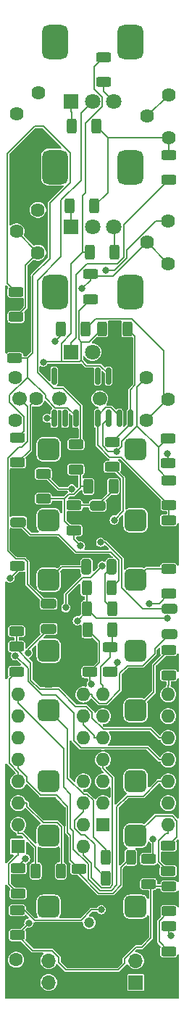
<source format=gbr>
%TF.GenerationSoftware,KiCad,Pcbnew,7.0.2*%
%TF.CreationDate,2023-06-26T10:26:31-04:00*%
%TF.ProjectId,as3340_no_mux,61733333-3430-45f6-9e6f-5f6d75782e6b,rev?*%
%TF.SameCoordinates,Original*%
%TF.FileFunction,Copper,L2,Bot*%
%TF.FilePolarity,Positive*%
%FSLAX46Y46*%
G04 Gerber Fmt 4.6, Leading zero omitted, Abs format (unit mm)*
G04 Created by KiCad (PCBNEW 7.0.2) date 2023-06-26 10:26:31*
%MOMM*%
%LPD*%
G01*
G04 APERTURE LIST*
G04 Aperture macros list*
%AMRoundRect*
0 Rectangle with rounded corners*
0 $1 Rounding radius*
0 $2 $3 $4 $5 $6 $7 $8 $9 X,Y pos of 4 corners*
0 Add a 4 corners polygon primitive as box body*
4,1,4,$2,$3,$4,$5,$6,$7,$8,$9,$2,$3,0*
0 Add four circle primitives for the rounded corners*
1,1,$1+$1,$2,$3*
1,1,$1+$1,$4,$5*
1,1,$1+$1,$6,$7*
1,1,$1+$1,$8,$9*
0 Add four rect primitives between the rounded corners*
20,1,$1+$1,$2,$3,$4,$5,0*
20,1,$1+$1,$4,$5,$6,$7,0*
20,1,$1+$1,$6,$7,$8,$9,0*
20,1,$1+$1,$8,$9,$2,$3,0*%
G04 Aperture macros list end*
%TA.AperFunction,ComponentPad*%
%ADD10O,3.100000X2.300000*%
%TD*%
%TA.AperFunction,ComponentPad*%
%ADD11RoundRect,0.650000X-0.650000X-0.650000X0.650000X-0.650000X0.650000X0.650000X-0.650000X0.650000X0*%
%TD*%
%TA.AperFunction,ComponentPad*%
%ADD12C,1.600000*%
%TD*%
%TA.AperFunction,ComponentPad*%
%ADD13R,1.800000X1.800000*%
%TD*%
%TA.AperFunction,ComponentPad*%
%ADD14C,1.800000*%
%TD*%
%TA.AperFunction,ComponentPad*%
%ADD15RoundRect,0.750000X0.750000X-1.250000X0.750000X1.250000X-0.750000X1.250000X-0.750000X-1.250000X0*%
%TD*%
%TA.AperFunction,ComponentPad*%
%ADD16C,1.700000*%
%TD*%
%TA.AperFunction,SMDPad,CuDef*%
%ADD17RoundRect,0.250000X-0.312500X-0.625000X0.312500X-0.625000X0.312500X0.625000X-0.312500X0.625000X0*%
%TD*%
%TA.AperFunction,SMDPad,CuDef*%
%ADD18RoundRect,0.250000X0.325000X0.650000X-0.325000X0.650000X-0.325000X-0.650000X0.325000X-0.650000X0*%
%TD*%
%TA.AperFunction,ComponentPad*%
%ADD19C,1.620000*%
%TD*%
%TA.AperFunction,SMDPad,CuDef*%
%ADD20RoundRect,0.250000X0.625000X-0.312500X0.625000X0.312500X-0.625000X0.312500X-0.625000X-0.312500X0*%
%TD*%
%TA.AperFunction,SMDPad,CuDef*%
%ADD21RoundRect,0.250000X-0.625000X0.312500X-0.625000X-0.312500X0.625000X-0.312500X0.625000X0.312500X0*%
%TD*%
%TA.AperFunction,SMDPad,CuDef*%
%ADD22RoundRect,0.250000X0.312500X0.625000X-0.312500X0.625000X-0.312500X-0.625000X0.312500X-0.625000X0*%
%TD*%
%TA.AperFunction,ComponentPad*%
%ADD23R,1.600000X1.600000*%
%TD*%
%TA.AperFunction,ComponentPad*%
%ADD24O,1.600000X1.600000*%
%TD*%
%TA.AperFunction,SMDPad,CuDef*%
%ADD25RoundRect,0.150000X-0.150000X0.825000X-0.150000X-0.825000X0.150000X-0.825000X0.150000X0.825000X0*%
%TD*%
%TA.AperFunction,SMDPad,CuDef*%
%ADD26RoundRect,0.250000X0.650000X-0.325000X0.650000X0.325000X-0.650000X0.325000X-0.650000X-0.325000X0*%
%TD*%
%TA.AperFunction,ComponentPad*%
%ADD27R,1.700000X1.700000*%
%TD*%
%TA.AperFunction,ComponentPad*%
%ADD28O,1.700000X1.700000*%
%TD*%
%TA.AperFunction,SMDPad,CuDef*%
%ADD29RoundRect,0.250000X-0.650000X0.325000X-0.650000X-0.325000X0.650000X-0.325000X0.650000X0.325000X0*%
%TD*%
%TA.AperFunction,ComponentPad*%
%ADD30C,1.200000*%
%TD*%
%TA.AperFunction,ViaPad*%
%ADD31C,0.800000*%
%TD*%
%TA.AperFunction,Conductor*%
%ADD32C,0.200000*%
%TD*%
G04 APERTURE END LIST*
D10*
%TO.P,J15,S*%
%TO.N,GND*%
X193040000Y-126290000D03*
D11*
%TO.P,J15,T*%
%TO.N,Net-(J15-PadR)*%
X193040000Y-114890000D03*
%TO.P,J15,TN*%
%TO.N,N/C*%
X193040000Y-123190000D03*
%TD*%
D10*
%TO.P,J1,S*%
%TO.N,GND*%
X182880000Y-95810000D03*
D11*
%TO.P,J1,T*%
%TO.N,Net-(SW1-B)*%
X182880000Y-84410000D03*
%TO.P,J1,TN*%
%TO.N,N/C*%
X182880000Y-92710000D03*
%TD*%
D10*
%TO.P,J5,S*%
%TO.N,GND*%
X182880000Y-126290000D03*
D11*
%TO.P,J5,T*%
%TO.N,Net-(J5-PadR)*%
X182880000Y-114890000D03*
%TO.P,J5,TN*%
%TO.N,N/C*%
X182880000Y-123190000D03*
%TD*%
D12*
%TO.P,D1,1,K*%
%TO.N,GND*%
X179070000Y-146538000D03*
%TO.P,D1,2,A*%
%TO.N,Net-(D1-A)*%
X179070000Y-144038000D03*
%TD*%
D10*
%TO.P,J2,S*%
%TO.N,GND*%
X182880000Y-140940000D03*
D11*
%TO.P,J2,T*%
%TO.N,Net-(J2-PadR)*%
X182880000Y-129540000D03*
%TO.P,J2,TN*%
%TO.N,N/C*%
X182880000Y-137840000D03*
%TD*%
D10*
%TO.P,J12,S*%
%TO.N,GND*%
X193040000Y-95810000D03*
D11*
%TO.P,J12,T*%
%TO.N,Net-(J12-PadR)*%
X193040000Y-84410000D03*
%TO.P,J12,TN*%
%TO.N,N/C*%
X193040000Y-92710000D03*
%TD*%
D13*
%TO.P,THONKY_FINE_CV1,1,1*%
%TO.N,Net-(R16-Pad1)*%
X185500000Y-58420000D03*
D14*
%TO.P,THONKY_FINE_CV1,2,2*%
%TO.N,Net-(R19-Pad1)*%
X188000000Y-58420000D03*
%TO.P,THONKY_FINE_CV1,3,3*%
%TO.N,Net-(R6-Pad2)*%
X190500000Y-58420000D03*
D15*
%TO.P,THONKY_FINE_CV1,MP*%
%TO.N,N/C*%
X183600000Y-51420000D03*
X192400000Y-51420000D03*
%TD*%
D16*
%TO.P,SW1,1,A*%
%TO.N,Net-(SW1-A)*%
X179450000Y-78486000D03*
%TO.P,SW1,2,B*%
%TO.N,Net-(SW1-B)*%
X184150000Y-78486000D03*
%TO.P,SW1,3,C*%
%TO.N,Net-(SW1-C)*%
X188850000Y-78486000D03*
%TD*%
D10*
%TO.P,J13,S*%
%TO.N,GND*%
X193040000Y-111050000D03*
D11*
%TO.P,J13,T*%
%TO.N,Net-(J13-PadR)*%
X193040000Y-99650000D03*
%TO.P,J13,TN*%
%TO.N,N/C*%
X193040000Y-107950000D03*
%TD*%
D10*
%TO.P,J4,S*%
%TO.N,GND*%
X182880000Y-111050000D03*
D11*
%TO.P,J4,T*%
%TO.N,Net-(C1-Pad2)*%
X182880000Y-99650000D03*
%TO.P,J4,TN*%
%TO.N,N/C*%
X182880000Y-107950000D03*
%TD*%
D13*
%TO.P,THONKY_COURSE_CV1,1,1*%
%TO.N,Net-(R8-Pad1)*%
X185500000Y-43775000D03*
D14*
%TO.P,THONKY_COURSE_CV1,2,2*%
%TO.N,Net-(R20-Pad1)*%
X188000000Y-43775000D03*
%TO.P,THONKY_COURSE_CV1,3,3*%
%TO.N,Net-(R2-Pad2)*%
X190500000Y-43775000D03*
D15*
%TO.P,THONKY_COURSE_CV1,MP*%
%TO.N,N/C*%
X183600000Y-36775000D03*
X192400000Y-36775000D03*
%TD*%
D13*
%TO.P,THONKY_PWM1,1,1*%
%TO.N,Net-(R5-Pad1)*%
X185505000Y-73040000D03*
D14*
%TO.P,THONKY_PWM1,2,2*%
%TO.N,Net-(J5-PadR)*%
X188005000Y-73040000D03*
%TO.P,THONKY_PWM1,3,3*%
%TO.N,GND*%
X190505000Y-73040000D03*
D15*
%TO.P,THONKY_PWM1,MP*%
%TO.N,N/C*%
X183605000Y-66040000D03*
X192405000Y-66040000D03*
%TD*%
D10*
%TO.P,J14,S*%
%TO.N,GND*%
X193040000Y-140940000D03*
D11*
%TO.P,J14,T*%
%TO.N,Net-(J14-PadR)*%
X193040000Y-129540000D03*
%TO.P,J14,TN*%
%TO.N,N/C*%
X193040000Y-137840000D03*
%TD*%
D17*
%TO.P,R46,1*%
%TO.N,Net-(U2-VS)*%
X189545500Y-134493000D03*
%TO.P,R46,2*%
%TO.N,GND*%
X192470500Y-134493000D03*
%TD*%
D18*
%TO.P,C1,1*%
%TO.N,Net-(C1-Pad1)*%
X190247800Y-98145600D03*
%TO.P,C1,2*%
%TO.N,Net-(C1-Pad2)*%
X187297800Y-98145600D03*
%TD*%
D19*
%TO.P,NOT_THOONKY_SineBiasTrim1,1,1*%
%TO.N,-15V*%
X178943000Y-80986000D03*
%TO.P,NOT_THOONKY_SineBiasTrim1,2,2*%
%TO.N,Net-(NOT_THOONKY_SineBiasTrim1-Pad2)*%
X181443000Y-78486000D03*
%TO.P,NOT_THOONKY_SineBiasTrim1,3,3*%
%TO.N,+15V*%
X178943000Y-75986000D03*
%TD*%
D20*
%TO.P,R60,1*%
%TO.N,Net-(D1-A)*%
X179120800Y-105653300D03*
%TO.P,R60,2*%
%TO.N,GND*%
X179120800Y-102728300D03*
%TD*%
D19*
%TO.P,NOT_THONKY_HF_TRACK1,1,1*%
%TO.N,Net-(U2-VHFT)*%
X181665000Y-42712000D03*
%TO.P,NOT_THONKY_HF_TRACK1,2,2*%
%TO.N,Net-(NOT_THONKY_HF_TRACK1-Pad2)*%
X179165000Y-45212000D03*
%TO.P,NOT_THONKY_HF_TRACK1,3,3*%
%TO.N,GND*%
X181665000Y-47712000D03*
%TD*%
D20*
%TO.P,R69,1*%
%TO.N,Net-(U4A--)*%
X196900800Y-101284500D03*
%TO.P,R69,2*%
%TO.N,Net-(J13-PadR)*%
X196900800Y-98359500D03*
%TD*%
D17*
%TO.P,R6,1*%
%TO.N,-15V*%
X187665900Y-61366400D03*
%TO.P,R6,2*%
%TO.N,Net-(R6-Pad2)*%
X190590900Y-61366400D03*
%TD*%
D21*
%TO.P,R55,1*%
%TO.N,Net-(U1A-+)*%
X179222400Y-83017900D03*
%TO.P,R55,2*%
%TO.N,Net-(NOT_THOONKY_SineBiasTrim1-Pad2)*%
X179222400Y-85942900D03*
%TD*%
D17*
%TO.P,R34,1*%
%TO.N,-15V*%
X189139100Y-70307200D03*
%TO.P,R34,2*%
%TO.N,Net-(R3-Pad1)*%
X192064100Y-70307200D03*
%TD*%
D21*
%TO.P,R4,1*%
%TO.N,Net-(NOT+THINKY_CV1-Pad1)*%
X196900800Y-140117100D03*
%TO.P,R4,2*%
%TO.N,Net-(R26-Pad1)*%
X196900800Y-143042100D03*
%TD*%
D20*
%TO.P,R58,1*%
%TO.N,Net-(U2-VP)*%
X179120800Y-110377700D03*
%TO.P,R58,2*%
%TO.N,Net-(D1-A)*%
X179120800Y-107452700D03*
%TD*%
D22*
%TO.P,R11,1*%
%TO.N,Net-(C1-Pad1)*%
X190286100Y-103022400D03*
%TO.P,R11,2*%
%TO.N,Net-(U2-VLFI)*%
X187361100Y-103022400D03*
%TD*%
D21*
%TO.P,R25,1*%
%TO.N,Net-(C9-Pad1)*%
X185826400Y-90942700D03*
%TO.P,R25,2*%
%TO.N,Net-(U2-VFCI)*%
X185826400Y-93867700D03*
%TD*%
%TO.P,R48,1*%
%TO.N,Net-(U2-VPWM)*%
X179222400Y-98003900D03*
%TO.P,R48,2*%
%TO.N,GND*%
X179222400Y-100928900D03*
%TD*%
%TO.P,R37,1*%
%TO.N,+15V*%
X196951600Y-87996300D03*
%TO.P,R37,2*%
%TO.N,Net-(R1-Pad2)*%
X196951600Y-90921300D03*
%TD*%
D17*
%TO.P,R16,1*%
%TO.N,Net-(R16-Pad1)*%
X185278300Y-55981600D03*
%TO.P,R16,2*%
%TO.N,+15V*%
X188203300Y-55981600D03*
%TD*%
D23*
%TO.P,U4,1*%
%TO.N,Net-(U4A--)*%
X189230000Y-128270000D03*
D24*
%TO.P,U4,2,-*%
X189230000Y-125730000D03*
%TO.P,U4,3,+*%
%TO.N,Net-(U4A-+)*%
X189230000Y-123190000D03*
%TO.P,U4,4,V+*%
%TO.N,+15V*%
X189230000Y-120650000D03*
%TO.P,U4,5,+*%
%TO.N,Net-(U2-VTO)*%
X189230000Y-118110000D03*
%TO.P,U4,6,-*%
%TO.N,Net-(U4B--)*%
X189230000Y-115570000D03*
%TO.P,U4,7*%
%TO.N,Net-(NOT_THONKY_SineShapeTrim1-Pad1)*%
X189230000Y-113030000D03*
%TO.P,U4,8*%
%TO.N,Net-(U4C--)*%
X196850000Y-113030000D03*
%TO.P,U4,9,-*%
X196850000Y-115570000D03*
%TO.P,U4,10,+*%
%TO.N,Net-(D1-A)*%
X196850000Y-118110000D03*
%TO.P,U4,11,V-*%
%TO.N,-15V*%
X196850000Y-120650000D03*
%TO.P,U4,12,+*%
%TO.N,Net-(U2-VSO)*%
X196850000Y-123190000D03*
%TO.P,U4,13,-*%
%TO.N,Net-(U4D--)*%
X196850000Y-125730000D03*
%TO.P,U4,14*%
X196850000Y-128270000D03*
%TD*%
D21*
%TO.P,R10,1*%
%TO.N,+15V*%
X196850000Y-83119500D03*
%TO.P,R10,2*%
%TO.N,Net-(U2-VLFI)*%
X196850000Y-86044500D03*
%TD*%
%TO.P,R20,1*%
%TO.N,Net-(R20-Pad1)*%
X186055000Y-83820000D03*
%TO.P,R20,2*%
%TO.N,Net-(U2-VFCI)*%
X186055000Y-86745000D03*
%TD*%
D20*
%TO.P,R67,1*%
%TO.N,Net-(U4D--)*%
X196850000Y-133644100D03*
%TO.P,R67,2*%
%TO.N,Net-(J14-PadR)*%
X196850000Y-130719100D03*
%TD*%
D25*
%TO.P,U1,1*%
%TO.N,unconnected-(U1-Pad1)*%
X183515000Y-75822000D03*
%TO.P,U1,2,DIODE_BIAS*%
%TO.N,GND*%
X184785000Y-75822000D03*
%TO.P,U1,3,+*%
X186055000Y-75822000D03*
%TO.P,U1,4,-*%
X187325000Y-75822000D03*
%TO.P,U1,5*%
%TO.N,unconnected-(U1-Pad5)*%
X188595000Y-75822000D03*
%TO.P,U1,6,V-*%
%TO.N,-15V*%
X189865000Y-75822000D03*
%TO.P,U1,7*%
%TO.N,GND*%
X191135000Y-75822000D03*
%TO.P,U1,8*%
X192405000Y-75822000D03*
%TO.P,U1,9*%
%TO.N,Net-(R3-Pad1)*%
X192405000Y-80772000D03*
%TO.P,U1,10*%
%TO.N,Net-(R1-Pad2)*%
X191135000Y-80772000D03*
%TO.P,U1,11,V+*%
%TO.N,+15V*%
X189865000Y-80772000D03*
%TO.P,U1,12*%
%TO.N,Net-(R1-Pad2)*%
X188595000Y-80772000D03*
%TO.P,U1,13,-*%
%TO.N,GND*%
X187325000Y-80772000D03*
%TO.P,U1,14,+*%
%TO.N,Net-(U1A-+)*%
X186055000Y-80772000D03*
%TO.P,U1,15,DIODE_BIAS*%
%TO.N,unconnected-(U1A-DIODE_BIAS-Pad15)*%
X184785000Y-80772000D03*
%TO.P,U1,16*%
%TO.N,Net-(R36-Pad2)*%
X183515000Y-80772000D03*
%TD*%
D21*
%TO.P,R9,1*%
%TO.N,Net-(U2-VPWM)*%
X186385200Y-133411500D03*
%TO.P,R9,2*%
%TO.N,GND*%
X186385200Y-136336500D03*
%TD*%
D20*
%TO.P,R26,1*%
%TO.N,Net-(R26-Pad1)*%
X196951600Y-138368500D03*
%TO.P,R26,2*%
%TO.N,Net-(U2-VFCI)*%
X196951600Y-135443500D03*
%TD*%
D17*
%TO.P,R64,1*%
%TO.N,Net-(U4B--)*%
X187411900Y-105460800D03*
%TO.P,R64,2*%
%TO.N,Net-(NOT_THONKY_SineShapeTrim1-Pad1)*%
X190336900Y-105460800D03*
%TD*%
D21*
%TO.P,R19,1*%
%TO.N,Net-(R19-Pad1)*%
X179222400Y-138237500D03*
%TO.P,R19,2*%
%TO.N,Net-(U2-VFCI)*%
X179222400Y-141162500D03*
%TD*%
%TO.P,R3,1*%
%TO.N,Net-(R3-Pad1)*%
X190296800Y-83525900D03*
%TO.P,R3,2*%
%TO.N,Net-(U4A-+)*%
X190296800Y-86450900D03*
%TD*%
D19*
%TO.P,NOT_THINK_SineLevelTrim1,1,1*%
%TO.N,Net-(NOT_THINK_SineLevelTrim1-Pad1)*%
X194310000Y-81026000D03*
%TO.P,NOT_THINK_SineLevelTrim1,2,2*%
X196810000Y-78526000D03*
%TO.P,NOT_THINK_SineLevelTrim1,3,3*%
%TO.N,+15V*%
X194310000Y-76026000D03*
%TD*%
D21*
%TO.P,R54,1*%
%TO.N,Net-(U1A-+)*%
X179070000Y-66010600D03*
%TO.P,R54,2*%
%TO.N,Net-(NOT_THONKY_SineShapeTrim1-Pad2)*%
X179070000Y-68935600D03*
%TD*%
D22*
%TO.P,R7,1*%
%TO.N,Net-(C9-Pad1)*%
X190438500Y-88747600D03*
%TO.P,R7,2*%
%TO.N,Net-(U2-VFCI)*%
X187513500Y-88747600D03*
%TD*%
D21*
%TO.P,R2,1*%
%TO.N,-15V*%
X189280800Y-38567900D03*
%TO.P,R2,2*%
%TO.N,Net-(R2-Pad2)*%
X189280800Y-41492900D03*
%TD*%
D17*
%TO.P,R8,1*%
%TO.N,Net-(R8-Pad1)*%
X185532300Y-46634400D03*
%TO.P,R8,2*%
%TO.N,+15V*%
X188457300Y-46634400D03*
%TD*%
D19*
%TO.P,NOT_THONKY_SineShapeTrim1,1,1*%
%TO.N,Net-(NOT_THONKY_SineShapeTrim1-Pad1)*%
X181610000Y-56428000D03*
%TO.P,NOT_THONKY_SineShapeTrim1,2,2*%
%TO.N,Net-(NOT_THONKY_SineShapeTrim1-Pad2)*%
X179110000Y-58928000D03*
%TO.P,NOT_THONKY_SineShapeTrim1,3,3*%
X181610000Y-61428000D03*
%TD*%
D21*
%TO.P,R24,1*%
%TO.N,Net-(J2-PadR)*%
X182245000Y-87245000D03*
%TO.P,R24,2*%
%TO.N,Net-(U2-VFCI)*%
X182245000Y-90170000D03*
%TD*%
D26*
%TO.P,C2,1*%
%TO.N,GND*%
X179324000Y-95861400D03*
%TO.P,C2,2*%
%TO.N,Net-(C2-Pad2)*%
X179324000Y-92911400D03*
%TD*%
D20*
%TO.P,R17,1*%
%TO.N,Net-(U2-VFCI)*%
X194564000Y-135193500D03*
%TO.P,R17,2*%
%TO.N,Net-(NOT_THONKY_HF_TRACK1-Pad2)*%
X194564000Y-132268500D03*
%TD*%
D17*
%TO.P,R12,1*%
%TO.N,Net-(U2-VLFI)*%
X187310300Y-100584000D03*
%TO.P,R12,2*%
%TO.N,Net-(C2-Pad2)*%
X190235300Y-100584000D03*
%TD*%
D27*
%TO.P,J11,1,Pin_1*%
%TO.N,-15V*%
X193035000Y-146685000D03*
D28*
%TO.P,J11,2,Pin_2*%
X193035000Y-144145000D03*
%TO.P,J11,3,Pin_3*%
%TO.N,GND*%
X190495000Y-146685000D03*
%TO.P,J11,4,Pin_4*%
X190495000Y-144145000D03*
%TO.P,J11,5,Pin_5*%
X187955000Y-146685000D03*
%TO.P,J11,6,Pin_6*%
X187955000Y-144145000D03*
%TO.P,J11,7,Pin_7*%
X185415000Y-146685000D03*
%TO.P,J11,8,Pin_8*%
X185415000Y-144145000D03*
%TO.P,J11,9,Pin_9*%
%TO.N,+15V*%
X182875000Y-146685000D03*
%TO.P,J11,10,Pin_10*%
X182875000Y-144145000D03*
%TD*%
D29*
%TO.P,C7,1*%
%TO.N,Net-(SW1-A)*%
X182880000Y-102438200D03*
%TO.P,C7,2*%
%TO.N,Net-(U2-VHSI)*%
X182880000Y-105388200D03*
%TD*%
D21*
%TO.P,R51,1*%
%TO.N,GND*%
X178917600Y-70825900D03*
%TO.P,R51,2*%
%TO.N,Net-(U1A-+)*%
X178917600Y-73750900D03*
%TD*%
D22*
%TO.P,R36,1*%
%TO.N,Net-(NOT_THINK_SineLevelTrim1-Pad1)*%
X187187300Y-70307200D03*
%TO.P,R36,2*%
%TO.N,Net-(R36-Pad2)*%
X184262300Y-70307200D03*
%TD*%
D23*
%TO.P,U2,1,SCALE1*%
%TO.N,Net-(U2-SCALE1)*%
X179324000Y-130810000D03*
D24*
%TO.P,U2,2,SCALE2*%
%TO.N,Net-(U2-SCALE2)*%
X179324000Y-128270000D03*
%TO.P,U2,3,VEE*%
%TO.N,Net-(U2-VEE)*%
X179324000Y-125730000D03*
%TO.P,U2,4,VP*%
%TO.N,Net-(U2-VP)*%
X179324000Y-123190000D03*
%TO.P,U2,5,VPWM*%
%TO.N,Net-(U2-VPWM)*%
X179324000Y-120650000D03*
%TO.P,U2,6,VHSI*%
%TO.N,Net-(U2-VHSI)*%
X179324000Y-118110000D03*
%TO.P,U2,7,VHFT*%
%TO.N,Net-(U2-VHFT)*%
X179324000Y-115570000D03*
%TO.P,U2,8,VSO*%
%TO.N,Net-(U2-VSO)*%
X179324000Y-113030000D03*
%TO.P,U2,9,VSSI*%
%TO.N,Net-(U2-VSSI)*%
X186944000Y-113030000D03*
%TO.P,U2,10,VTO*%
%TO.N,Net-(U2-VTO)*%
X186944000Y-115570000D03*
%TO.P,U2,11,CAP*%
%TO.N,Net-(U2-CAP)*%
X186944000Y-118110000D03*
%TO.P,U2,12,GND*%
%TO.N,GND*%
X186944000Y-120650000D03*
%TO.P,U2,13,VLFI*%
%TO.N,Net-(U2-VLFI)*%
X186944000Y-123190000D03*
%TO.P,U2,14,VS*%
%TO.N,Net-(U2-VS)*%
X186944000Y-125730000D03*
%TO.P,U2,15,VFCI*%
%TO.N,Net-(U2-VFCI)*%
X186944000Y-128270000D03*
%TO.P,U2,16,VCC*%
%TO.N,+15V*%
X186944000Y-130810000D03*
%TD*%
D17*
%TO.P,R40,1*%
%TO.N,Net-(J5-PadR)*%
X189545500Y-132080000D03*
%TO.P,R40,2*%
%TO.N,Net-(U2-VPWM)*%
X192470500Y-132080000D03*
%TD*%
D20*
%TO.P,R5,1*%
%TO.N,Net-(R5-Pad1)*%
X196900800Y-52922900D03*
%TO.P,R5,2*%
%TO.N,+15V*%
X196900800Y-49997900D03*
%TD*%
D19*
%TO.P,NOT+THINKY_CV1,1,1*%
%TO.N,Net-(NOT+THINKY_CV1-Pad1)*%
X196905000Y-42966000D03*
%TO.P,NOT+THINKY_CV1,2,2*%
X194405000Y-45466000D03*
%TO.P,NOT+THINKY_CV1,3,3*%
%TO.N,+15V*%
X196905000Y-47966000D03*
%TD*%
D22*
%TO.P,R39,1*%
%TO.N,Net-(U2-VEE)*%
X184291700Y-133654800D03*
%TO.P,R39,2*%
%TO.N,Net-(U2-SCALE2)*%
X181366700Y-133654800D03*
%TD*%
D21*
%TO.P,R68,1*%
%TO.N,Net-(NOT_THONKY_SineShapeTrim1-Pad1)*%
X190093600Y-107503500D03*
%TO.P,R68,2*%
%TO.N,Net-(J12-PadR)*%
X190093600Y-110428500D03*
%TD*%
%TO.P,R38,1*%
%TO.N,Net-(NOT_THINKY_TEMKO1-Pad1)*%
X179324000Y-133360700D03*
%TO.P,R38,2*%
%TO.N,Net-(U2-SCALE1)*%
X179324000Y-136285700D03*
%TD*%
D29*
%TO.P,C9,1*%
%TO.N,Net-(C9-Pad1)*%
X188620400Y-90981000D03*
%TO.P,C9,2*%
%TO.N,GND*%
X188620400Y-93931000D03*
%TD*%
D21*
%TO.P,R62,1*%
%TO.N,GND*%
X187706000Y-107503500D03*
%TO.P,R62,2*%
%TO.N,Net-(U4B--)*%
X187706000Y-110428500D03*
%TD*%
D19*
%TO.P,NOT_THINKY_TEMKO1,1,1*%
%TO.N,Net-(NOT_THINKY_TEMKO1-Pad1)*%
X196850000Y-57698000D03*
%TO.P,NOT_THINKY_TEMKO1,2,2*%
%TO.N,Net-(U2-VEE)*%
X194350000Y-60198000D03*
%TO.P,NOT_THINKY_TEMKO1,3,3*%
X196850000Y-62698000D03*
%TD*%
D29*
%TO.P,C3,1*%
%TO.N,Net-(SW1-C)*%
X197002400Y-103020600D03*
%TO.P,C3,2*%
%TO.N,Net-(U2-VSSI)*%
X197002400Y-105970600D03*
%TD*%
D20*
%TO.P,R66,1*%
%TO.N,Net-(U4C--)*%
X196900800Y-110784100D03*
%TO.P,R66,2*%
%TO.N,Net-(J15-PadR)*%
X196900800Y-107859100D03*
%TD*%
%TO.P,R1,1*%
%TO.N,GND*%
X196900800Y-95594900D03*
%TO.P,R1,2*%
%TO.N,Net-(R1-Pad2)*%
X196900800Y-92669900D03*
%TD*%
D21*
%TO.P,R50,1*%
%TO.N,Net-(U2-VEE)*%
X187756800Y-63917100D03*
%TO.P,R50,2*%
%TO.N,-15V*%
X187756800Y-66842100D03*
%TD*%
D30*
%TO.P,PolyStirene!C11,1*%
%TO.N,GND*%
X189611000Y-139700000D03*
%TO.P,PolyStirene!C11,2*%
%TO.N,Net-(U2-CAP)*%
X187611000Y-139700000D03*
%TD*%
D31*
%TO.N,Net-(U2-VHSI)*%
X180484300Y-108172200D03*
%TO.N,Net-(J2-PadR)*%
X185572700Y-89016800D03*
%TO.N,-15V*%
X182225800Y-74204800D03*
X178999000Y-108545600D03*
%TO.N,+15V*%
X190849000Y-84617000D03*
%TO.N,Net-(J12-PadR)*%
X190916800Y-109300200D03*
%TO.N,Net-(U4A-+)*%
X190527900Y-92652400D03*
%TO.N,Net-(SW1-C)*%
X188945700Y-95265800D03*
%TO.N,Net-(U2-VLFI)*%
X196779600Y-104128500D03*
X186223700Y-104425100D03*
X196779600Y-84942800D03*
%TO.N,Net-(U2-VFCI)*%
X186604700Y-95696000D03*
X180554000Y-139755200D03*
%TO.N,Net-(R36-Pad2)*%
X182681500Y-80772000D03*
X183642500Y-71747300D03*
%TO.N,Net-(U2-VEE)*%
X186796000Y-65588900D03*
%TO.N,Net-(U2-VPWM)*%
X178354500Y-99466400D03*
%TO.N,Net-(NOT+THINKY_CV1-Pad1)*%
X197196900Y-141226500D03*
%TO.N,Net-(NOT_THINKY_TEMKO1-Pad1)*%
X189127300Y-97992600D03*
X184886600Y-102895100D03*
X189579000Y-63500000D03*
X180178000Y-132203600D03*
%TO.N,Net-(U4B--)*%
X187840400Y-111833600D03*
%TO.N,Net-(U4A--)*%
X194602800Y-102391400D03*
%TO.N,Net-(NOT_THONKY_HF_TRACK1-Pad2)*%
X195082600Y-129937800D03*
%TO.N,Net-(R19-Pad1)*%
X189011000Y-138179000D03*
%TD*%
D32*
%TO.N,Net-(C1-Pad1)*%
X189437400Y-102173700D02*
X190286100Y-103022400D01*
X189437400Y-98956000D02*
X189437400Y-102173700D01*
X190247800Y-98145600D02*
X189437400Y-98956000D01*
%TO.N,Net-(C1-Pad2)*%
X187297800Y-98145600D02*
X184384400Y-98145600D01*
X184384400Y-98145600D02*
X182880000Y-99650000D01*
%TO.N,GND*%
X180505600Y-64150600D02*
X180505600Y-69237900D01*
X182880000Y-126290000D02*
X182880000Y-127667300D01*
X185090600Y-135041900D02*
X185090600Y-131336500D01*
X188686400Y-93931000D02*
X188686400Y-93598400D01*
X184337700Y-146685000D02*
X184337700Y-146550300D01*
X197153500Y-121920000D02*
X197882600Y-122649100D01*
X189897200Y-137195100D02*
X192470500Y-134621800D01*
X188822200Y-119586200D02*
X191999500Y-119586200D01*
X190495000Y-144145000D02*
X190495000Y-143833700D01*
X185415000Y-141697700D02*
X184657300Y-140940000D01*
X186055000Y-75822000D02*
X184785000Y-75822000D01*
X190565400Y-95810000D02*
X188686400Y-93931000D01*
X196943600Y-116703400D02*
X192261700Y-116703400D01*
X179324000Y-95861400D02*
X181051300Y-95861400D01*
X190840700Y-87535200D02*
X189714900Y-87535200D01*
X187971300Y-120650000D02*
X187971300Y-120437100D01*
X192261700Y-116703400D02*
X191481800Y-115923500D01*
X187325000Y-85145300D02*
X187325000Y-80772000D01*
X182880000Y-140940000D02*
X184657300Y-140940000D01*
X193040000Y-140940000D02*
X191262700Y-140940000D01*
X187325000Y-80772000D02*
X187325000Y-77025000D01*
X187325000Y-77025000D02*
X187325000Y-75822000D01*
X184018000Y-101878100D02*
X184018000Y-102955400D01*
X187739800Y-114088400D02*
X188120500Y-114469100D01*
X197882600Y-122649100D02*
X197882600Y-123634400D01*
X184054000Y-127667300D02*
X182880000Y-127667300D01*
X191999500Y-119586200D02*
X194333300Y-121920000D01*
X185415000Y-144145000D02*
X185415000Y-141697700D01*
X182676500Y-61979700D02*
X180505600Y-64150600D01*
X189638300Y-137195100D02*
X189897200Y-137195100D01*
X185090600Y-131336500D02*
X184763300Y-131009200D01*
X184337700Y-146550300D02*
X183366100Y-145578700D01*
X192405000Y-75822000D02*
X191135000Y-75822000D01*
X190495000Y-141707700D02*
X191056900Y-141145800D01*
X191056900Y-141145800D02*
X191262700Y-140940000D01*
X182179900Y-101486900D02*
X183626800Y-101486900D01*
X190495000Y-143833700D02*
X190495000Y-141707700D01*
X184018000Y-102955400D02*
X183718700Y-103254700D01*
X193040000Y-111050000D02*
X193040000Y-112427300D01*
X182880000Y-111050000D02*
X184657300Y-111050000D01*
X184657300Y-110552200D02*
X187706000Y-107503500D01*
X197882600Y-121190900D02*
X197882600Y-117642400D01*
X197882600Y-123634400D02*
X197057000Y-124460000D01*
X188686400Y-93598400D02*
X191237800Y-91047000D01*
X187706000Y-107503500D02*
X183718700Y-103516200D01*
X186385200Y-136336500D02*
X187243800Y-137195100D01*
X183718700Y-103254700D02*
X179748800Y-103254700D01*
X184657300Y-112196200D02*
X186549500Y-114088400D01*
X182676500Y-54800900D02*
X182676500Y-61979700D01*
X191056900Y-141145800D02*
X189611000Y-139700000D01*
X187243800Y-137195100D02*
X189638300Y-137195100D01*
X184657300Y-111050000D02*
X184657300Y-110552200D01*
X187325000Y-75822000D02*
X186055000Y-75822000D01*
X185415000Y-146685000D02*
X184337700Y-146685000D01*
X196685700Y-95810000D02*
X193040000Y-95810000D01*
X190505000Y-75192000D02*
X191135000Y-75822000D01*
X189611000Y-139700000D02*
X189638300Y-139672700D01*
X180505600Y-69237900D02*
X178917600Y-70825900D01*
X188120500Y-114469100D02*
X191481800Y-114469100D01*
X185415000Y-144145000D02*
X187955000Y-144145000D01*
X187955000Y-144145000D02*
X189032300Y-144145000D01*
X193040000Y-95810000D02*
X191262700Y-95810000D01*
X181051300Y-95861400D02*
X181051300Y-100358300D01*
X194870000Y-124460000D02*
X193040000Y-126290000D01*
X179748800Y-103254700D02*
X179222400Y-102728300D01*
X196900800Y-95594900D02*
X196685700Y-95810000D01*
X197153500Y-121920000D02*
X197882600Y-121190900D01*
X184763300Y-128376600D02*
X184054000Y-127667300D01*
X179222400Y-102728300D02*
X179222400Y-100928900D01*
X190194600Y-77025000D02*
X187325000Y-77025000D01*
X197057000Y-124460000D02*
X194870000Y-124460000D01*
X183718700Y-103516200D02*
X183718700Y-103254700D01*
X191481800Y-113839800D02*
X192894300Y-112427300D01*
X189638300Y-139672700D02*
X189638300Y-137195100D01*
X189343600Y-143833700D02*
X189032300Y-144145000D01*
X184763300Y-131009200D02*
X184763300Y-128376600D01*
X183626800Y-101486900D02*
X184018000Y-101878100D01*
X181665000Y-53789400D02*
X182676500Y-54800900D01*
X190495000Y-143833700D02*
X189343600Y-143833700D01*
X190505000Y-73040000D02*
X190505000Y-75192000D01*
X182880000Y-95810000D02*
X181102700Y-95810000D01*
X181051300Y-100358300D02*
X182179900Y-101486900D01*
X186549500Y-114088400D02*
X187739800Y-114088400D01*
X188686400Y-93931000D02*
X188620400Y-93931000D01*
X189714900Y-87535200D02*
X187325000Y-85145300D01*
X184657300Y-111050000D02*
X184657300Y-112196200D01*
X181051300Y-95861400D02*
X181102700Y-95810000D01*
X191481800Y-115923500D02*
X191481800Y-114469100D01*
X192894300Y-112427300D02*
X193040000Y-112427300D01*
X186385200Y-136336500D02*
X185090600Y-135041900D01*
X192470500Y-134621800D02*
X192470500Y-134493000D01*
X186944000Y-120650000D02*
X187971300Y-120650000D01*
X191262700Y-95810000D02*
X190565400Y-95810000D01*
X183366100Y-145578700D02*
X180029300Y-145578700D01*
X180029300Y-145578700D02*
X179070000Y-146538000D01*
X191135000Y-75822000D02*
X191135000Y-76084600D01*
X191481800Y-114469100D02*
X191481800Y-113839800D01*
X194333300Y-121920000D02*
X197153500Y-121920000D01*
X181665000Y-47712000D02*
X181665000Y-53789400D01*
X197882600Y-117642400D02*
X196943600Y-116703400D01*
X187971300Y-120437100D02*
X188822200Y-119586200D01*
X179222400Y-102728300D02*
X179120800Y-102728300D01*
X191237800Y-91047000D02*
X191237800Y-87932300D01*
X191237800Y-87932300D02*
X190840700Y-87535200D01*
X191135000Y-76084600D02*
X190194600Y-77025000D01*
%TO.N,Net-(C2-Pad2)*%
X179324000Y-92911400D02*
X180767200Y-94354600D01*
X190143600Y-96388900D02*
X191067600Y-97312900D01*
X186056400Y-96388900D02*
X190143600Y-96388900D01*
X180767200Y-94354600D02*
X184022100Y-94354600D01*
X191067600Y-99751700D02*
X190235300Y-100584000D01*
X184022100Y-94354600D02*
X186056400Y-96388900D01*
X191067600Y-97312900D02*
X191067600Y-99751700D01*
%TO.N,Net-(U2-VSSI)*%
X191197000Y-112522600D02*
X191197000Y-110538600D01*
X195275900Y-108251100D02*
X195275900Y-107697100D01*
X186944000Y-113030000D02*
X187971300Y-113030000D01*
X187971300Y-113030000D02*
X187971300Y-113303100D01*
X193854400Y-109672600D02*
X195275900Y-108251100D01*
X191197000Y-110538600D02*
X192063000Y-109672600D01*
X195275900Y-107697100D02*
X197002400Y-105970600D01*
X188753800Y-114085600D02*
X189634000Y-114085600D01*
X192063000Y-109672600D02*
X193854400Y-109672600D01*
X189634000Y-114085600D02*
X191197000Y-112522600D01*
X187971300Y-113303100D02*
X188753800Y-114085600D01*
%TO.N,Net-(U2-VHSI)*%
X180484300Y-107783900D02*
X182880000Y-105388200D01*
X180484300Y-108172200D02*
X180484300Y-107783900D01*
%TO.N,Net-(C9-Pad1)*%
X188620400Y-90942700D02*
X190438500Y-89124600D01*
X188620400Y-90981000D02*
X188620400Y-90942700D01*
X190438500Y-89124600D02*
X190438500Y-88747600D01*
X188620400Y-90942700D02*
X185826400Y-90942700D01*
%TO.N,Net-(D1-A)*%
X187242600Y-114415800D02*
X186022600Y-114415800D01*
X186022600Y-114415800D02*
X184043000Y-112436200D01*
X187971300Y-115144500D02*
X187242600Y-114415800D01*
X181849600Y-112436200D02*
X180779200Y-111365800D01*
X184043000Y-112436200D02*
X181849600Y-112436200D01*
X189263900Y-117082700D02*
X187971300Y-115790100D01*
X179120800Y-107452700D02*
X179120800Y-105653300D01*
X180779200Y-109354000D02*
X179120800Y-107695600D01*
X194795400Y-117082700D02*
X189263900Y-117082700D01*
X196850000Y-118110000D02*
X195822700Y-118110000D01*
X187971300Y-115790100D02*
X187971300Y-115144500D01*
X180779200Y-111365800D02*
X180779200Y-109354000D01*
X179120800Y-107695600D02*
X179120800Y-107452700D01*
X195822700Y-118110000D02*
X194795400Y-117082700D01*
%TO.N,Net-(J2-PadR)*%
X182245000Y-87245000D02*
X184016800Y-89016800D01*
X184016800Y-89016800D02*
X185572700Y-89016800D01*
%TO.N,-15V*%
X186374800Y-68224100D02*
X187756800Y-66842100D01*
X180451800Y-109998400D02*
X178999000Y-108545600D01*
X186659900Y-71844300D02*
X186374800Y-71559200D01*
X188901700Y-74619000D02*
X187255500Y-74619000D01*
X182089400Y-113141300D02*
X180451800Y-111503700D01*
X184356100Y-72008900D02*
X185505000Y-70860000D01*
X189142900Y-43257200D02*
X188172200Y-42286500D01*
X186515900Y-74167400D02*
X186659900Y-74023400D01*
X186861200Y-61366400D02*
X186861200Y-54757800D01*
X184356100Y-74167400D02*
X182263200Y-74167400D01*
X186861200Y-61366400D02*
X187665900Y-61366400D01*
X186374800Y-71559200D02*
X186374800Y-68224100D01*
X187255500Y-74619000D02*
X186659900Y-74023400D01*
X188172200Y-42286500D02*
X188172200Y-39676500D01*
X194431500Y-119258800D02*
X186637800Y-119258800D01*
X195822700Y-120650000D02*
X194431500Y-119258800D01*
X189865000Y-75822000D02*
X189865000Y-75582300D01*
X185505000Y-62722600D02*
X186861200Y-61366400D01*
X186659900Y-71844300D02*
X187602000Y-71844300D01*
X188172200Y-39676500D02*
X189280800Y-38567900D01*
X187602000Y-71844300D02*
X189139100Y-70307200D01*
X185787700Y-115257000D02*
X183672000Y-113141300D01*
X184356100Y-74167400D02*
X186515900Y-74167400D01*
X184356100Y-74167400D02*
X184356100Y-72008900D01*
X196850000Y-120650000D02*
X195822700Y-120650000D01*
X189865000Y-75582300D02*
X188901700Y-74619000D01*
X189142900Y-44311000D02*
X189142900Y-43257200D01*
X187194800Y-46259100D02*
X189142900Y-44311000D01*
X180451800Y-111503700D02*
X180451800Y-109998400D01*
X185787700Y-118408700D02*
X185787700Y-115257000D01*
X186861200Y-54757800D02*
X187194800Y-54424200D01*
X186637800Y-119258800D02*
X185787700Y-118408700D01*
X182263200Y-74167400D02*
X182225800Y-74204800D01*
X186659900Y-74023400D02*
X186659900Y-71844300D01*
X187194800Y-54424200D02*
X187194800Y-46259100D01*
X183672000Y-113141300D02*
X182089400Y-113141300D01*
X185505000Y-70860000D02*
X185505000Y-62722600D01*
%TO.N,+15V*%
X191400200Y-83498600D02*
X193230400Y-81668400D01*
X187831100Y-134411000D02*
X187831100Y-132724400D01*
X186944000Y-130810000D02*
X186944000Y-131837300D01*
X189793100Y-47970200D02*
X188457300Y-46634400D01*
X191400200Y-84065800D02*
X191400200Y-83498600D01*
X196798700Y-83119500D02*
X196850000Y-83119500D01*
X190849000Y-84617000D02*
X189774200Y-84617000D01*
X196905000Y-47966000D02*
X196900800Y-47970200D01*
X189171600Y-84014400D02*
X189171600Y-81465400D01*
X190849000Y-84617000D02*
X191400200Y-84065800D01*
X189171600Y-81465400D02*
X189865000Y-80772000D01*
X196900800Y-47970200D02*
X196900800Y-49997900D01*
X189793100Y-47970200D02*
X189793100Y-54391800D01*
X187831100Y-132724400D02*
X186944000Y-131837300D01*
X190336300Y-135321500D02*
X190057900Y-135599900D01*
X189774200Y-84617000D02*
X189171600Y-84014400D01*
X195740100Y-86784800D02*
X195740100Y-84178100D01*
X193230400Y-77105600D02*
X193230400Y-81668400D01*
X195740100Y-84178100D02*
X196798700Y-83119500D01*
X190057900Y-135599900D02*
X189020000Y-135599900D01*
X189230000Y-121677300D02*
X190336300Y-122783600D01*
X189793100Y-54391800D02*
X188203300Y-55981600D01*
X189230000Y-120650000D02*
X189230000Y-121677300D01*
X196951600Y-87996300D02*
X195740100Y-86784800D01*
X193230400Y-81668400D02*
X195740100Y-84178100D01*
X196900800Y-47970200D02*
X189793100Y-47970200D01*
X189020000Y-135599900D02*
X187831100Y-134411000D01*
X190336300Y-122783600D02*
X190336300Y-135321500D01*
X194310000Y-76026000D02*
X193230400Y-77105600D01*
%TO.N,Net-(J12-PadR)*%
X190916800Y-109605300D02*
X190916800Y-109300200D01*
X190093600Y-110428500D02*
X190916800Y-109605300D01*
%TO.N,Net-(J13-PadR)*%
X194330500Y-98359500D02*
X193040000Y-99650000D01*
X196900800Y-98359500D02*
X194330500Y-98359500D01*
%TO.N,Net-(J14-PadR)*%
X197310000Y-127229400D02*
X195350600Y-127229400D01*
X197882600Y-127802000D02*
X197310000Y-127229400D01*
X195350600Y-127229400D02*
X193040000Y-129540000D01*
X197882600Y-129686500D02*
X197882600Y-127802000D01*
X196850000Y-130719100D02*
X197882600Y-129686500D01*
%TO.N,Net-(J15-PadR)*%
X196900800Y-107859100D02*
X195168900Y-109591000D01*
X195168900Y-109591000D02*
X195168900Y-112761100D01*
X195168900Y-112761100D02*
X193040000Y-114890000D01*
%TO.N,Net-(R1-Pad2)*%
X188595000Y-83900600D02*
X188595000Y-80772000D01*
X191135000Y-80507600D02*
X191135000Y-80772000D01*
X191337500Y-85307200D02*
X190001600Y-85307200D01*
X188595000Y-80461000D02*
X189545600Y-79510400D01*
X190137800Y-79510400D02*
X191135000Y-80507600D01*
X190001600Y-85307200D02*
X188595000Y-83900600D01*
X196900800Y-92669900D02*
X196951600Y-92619100D01*
X189545600Y-79510400D02*
X190137800Y-79510400D01*
X196951600Y-92619100D02*
X196951600Y-90921300D01*
X188595000Y-80772000D02*
X188595000Y-80461000D01*
X196951600Y-90921300D02*
X191337500Y-85307200D01*
%TO.N,Net-(R3-Pad1)*%
X192405000Y-81417700D02*
X192405000Y-80772000D01*
X192972400Y-76900600D02*
X192972400Y-71215500D01*
X192405000Y-77468000D02*
X192972400Y-76900600D01*
X192405000Y-80772000D02*
X192405000Y-77468000D01*
X190296800Y-83525900D02*
X192405000Y-81417700D01*
X192972400Y-71215500D02*
X192064100Y-70307200D01*
%TO.N,Net-(U4A-+)*%
X191573500Y-91606800D02*
X190527900Y-92652400D01*
X191573500Y-87727600D02*
X191573500Y-91606800D01*
X190296800Y-86450900D02*
X191573500Y-87727600D01*
%TO.N,Net-(SW1-C)*%
X191411400Y-97193700D02*
X189483500Y-95265800D01*
X189483500Y-95265800D02*
X188945700Y-95265800D01*
X197002400Y-103020600D02*
X193867400Y-103020600D01*
X193867400Y-103020600D02*
X191411400Y-100564600D01*
X191411400Y-100564600D02*
X191411400Y-97193700D01*
%TO.N,Net-(R26-Pad1)*%
X196951600Y-138368500D02*
X195784400Y-139535700D01*
X195784400Y-139535700D02*
X195784400Y-141925700D01*
X195784400Y-141925700D02*
X196900800Y-143042100D01*
%TO.N,Net-(U2-VLFI)*%
X188467200Y-104128500D02*
X196779600Y-104128500D01*
X187361100Y-103287700D02*
X186223700Y-104425100D01*
X187361100Y-100634800D02*
X187310300Y-100584000D01*
X187361100Y-103022400D02*
X187361100Y-100634800D01*
X196850000Y-86044500D02*
X196850000Y-85013200D01*
X187361100Y-103022400D02*
X188467200Y-104128500D01*
X187361100Y-103022400D02*
X187361100Y-103287700D01*
X196850000Y-85013200D02*
X196779600Y-84942800D01*
%TO.N,Net-(U2-VFCI)*%
X179222400Y-141086800D02*
X179222400Y-141162500D01*
X186588200Y-88747600D02*
X186588200Y-87278200D01*
X186588200Y-88888400D02*
X186588200Y-88747600D01*
X183249900Y-142952100D02*
X181012000Y-142952100D01*
X185832500Y-89644100D02*
X186588200Y-88888400D01*
X184029500Y-143731700D02*
X183249900Y-142952100D01*
X185826400Y-94917700D02*
X186604700Y-95696000D01*
X184719100Y-90170000D02*
X185245000Y-89644100D01*
X191765000Y-144466700D02*
X191009300Y-145222400D01*
X184913700Y-145222400D02*
X184029500Y-144338200D01*
X191765000Y-143878800D02*
X191765000Y-144466700D01*
X194835000Y-135443500D02*
X196951600Y-135443500D01*
X186588200Y-87278200D02*
X186055000Y-86745000D01*
X184719100Y-92760400D02*
X184719100Y-90170000D01*
X185826400Y-93867700D02*
X185826400Y-94917700D01*
X185826400Y-93867700D02*
X184719100Y-92760400D01*
X194814000Y-135443500D02*
X194835000Y-135443500D01*
X194835000Y-141494600D02*
X193752900Y-142576700D01*
X194564000Y-135193500D02*
X194814000Y-135443500D01*
X193752900Y-142576700D02*
X193067100Y-142576700D01*
X180554000Y-139755200D02*
X179222400Y-141086800D01*
X186588200Y-88747600D02*
X187513500Y-88747600D01*
X194835000Y-135443500D02*
X194835000Y-141494600D01*
X184029500Y-144338200D02*
X184029500Y-143731700D01*
X185245000Y-89644100D02*
X185832500Y-89644100D01*
X191009300Y-145222400D02*
X184913700Y-145222400D01*
X193067100Y-142576700D02*
X191765000Y-143878800D01*
X181012000Y-142952100D02*
X179222400Y-141162500D01*
X182245000Y-90170000D02*
X184719100Y-90170000D01*
%TO.N,Net-(SW1-A)*%
X179350800Y-84133900D02*
X178096400Y-85388300D01*
X180048100Y-97213000D02*
X180390500Y-97555400D01*
X179732000Y-84133900D02*
X179350800Y-84133900D01*
X180390500Y-97555400D02*
X180390500Y-100180100D01*
X180390500Y-100180100D02*
X182648600Y-102438200D01*
X182648600Y-102438200D02*
X182880000Y-102438200D01*
X180367000Y-83498900D02*
X179732000Y-84133900D01*
X178096400Y-85388300D02*
X178096400Y-96288500D01*
X179450000Y-78486000D02*
X180367000Y-79403000D01*
X180367000Y-79403000D02*
X180367000Y-83498900D01*
X179020900Y-97213000D02*
X180048100Y-97213000D01*
X178096400Y-96288500D02*
X179020900Y-97213000D01*
%TO.N,Net-(R36-Pad2)*%
X184262300Y-71127500D02*
X184262300Y-70307200D01*
X183642500Y-71747300D02*
X184262300Y-71127500D01*
X183515000Y-80772000D02*
X182681500Y-80772000D01*
%TO.N,Net-(J5-PadR)*%
X188087000Y-129710500D02*
X188087000Y-125414500D01*
X188087000Y-125414500D02*
X187365500Y-124693000D01*
X187365500Y-124693000D02*
X186978700Y-124693000D01*
X189545500Y-132080000D02*
X189545500Y-131169000D01*
X186978700Y-124693000D02*
X185099700Y-122814000D01*
X189545500Y-131169000D02*
X188087000Y-129710500D01*
X185099700Y-117109700D02*
X182880000Y-114890000D01*
X185099700Y-122814000D02*
X185099700Y-117109700D01*
%TO.N,Net-(U2-SCALE1)*%
X179195600Y-131837300D02*
X178198200Y-132834700D01*
X179324000Y-131837300D02*
X179195600Y-131837300D01*
X179324000Y-130810000D02*
X179324000Y-131837300D01*
X178198200Y-135159900D02*
X179324000Y-136285700D01*
X178198200Y-132834700D02*
X178198200Y-135159900D01*
%TO.N,Net-(U2-VEE)*%
X180351300Y-125730000D02*
X180351300Y-126115200D01*
X184409900Y-128527800D02*
X184409900Y-133536600D01*
X179324000Y-125730000D02*
X180351300Y-125730000D01*
X196850000Y-62698000D02*
X194350000Y-60198000D01*
X190420700Y-64127300D02*
X194350000Y-60198000D01*
X187756800Y-63917100D02*
X187756800Y-64127300D01*
X183876800Y-127994700D02*
X184409900Y-128527800D01*
X187756800Y-64127300D02*
X190420700Y-64127300D01*
X187756800Y-64127300D02*
X187756800Y-64628100D01*
X182230800Y-127994700D02*
X183876800Y-127994700D01*
X180351300Y-126115200D02*
X182230800Y-127994700D01*
X187756800Y-64628100D02*
X186796000Y-65588900D01*
X184409900Y-133536600D02*
X184291700Y-133654800D01*
%TO.N,Net-(U2-SCALE2)*%
X179785500Y-129297300D02*
X179324000Y-129297300D01*
X181366700Y-133654800D02*
X181366700Y-130878500D01*
X181366700Y-130878500D02*
X179785500Y-129297300D01*
X179324000Y-128270000D02*
X179324000Y-129297300D01*
%TO.N,Net-(U2-VPWM)*%
X183768200Y-124816200D02*
X185090700Y-126138700D01*
X185418000Y-129514400D02*
X185418000Y-132444300D01*
X179222400Y-98598500D02*
X179222400Y-98003900D01*
X178354500Y-99466400D02*
X179222400Y-98598500D01*
X186385200Y-133411500D02*
X186385200Y-133939200D01*
X191305800Y-133244700D02*
X192470500Y-132080000D01*
X179324000Y-120650000D02*
X179324000Y-121677300D01*
X185090700Y-126138700D02*
X185090700Y-129187100D01*
X180351300Y-122704600D02*
X180351300Y-123214500D01*
X185418000Y-132444300D02*
X186385200Y-133411500D01*
X185090700Y-129187100D02*
X185418000Y-129514400D01*
X186385200Y-133939200D02*
X188704400Y-136258400D01*
X179324000Y-121677300D02*
X180351300Y-122704600D01*
X180351300Y-123214500D02*
X181953000Y-124816200D01*
X191305800Y-135310300D02*
X191305800Y-133244700D01*
X181953000Y-124816200D02*
X183768200Y-124816200D01*
X190357700Y-136258400D02*
X191305800Y-135310300D01*
X188704400Y-136258400D02*
X190357700Y-136258400D01*
%TO.N,Net-(U2-VS)*%
X185916600Y-127784700D02*
X185916600Y-128695500D01*
X186944000Y-125730000D02*
X186944000Y-126757300D01*
X186944000Y-126757300D02*
X185916600Y-127784700D01*
X186645200Y-129424100D02*
X187077900Y-129424100D01*
X187077900Y-129424100D02*
X188235900Y-130582100D01*
X188235900Y-133183400D02*
X189545500Y-134493000D01*
X188235900Y-130582100D02*
X188235900Y-133183400D01*
X185916600Y-128695500D02*
X186645200Y-129424100D01*
%TO.N,Net-(U1A-+)*%
X180426500Y-73810600D02*
X180426500Y-75973700D01*
X185103100Y-79569000D02*
X183658100Y-79569000D01*
X182480600Y-78027900D02*
X180426500Y-75973700D01*
X178327500Y-78903300D02*
X179988500Y-80564300D01*
X180366800Y-73750900D02*
X180426500Y-73810600D01*
X183003900Y-62115200D02*
X181014100Y-64105000D01*
X181014100Y-73103600D02*
X180366800Y-73750900D01*
X183658100Y-79569000D02*
X182480600Y-78391500D01*
X180366800Y-73750900D02*
X178917600Y-73750900D01*
X182480600Y-78391500D02*
X182480600Y-78027900D01*
X179988500Y-80564300D02*
X179988500Y-82251800D01*
X178037400Y-49851600D02*
X181224500Y-46664500D01*
X185376000Y-53276800D02*
X183003900Y-55648900D01*
X185376000Y-49803900D02*
X185376000Y-53276800D01*
X183003900Y-55648900D02*
X183003900Y-62115200D01*
X186055000Y-80520900D02*
X185103100Y-79569000D01*
X186055000Y-80772000D02*
X186055000Y-80520900D01*
X178327500Y-78072700D02*
X178327500Y-78903300D01*
X181014100Y-64105000D02*
X181014100Y-73103600D01*
X181224500Y-46664500D02*
X182236600Y-46664500D01*
X182236600Y-46664500D02*
X185376000Y-49803900D01*
X178037400Y-64978000D02*
X178037400Y-49851600D01*
X180426500Y-75973700D02*
X178327500Y-78072700D01*
X179070000Y-66010600D02*
X178037400Y-64978000D01*
X179988500Y-82251800D02*
X179222400Y-83017900D01*
%TO.N,Net-(NOT+THINKY_CV1-Pad1)*%
X194405000Y-45466000D02*
X196905000Y-42966000D01*
X196900800Y-140117100D02*
X196900800Y-140930400D01*
X196900800Y-140930400D02*
X197196900Y-141226500D01*
%TO.N,Net-(NOT_THINKY_TEMKO1-Pad1)*%
X191990700Y-61090000D02*
X191990700Y-62074000D01*
X180178000Y-132203600D02*
X179324000Y-133057600D01*
X196850000Y-57698000D02*
X195382700Y-57698000D01*
X179324000Y-133057600D02*
X179324000Y-133360700D01*
X184886600Y-101325300D02*
X186822100Y-99389800D01*
X191990700Y-62074000D02*
X190564700Y-63500000D01*
X195382700Y-57698000D02*
X191990700Y-61090000D01*
X186822100Y-99389800D02*
X187730100Y-99389800D01*
X190564700Y-63500000D02*
X189579000Y-63500000D01*
X184886600Y-102895100D02*
X184886600Y-101325300D01*
X187730100Y-99389800D02*
X189127300Y-97992600D01*
%TO.N,Net-(U4B--)*%
X187840400Y-111833600D02*
X187706000Y-111699200D01*
X187706000Y-110428500D02*
X188825200Y-109309300D01*
X188825200Y-106874100D02*
X187411900Y-105460800D01*
X188825200Y-109309300D02*
X188825200Y-106874100D01*
X187706000Y-111699200D02*
X187706000Y-110428500D01*
%TO.N,Net-(NOT_THINK_SineLevelTrim1-Pad1)*%
X192560700Y-69133100D02*
X196334600Y-72907000D01*
X196810000Y-78526000D02*
X196334600Y-78526000D01*
X187187300Y-70307200D02*
X188361400Y-69133100D01*
X196334600Y-72907000D02*
X196334600Y-78526000D01*
X194310000Y-81026000D02*
X196334600Y-79001400D01*
X188361400Y-69133100D02*
X192560700Y-69133100D01*
X196334600Y-79001400D02*
X196334600Y-78526000D01*
%TO.N,Net-(U4C--)*%
X196900800Y-111951900D02*
X196900800Y-110784100D01*
X196850000Y-112002700D02*
X196900800Y-111951900D01*
X196850000Y-113030000D02*
X196850000Y-112002700D01*
%TO.N,Net-(U4D--)*%
X196593200Y-129297300D02*
X195746600Y-130143900D01*
X195746600Y-130143900D02*
X195746600Y-132540700D01*
X196850000Y-129297300D02*
X196593200Y-129297300D01*
X195746600Y-132540700D02*
X196850000Y-133644100D01*
X196850000Y-128270000D02*
X196850000Y-129297300D01*
%TO.N,Net-(U4A--)*%
X196900800Y-101284500D02*
X195794000Y-102391300D01*
X195794000Y-102391300D02*
X194602800Y-102391300D01*
X194602800Y-102391300D02*
X194602800Y-102391400D01*
%TO.N,Net-(NOT_THONKY_HF_TRACK1-Pad2)*%
X195082600Y-129937800D02*
X195082600Y-131749900D01*
X195082600Y-131749900D02*
X194564000Y-132268500D01*
%TO.N,Net-(NOT_THONKY_SineShapeTrim1-Pad1)*%
X190336900Y-107260200D02*
X190336900Y-105460800D01*
X189230000Y-112002700D02*
X188988800Y-111761500D01*
X188988800Y-109796800D02*
X190093600Y-108692000D01*
X188988800Y-111761500D02*
X188988800Y-109796800D01*
X190093600Y-108692000D02*
X190093600Y-107503500D01*
X189230000Y-113030000D02*
X189230000Y-112002700D01*
X190093600Y-107503500D02*
X190336900Y-107260200D01*
%TO.N,Net-(NOT_THONKY_SineShapeTrim1-Pad2)*%
X181610000Y-61428000D02*
X180178300Y-62859700D01*
X180178300Y-62859700D02*
X180178300Y-67827300D01*
X179110000Y-58928000D02*
X181610000Y-61428000D01*
X180178300Y-67827300D02*
X179070000Y-68935600D01*
%TO.N,Net-(NOT_THOONKY_SineBiasTrim1-Pad2)*%
X180704000Y-79225000D02*
X180704000Y-84461300D01*
X180704000Y-84461300D02*
X179222400Y-85942900D01*
X181443000Y-78486000D02*
X180704000Y-79225000D01*
%TO.N,Net-(R2-Pad2)*%
X189280800Y-41492900D02*
X189280800Y-42555800D01*
X189280800Y-42555800D02*
X190500000Y-43775000D01*
%TO.N,Net-(R5-Pad1)*%
X186047400Y-63973400D02*
X186047400Y-71370300D01*
X185505000Y-73040000D02*
X185505000Y-71912700D01*
X186047400Y-71370300D02*
X185505000Y-71912700D01*
X187315000Y-62705800D02*
X186047400Y-63973400D01*
X196900800Y-52922900D02*
X191638400Y-58185300D01*
X191638400Y-58185300D02*
X191638400Y-61963300D01*
X190895900Y-62705800D02*
X187315000Y-62705800D01*
X191638400Y-61963300D02*
X190895900Y-62705800D01*
%TO.N,Net-(R6-Pad2)*%
X190590900Y-61366400D02*
X190590900Y-58510900D01*
X190590900Y-58510900D02*
X190500000Y-58420000D01*
%TO.N,Net-(R8-Pad1)*%
X185532300Y-44934600D02*
X185500000Y-44902300D01*
X185532300Y-46634400D02*
X185532300Y-44934600D01*
X185500000Y-43775000D02*
X185500000Y-44902300D01*
%TO.N,Net-(R16-Pad1)*%
X185500000Y-56203300D02*
X185500000Y-58420000D01*
X185278300Y-55981600D02*
X185500000Y-56203300D01*
%TO.N,Net-(R19-Pad1)*%
X181218400Y-139406900D02*
X186642900Y-139406900D01*
X187870800Y-138179000D02*
X189011000Y-138179000D01*
X186642900Y-139406900D02*
X187870800Y-138179000D01*
X179222400Y-138237500D02*
X180049000Y-138237500D01*
X180049000Y-138237500D02*
X181218400Y-139406900D01*
%TO.N,Net-(R20-Pad1)*%
X181549600Y-64696200D02*
X184339000Y-61906800D01*
X183421700Y-77292100D02*
X181549600Y-75420000D01*
X186627400Y-53005800D02*
X186627400Y-45147600D01*
X181549600Y-75420000D02*
X181549600Y-64696200D01*
X186627400Y-45147600D02*
X188000000Y-43775000D01*
X186613100Y-79359200D02*
X184546000Y-77292100D01*
X186055000Y-83820000D02*
X186613100Y-83261900D01*
X184339000Y-61906800D02*
X184339000Y-55294200D01*
X184339000Y-55294200D02*
X186627400Y-53005800D01*
X186613100Y-83261900D02*
X186613100Y-79359200D01*
X184546000Y-77292100D02*
X183421700Y-77292100D01*
%TO.N,Net-(U2-VP)*%
X179324000Y-123190000D02*
X179324000Y-122162700D01*
X178251700Y-121090400D02*
X178251700Y-111246800D01*
X178251700Y-111246800D02*
X179120800Y-110377700D01*
X179324000Y-122162700D02*
X178251700Y-121090400D01*
%TO.N,Net-(U2-VSO)*%
X187503700Y-134594700D02*
X188840000Y-135931000D01*
X185745400Y-129019200D02*
X185745400Y-131101700D01*
X184608800Y-119342100D02*
X184608800Y-123854000D01*
X195632600Y-123190000D02*
X196850000Y-123190000D01*
X190847400Y-126126000D02*
X192060800Y-124912600D01*
X185418100Y-128691900D02*
X185745400Y-129019200D01*
X190847400Y-135305700D02*
X190847400Y-126126000D01*
X185745400Y-131101700D02*
X187503700Y-132860000D01*
X190222100Y-135931000D02*
X190847400Y-135305700D01*
X179324000Y-114057300D02*
X184608800Y-119342100D01*
X187503700Y-132860000D02*
X187503700Y-134594700D01*
X184608800Y-123854000D02*
X185418100Y-124663300D01*
X193910000Y-124912600D02*
X195632600Y-123190000D01*
X185418100Y-124663300D02*
X185418100Y-128691900D01*
X192060800Y-124912600D02*
X193910000Y-124912600D01*
X179324000Y-113030000D02*
X179324000Y-114057300D01*
X188840000Y-135931000D02*
X190222100Y-135931000D01*
%TO.N,Net-(U2-VTO)*%
X186944000Y-116597300D02*
X188202700Y-117856000D01*
X188202700Y-117856000D02*
X188202700Y-118110000D01*
X186944000Y-115570000D02*
X186944000Y-116597300D01*
X189230000Y-118110000D02*
X188202700Y-118110000D01*
%TD*%
%TA.AperFunction,Conductor*%
%TO.N,GND*%
G36*
X178005703Y-121144341D02*
G01*
X178024818Y-121165169D01*
X178040448Y-121186682D01*
X178055893Y-121215128D01*
X178056639Y-121217072D01*
X178071268Y-121231701D01*
X178083904Y-121246495D01*
X178096070Y-121263240D01*
X178096072Y-121263242D01*
X178097876Y-121264283D01*
X178123553Y-121283987D01*
X178602456Y-121762890D01*
X178982126Y-122142559D01*
X179015611Y-122203882D01*
X179010627Y-122273573D01*
X178968755Y-122329507D01*
X178944884Y-122343518D01*
X178912007Y-122358155D01*
X178857692Y-122382338D01*
X178699963Y-122496935D01*
X178569502Y-122641825D01*
X178472018Y-122810674D01*
X178412148Y-122994940D01*
X178411771Y-122996100D01*
X178391391Y-123190000D01*
X178411771Y-123383900D01*
X178411772Y-123383903D01*
X178472018Y-123569325D01*
X178569502Y-123738174D01*
X178699961Y-123883063D01*
X178857695Y-123997663D01*
X179035810Y-124076965D01*
X179226514Y-124117500D01*
X179226516Y-124117500D01*
X179421486Y-124117500D01*
X179612189Y-124076965D01*
X179612190Y-124076964D01*
X179612192Y-124076964D01*
X179790305Y-123997663D01*
X179948037Y-123883064D01*
X179977642Y-123850185D01*
X180078496Y-123738175D01*
X180095685Y-123708403D01*
X180171466Y-123577145D01*
X180222031Y-123528932D01*
X180290638Y-123515708D01*
X180355503Y-123541676D01*
X180366533Y-123551466D01*
X181785621Y-124970554D01*
X181790090Y-124975263D01*
X181816292Y-125004363D01*
X181835199Y-125012781D01*
X181852294Y-125022062D01*
X181869651Y-125033334D01*
X181871697Y-125033658D01*
X181902741Y-125042853D01*
X181904643Y-125043700D01*
X181925343Y-125043700D01*
X181944740Y-125045226D01*
X181965172Y-125048463D01*
X181967180Y-125047924D01*
X181999271Y-125043700D01*
X183622605Y-125043700D01*
X183689644Y-125063385D01*
X183710286Y-125080019D01*
X184826882Y-126196615D01*
X184860366Y-126257936D01*
X184863200Y-126284294D01*
X184863200Y-128386413D01*
X184843515Y-128453452D01*
X184790711Y-128499207D01*
X184721553Y-128509151D01*
X184657997Y-128480126D01*
X184640374Y-128452704D01*
X184637868Y-128454525D01*
X184621151Y-128431517D01*
X184605704Y-128403065D01*
X184604960Y-128401127D01*
X184590322Y-128386489D01*
X184577697Y-128371707D01*
X184565528Y-128354958D01*
X184565525Y-128354956D01*
X184563724Y-128353916D01*
X184538044Y-128334211D01*
X184044168Y-127840334D01*
X184039699Y-127835625D01*
X184013508Y-127806537D01*
X183994596Y-127798116D01*
X183977503Y-127788834D01*
X183960151Y-127777566D01*
X183958099Y-127777241D01*
X183927063Y-127768048D01*
X183925158Y-127767200D01*
X183925157Y-127767200D01*
X183904457Y-127767200D01*
X183885060Y-127765673D01*
X183864628Y-127762437D01*
X183862619Y-127762975D01*
X183830528Y-127767200D01*
X182376396Y-127767200D01*
X182309357Y-127747515D01*
X182288715Y-127730881D01*
X180615119Y-126057285D01*
X180581634Y-125995962D01*
X180578800Y-125969605D01*
X180578800Y-125862813D01*
X180578800Y-125748401D01*
X180579479Y-125735456D01*
X180580022Y-125730297D01*
X180582608Y-125705689D01*
X180573352Y-125677204D01*
X180570000Y-125664692D01*
X180563774Y-125635400D01*
X180563773Y-125635398D01*
X180562854Y-125631075D01*
X180555681Y-125616996D01*
X180552722Y-125613710D01*
X180552722Y-125613709D01*
X180532685Y-125591456D01*
X180524522Y-125581375D01*
X180504330Y-125553582D01*
X180492048Y-125543636D01*
X180460662Y-125529661D01*
X180449105Y-125523772D01*
X180419348Y-125506592D01*
X180404075Y-125502500D01*
X180399657Y-125502500D01*
X180369722Y-125502500D01*
X180356761Y-125501821D01*
X180300777Y-125495937D01*
X180301186Y-125492037D01*
X180281770Y-125492556D01*
X180222004Y-125456364D01*
X180195584Y-125411005D01*
X180175981Y-125350674D01*
X180078497Y-125181825D01*
X179948038Y-125036936D01*
X179790304Y-124922336D01*
X179612189Y-124843034D01*
X179421486Y-124802500D01*
X179421484Y-124802500D01*
X179226516Y-124802500D01*
X179226514Y-124802500D01*
X179035812Y-124843034D01*
X178857692Y-124922338D01*
X178699963Y-125036935D01*
X178569502Y-125181825D01*
X178472018Y-125350674D01*
X178414722Y-125527017D01*
X178411771Y-125536100D01*
X178391391Y-125730000D01*
X178411771Y-125923900D01*
X178411772Y-125923903D01*
X178472018Y-126109325D01*
X178569502Y-126278174D01*
X178699961Y-126423063D01*
X178857695Y-126537663D01*
X179035810Y-126616965D01*
X179226514Y-126657500D01*
X179226516Y-126657500D01*
X179421486Y-126657500D01*
X179612189Y-126616965D01*
X179612190Y-126616964D01*
X179612192Y-126616964D01*
X179790305Y-126537663D01*
X179948037Y-126423064D01*
X180045096Y-126315268D01*
X180104582Y-126278620D01*
X180174439Y-126279950D01*
X180224927Y-126310560D01*
X181908867Y-127994501D01*
X181942352Y-128055824D01*
X181937368Y-128125516D01*
X181895496Y-128181449D01*
X181887158Y-128187176D01*
X181742167Y-128278279D01*
X181618278Y-128402168D01*
X181525066Y-128550517D01*
X181525065Y-128550518D01*
X181525064Y-128550521D01*
X181493346Y-128641166D01*
X181467196Y-128715899D01*
X181452890Y-128842867D01*
X181452889Y-128842878D01*
X181452500Y-128846334D01*
X181452500Y-130233666D01*
X181452889Y-130237122D01*
X181452890Y-130237132D01*
X181464745Y-130342346D01*
X181452690Y-130411167D01*
X181405341Y-130462547D01*
X181337731Y-130480171D01*
X181271325Y-130458444D01*
X181253844Y-130443910D01*
X179952867Y-129142933D01*
X179948398Y-129138224D01*
X179944068Y-129133415D01*
X179913838Y-129070423D01*
X179922464Y-129001088D01*
X179944069Y-128967470D01*
X179948034Y-128963065D01*
X179948037Y-128963064D01*
X180078497Y-128818174D01*
X180175981Y-128649326D01*
X180236229Y-128463900D01*
X180256609Y-128270000D01*
X180236229Y-128076100D01*
X180175981Y-127890674D01*
X180132087Y-127814647D01*
X180078497Y-127721825D01*
X179948038Y-127576936D01*
X179790304Y-127462336D01*
X179612189Y-127383034D01*
X179421486Y-127342500D01*
X179421484Y-127342500D01*
X179226516Y-127342500D01*
X179226514Y-127342500D01*
X179035812Y-127383034D01*
X178857692Y-127462338D01*
X178699963Y-127576935D01*
X178569502Y-127721825D01*
X178472018Y-127890674D01*
X178418359Y-128055824D01*
X178411771Y-128076100D01*
X178391391Y-128270000D01*
X178411771Y-128463900D01*
X178411772Y-128463903D01*
X178472018Y-128649325D01*
X178569502Y-128818174D01*
X178699961Y-128963063D01*
X178857694Y-129077663D01*
X178900565Y-129096750D01*
X179022936Y-129151233D01*
X179076172Y-129196482D01*
X179096494Y-129263331D01*
X179096500Y-129264512D01*
X179096500Y-129278878D01*
X179095821Y-129291839D01*
X179092691Y-129321613D01*
X179101942Y-129350086D01*
X179105299Y-129362614D01*
X179112443Y-129396220D01*
X179119622Y-129410309D01*
X179142602Y-129435830D01*
X179150771Y-129445917D01*
X179170970Y-129473718D01*
X179183250Y-129483662D01*
X179187289Y-129485460D01*
X179187292Y-129485463D01*
X179214663Y-129497649D01*
X179226183Y-129503520D01*
X179252128Y-129518499D01*
X179252130Y-129518499D01*
X179255961Y-129520711D01*
X179271221Y-129524800D01*
X179275643Y-129524800D01*
X179305578Y-129524800D01*
X179318539Y-129525479D01*
X179348311Y-129528608D01*
X179348311Y-129528607D01*
X179352709Y-129529070D01*
X179379671Y-129524800D01*
X179639905Y-129524800D01*
X179706944Y-129544485D01*
X179727586Y-129561119D01*
X179837286Y-129670819D01*
X179870771Y-129732142D01*
X179865787Y-129801834D01*
X179823915Y-129857767D01*
X179758451Y-129882184D01*
X179749605Y-129882500D01*
X178511442Y-129882500D01*
X178474252Y-129889897D01*
X178432077Y-129918077D01*
X178403897Y-129960252D01*
X178396500Y-129997441D01*
X178396500Y-131622558D01*
X178403897Y-131659747D01*
X178432077Y-131701922D01*
X178474252Y-131730102D01*
X178511442Y-131737500D01*
X178674304Y-131737500D01*
X178741343Y-131757185D01*
X178787098Y-131809989D01*
X178797042Y-131879147D01*
X178768017Y-131942703D01*
X178761985Y-131949181D01*
X178043840Y-132667324D01*
X178039135Y-132671790D01*
X178007476Y-132700298D01*
X177944485Y-132730530D01*
X177875150Y-132721907D01*
X177821482Y-132677168D01*
X177800523Y-132610516D01*
X177800500Y-132608151D01*
X177800500Y-121238054D01*
X177820185Y-121171015D01*
X177872989Y-121125260D01*
X177942147Y-121115316D01*
X178005703Y-121144341D01*
G37*
%TD.AperFunction*%
%TA.AperFunction,Conductor*%
G36*
X184842603Y-129234769D02*
G01*
X184860229Y-129262196D01*
X184862734Y-129260377D01*
X184879448Y-129283382D01*
X184894893Y-129311828D01*
X184895639Y-129313772D01*
X184910268Y-129328401D01*
X184922904Y-129343196D01*
X184935069Y-129359940D01*
X184935071Y-129359941D01*
X184935072Y-129359942D01*
X184936871Y-129360980D01*
X184962555Y-129380688D01*
X185154181Y-129572314D01*
X185187666Y-129633637D01*
X185190500Y-129659995D01*
X185190500Y-132435112D01*
X185190330Y-132441600D01*
X185188282Y-132480684D01*
X185195698Y-132500005D01*
X185201223Y-132518657D01*
X185205526Y-132538900D01*
X185206748Y-132540582D01*
X185222193Y-132569028D01*
X185222939Y-132570972D01*
X185237568Y-132585601D01*
X185250204Y-132600395D01*
X185262370Y-132617140D01*
X185262372Y-132617142D01*
X185264176Y-132618183D01*
X185289848Y-132637882D01*
X185412341Y-132760375D01*
X185445825Y-132821695D01*
X185440841Y-132891387D01*
X185436060Y-132902514D01*
X185393390Y-132989798D01*
X185382700Y-133063169D01*
X185382700Y-133759823D01*
X185393391Y-133833203D01*
X185448725Y-133946392D01*
X185537808Y-134035475D01*
X185537809Y-134035475D01*
X185537810Y-134035476D01*
X185650996Y-134090809D01*
X185724373Y-134101500D01*
X186174404Y-134101499D01*
X186241443Y-134121183D01*
X186262084Y-134137817D01*
X187404617Y-135280351D01*
X188537030Y-136412764D01*
X188541499Y-136417473D01*
X188567692Y-136446563D01*
X188586595Y-136454979D01*
X188603690Y-136464261D01*
X188611995Y-136469654D01*
X188621050Y-136475534D01*
X188623098Y-136475858D01*
X188654143Y-136485054D01*
X188656043Y-136485900D01*
X188676743Y-136485900D01*
X188696140Y-136487427D01*
X188716572Y-136490663D01*
X188718580Y-136490124D01*
X188750672Y-136485900D01*
X190348512Y-136485900D01*
X190355000Y-136486070D01*
X190357393Y-136486195D01*
X190394084Y-136488118D01*
X190413403Y-136480701D01*
X190432052Y-136475177D01*
X190452300Y-136470874D01*
X190453985Y-136469649D01*
X190482431Y-136454205D01*
X190484373Y-136453460D01*
X190499007Y-136438825D01*
X190513789Y-136426198D01*
X190530542Y-136414028D01*
X190531586Y-136412219D01*
X190551286Y-136386545D01*
X191460171Y-135477660D01*
X191464864Y-135473208D01*
X191493963Y-135447008D01*
X191502380Y-135428101D01*
X191511663Y-135411003D01*
X191522934Y-135393649D01*
X191523258Y-135391600D01*
X191532453Y-135360557D01*
X191533300Y-135358657D01*
X191533300Y-135337956D01*
X191534827Y-135318559D01*
X191535233Y-135315996D01*
X191538063Y-135298128D01*
X191537523Y-135296114D01*
X191533300Y-135264028D01*
X191533300Y-133390294D01*
X191552985Y-133323255D01*
X191569619Y-133302613D01*
X191692706Y-133179526D01*
X191819374Y-133052857D01*
X191880695Y-133019374D01*
X191950386Y-133024358D01*
X191961510Y-133029137D01*
X192048796Y-133071809D01*
X192122173Y-133082500D01*
X192818826Y-133082499D01*
X192892204Y-133071809D01*
X193005390Y-133016476D01*
X193094476Y-132927390D01*
X193149809Y-132814204D01*
X193160500Y-132740827D01*
X193160499Y-131419174D01*
X193149809Y-131345796D01*
X193094476Y-131232610D01*
X193094474Y-131232608D01*
X193094474Y-131232607D01*
X193041048Y-131179181D01*
X193007563Y-131117858D01*
X193012547Y-131048166D01*
X193054419Y-130992233D01*
X193119883Y-130967816D01*
X193128729Y-130967500D01*
X193730182Y-130967500D01*
X193733666Y-130967500D01*
X193864105Y-130952803D01*
X194029479Y-130894936D01*
X194177831Y-130801721D01*
X194301721Y-130677831D01*
X194394936Y-130529479D01*
X194452803Y-130364105D01*
X194455766Y-130337799D01*
X194482831Y-130273390D01*
X194540425Y-130233833D01*
X194610261Y-130231694D01*
X194670169Y-130267651D01*
X194677362Y-130276199D01*
X194706381Y-130314018D01*
X194806586Y-130390907D01*
X194847789Y-130447335D01*
X194855100Y-130489283D01*
X194855100Y-131454500D01*
X194835415Y-131521539D01*
X194782611Y-131567294D01*
X194731100Y-131578500D01*
X193903176Y-131578500D01*
X193829796Y-131589191D01*
X193716607Y-131644525D01*
X193627524Y-131733608D01*
X193572190Y-131846798D01*
X193561500Y-131920169D01*
X193561500Y-132616823D01*
X193568858Y-132667324D01*
X193572191Y-132690204D01*
X193610726Y-132769029D01*
X193627525Y-132803392D01*
X193716608Y-132892475D01*
X193716609Y-132892475D01*
X193716610Y-132892476D01*
X193829796Y-132947809D01*
X193903173Y-132958500D01*
X195224826Y-132958499D01*
X195298204Y-132947809D01*
X195411390Y-132892476D01*
X195500476Y-132803390D01*
X195500476Y-132803388D01*
X195506335Y-132797530D01*
X195567658Y-132764045D01*
X195637350Y-132769029D01*
X195681695Y-132797528D01*
X195786681Y-132902514D01*
X195877140Y-132992973D01*
X195910625Y-133054296D01*
X195905641Y-133123988D01*
X195900860Y-133135114D01*
X195858190Y-133222398D01*
X195847500Y-133295769D01*
X195847500Y-133992423D01*
X195853773Y-134035476D01*
X195858191Y-134065804D01*
X195899223Y-134149737D01*
X195913525Y-134178992D01*
X196002608Y-134268075D01*
X196002609Y-134268075D01*
X196002610Y-134268076D01*
X196115796Y-134323409D01*
X196189173Y-134334100D01*
X197510826Y-134334099D01*
X197584204Y-134323409D01*
X197697390Y-134268076D01*
X197786476Y-134178990D01*
X197841809Y-134065804D01*
X197852500Y-133992427D01*
X197852499Y-133295774D01*
X197841809Y-133222396D01*
X197786476Y-133109210D01*
X197786474Y-133109208D01*
X197786474Y-133109207D01*
X197697391Y-133020124D01*
X197596260Y-132970685D01*
X197584204Y-132964791D01*
X197584202Y-132964790D01*
X197584201Y-132964790D01*
X197510830Y-132954100D01*
X197510827Y-132954100D01*
X196533096Y-132954100D01*
X196466057Y-132934415D01*
X196445415Y-132917781D01*
X196010419Y-132482785D01*
X195976934Y-132421462D01*
X195974100Y-132395104D01*
X195974100Y-131521140D01*
X195993785Y-131454101D01*
X196046589Y-131408346D01*
X196115747Y-131398402D01*
X196115978Y-131398436D01*
X196155235Y-131404155D01*
X196189173Y-131409100D01*
X197510826Y-131409099D01*
X197584204Y-131398409D01*
X197697390Y-131343076D01*
X197786476Y-131253990D01*
X197841809Y-131140804D01*
X197852500Y-131067427D01*
X197852499Y-130370774D01*
X197841809Y-130297396D01*
X197799138Y-130210112D01*
X197787381Y-130141240D01*
X197814724Y-130076943D01*
X197822837Y-130067995D01*
X197907822Y-129983010D01*
X197969143Y-129949528D01*
X198038834Y-129954512D01*
X198094768Y-129996384D01*
X198119184Y-130061849D01*
X198119500Y-130070694D01*
X198119500Y-134846014D01*
X198099815Y-134913053D01*
X198047011Y-134958808D01*
X197977853Y-134968752D01*
X197914297Y-134939727D01*
X197897965Y-134918498D01*
X197798991Y-134819524D01*
X197701360Y-134771796D01*
X197685804Y-134764191D01*
X197685802Y-134764190D01*
X197685801Y-134764190D01*
X197612430Y-134753500D01*
X196290776Y-134753500D01*
X196217396Y-134764191D01*
X196104207Y-134819525D01*
X196015124Y-134908608D01*
X195959790Y-135021798D01*
X195947804Y-135104065D01*
X195945649Y-135103751D01*
X195929415Y-135159039D01*
X195876611Y-135204794D01*
X195825100Y-135216000D01*
X195690500Y-135216000D01*
X195623461Y-135196315D01*
X195577706Y-135143511D01*
X195566500Y-135092000D01*
X195566499Y-134845176D01*
X195562762Y-134819524D01*
X195555809Y-134771796D01*
X195500476Y-134658610D01*
X195500474Y-134658608D01*
X195500474Y-134658607D01*
X195411391Y-134569524D01*
X195353477Y-134541212D01*
X195298204Y-134514191D01*
X195298202Y-134514190D01*
X195298201Y-134514190D01*
X195224830Y-134503500D01*
X193903176Y-134503500D01*
X193829796Y-134514191D01*
X193716607Y-134569525D01*
X193627524Y-134658608D01*
X193572190Y-134771798D01*
X193561500Y-134845169D01*
X193561500Y-135541823D01*
X193572191Y-135615203D01*
X193627525Y-135728392D01*
X193716608Y-135817475D01*
X193716609Y-135817475D01*
X193716610Y-135817476D01*
X193829796Y-135872809D01*
X193903173Y-135883500D01*
X194483500Y-135883499D01*
X194550539Y-135903183D01*
X194596294Y-135955987D01*
X194607500Y-136007499D01*
X194607500Y-136758400D01*
X194587815Y-136825439D01*
X194535011Y-136871194D01*
X194465853Y-136881138D01*
X194402297Y-136852113D01*
X194378506Y-136824372D01*
X194301719Y-136702166D01*
X194177831Y-136578278D01*
X194029482Y-136485066D01*
X194029479Y-136485064D01*
X193864105Y-136427197D01*
X193864101Y-136427196D01*
X193864100Y-136427196D01*
X193737132Y-136412890D01*
X193737122Y-136412889D01*
X193733666Y-136412500D01*
X192346334Y-136412500D01*
X192342878Y-136412889D01*
X192342867Y-136412890D01*
X192215899Y-136427196D01*
X192215896Y-136427196D01*
X192215895Y-136427197D01*
X192050521Y-136485064D01*
X192050518Y-136485065D01*
X192050517Y-136485066D01*
X191902168Y-136578278D01*
X191778278Y-136702168D01*
X191685066Y-136850517D01*
X191685065Y-136850518D01*
X191685064Y-136850521D01*
X191641262Y-136975700D01*
X191627196Y-137015899D01*
X191612890Y-137142867D01*
X191612889Y-137142878D01*
X191612500Y-137146334D01*
X191612500Y-138533666D01*
X191612889Y-138537122D01*
X191612890Y-138537132D01*
X191627196Y-138664100D01*
X191627197Y-138664105D01*
X191685064Y-138829479D01*
X191685065Y-138829480D01*
X191685066Y-138829482D01*
X191778278Y-138977831D01*
X191902168Y-139101721D01*
X191985767Y-139154249D01*
X192050521Y-139194936D01*
X192215895Y-139252803D01*
X192346334Y-139267500D01*
X192349818Y-139267500D01*
X193730182Y-139267500D01*
X193733666Y-139267500D01*
X193864105Y-139252803D01*
X194029479Y-139194936D01*
X194177831Y-139101721D01*
X194301721Y-138977831D01*
X194333346Y-138927500D01*
X194378506Y-138855628D01*
X194430840Y-138809336D01*
X194499893Y-138798687D01*
X194563742Y-138827062D01*
X194602114Y-138885452D01*
X194607500Y-138921599D01*
X194607500Y-141349004D01*
X194587815Y-141416043D01*
X194571181Y-141436685D01*
X193694985Y-142312881D01*
X193633662Y-142346366D01*
X193607304Y-142349200D01*
X193076287Y-142349200D01*
X193069798Y-142349030D01*
X193030715Y-142346982D01*
X193011385Y-142354401D01*
X192992740Y-142359923D01*
X192972499Y-142364226D01*
X192970812Y-142365452D01*
X192942375Y-142380891D01*
X192940426Y-142381640D01*
X192940425Y-142381640D01*
X192940424Y-142381641D01*
X192925790Y-142396274D01*
X192911004Y-142408903D01*
X192894258Y-142421070D01*
X192893215Y-142422878D01*
X192873513Y-142448551D01*
X191610640Y-143711424D01*
X191605935Y-143715890D01*
X191576836Y-143742092D01*
X191568416Y-143761002D01*
X191559137Y-143778091D01*
X191547865Y-143795448D01*
X191547540Y-143797506D01*
X191538350Y-143828532D01*
X191537500Y-143830441D01*
X191537500Y-143851142D01*
X191535973Y-143870539D01*
X191532737Y-143890972D01*
X191533274Y-143892977D01*
X191537500Y-143925072D01*
X191537500Y-144321104D01*
X191517815Y-144388143D01*
X191501181Y-144408785D01*
X190951385Y-144958581D01*
X190890062Y-144992066D01*
X190863704Y-144994900D01*
X185059296Y-144994900D01*
X184992257Y-144975215D01*
X184971615Y-144958581D01*
X184293319Y-144280285D01*
X184259834Y-144218962D01*
X184257000Y-144192604D01*
X184257000Y-143740899D01*
X184257170Y-143734408D01*
X184259219Y-143695316D01*
X184251803Y-143675999D01*
X184246274Y-143657334D01*
X184241974Y-143637100D01*
X184240749Y-143635415D01*
X184225305Y-143606969D01*
X184224560Y-143605027D01*
X184209928Y-143590395D01*
X184197290Y-143575598D01*
X184185127Y-143558857D01*
X184183322Y-143557815D01*
X184157646Y-143538112D01*
X183417268Y-142797734D01*
X183412799Y-142793025D01*
X183386608Y-142763937D01*
X183367696Y-142755516D01*
X183350603Y-142746234D01*
X183333251Y-142734966D01*
X183331199Y-142734641D01*
X183300163Y-142725448D01*
X183298258Y-142724600D01*
X183298257Y-142724600D01*
X183277557Y-142724600D01*
X183258160Y-142723073D01*
X183237728Y-142719837D01*
X183235719Y-142720375D01*
X183203628Y-142724600D01*
X181157596Y-142724600D01*
X181090557Y-142704915D01*
X181069915Y-142688281D01*
X180195260Y-141813626D01*
X180161775Y-141752303D01*
X180166759Y-141682611D01*
X180171540Y-141671485D01*
X180176192Y-141661969D01*
X180214209Y-141584204D01*
X180224900Y-141510827D01*
X180224899Y-140814174D01*
X180214209Y-140740796D01*
X180158876Y-140627610D01*
X180158875Y-140627609D01*
X180149788Y-140609020D01*
X180152498Y-140607695D01*
X180135295Y-140576190D01*
X180140279Y-140506498D01*
X180168778Y-140462153D01*
X180324910Y-140306021D01*
X180386231Y-140272538D01*
X180428769Y-140270765D01*
X180554000Y-140287252D01*
X180691705Y-140269123D01*
X180820026Y-140215971D01*
X180930218Y-140131418D01*
X181014771Y-140021226D01*
X181067923Y-139892905D01*
X181086052Y-139755200D01*
X181087354Y-139745311D01*
X181115620Y-139681414D01*
X181173945Y-139642943D01*
X181229689Y-139639023D01*
X181230572Y-139639163D01*
X181232580Y-139638624D01*
X181264672Y-139634400D01*
X186633712Y-139634400D01*
X186640200Y-139634570D01*
X186642593Y-139634695D01*
X186679284Y-139636618D01*
X186698603Y-139629201D01*
X186717249Y-139623677D01*
X186733024Y-139620325D01*
X186802690Y-139625643D01*
X186858422Y-139667781D01*
X186882021Y-139727732D01*
X186897251Y-139862904D01*
X186897251Y-139862906D01*
X186897252Y-139862908D01*
X186951398Y-140017648D01*
X187038619Y-140156459D01*
X187154541Y-140272381D01*
X187293352Y-140359602D01*
X187448092Y-140413748D01*
X187611000Y-140432103D01*
X187773908Y-140413748D01*
X187928648Y-140359602D01*
X188067459Y-140272381D01*
X188183381Y-140156459D01*
X188270602Y-140017648D01*
X188324748Y-139862908D01*
X188343103Y-139700000D01*
X188324748Y-139537092D01*
X188270602Y-139382352D01*
X188183381Y-139243541D01*
X188067459Y-139127619D01*
X187928648Y-139040398D01*
X187773908Y-138986252D01*
X187773904Y-138986251D01*
X187773903Y-138986251D01*
X187680502Y-138975727D01*
X187616088Y-138948660D01*
X187576533Y-138891065D01*
X187574396Y-138821228D01*
X187606701Y-138764830D01*
X187928716Y-138442816D01*
X187990037Y-138409334D01*
X188016395Y-138406500D01*
X188459517Y-138406500D01*
X188526556Y-138426185D01*
X188557893Y-138455014D01*
X188634781Y-138555218D01*
X188674667Y-138585823D01*
X188744974Y-138639771D01*
X188873295Y-138692923D01*
X189011000Y-138711052D01*
X189148705Y-138692923D01*
X189277026Y-138639771D01*
X189387218Y-138555218D01*
X189471771Y-138445026D01*
X189524923Y-138316705D01*
X189543052Y-138179000D01*
X189524923Y-138041295D01*
X189471771Y-137912974D01*
X189464107Y-137902986D01*
X189387218Y-137802781D01*
X189277025Y-137718228D01*
X189148705Y-137665077D01*
X189010999Y-137646947D01*
X188873294Y-137665077D01*
X188744974Y-137718228D01*
X188634781Y-137802781D01*
X188557893Y-137902986D01*
X188501465Y-137944189D01*
X188459517Y-137951500D01*
X187880001Y-137951500D01*
X187873510Y-137951330D01*
X187834416Y-137949280D01*
X187815090Y-137956699D01*
X187796437Y-137962224D01*
X187776199Y-137966525D01*
X187774512Y-137967752D01*
X187746078Y-137983190D01*
X187744128Y-137983938D01*
X187729492Y-137998574D01*
X187714702Y-138011205D01*
X187697957Y-138023371D01*
X187696914Y-138025179D01*
X187677212Y-138050853D01*
X186584985Y-139143081D01*
X186523662Y-139176566D01*
X186497304Y-139179400D01*
X184239428Y-139179400D01*
X184172389Y-139159715D01*
X184126634Y-139106911D01*
X184116690Y-139037753D01*
X184134434Y-138989428D01*
X184160050Y-138948660D01*
X184234936Y-138829479D01*
X184292803Y-138664105D01*
X184307500Y-138533666D01*
X184307500Y-137146334D01*
X184292803Y-137015895D01*
X184234936Y-136850521D01*
X184177053Y-136758400D01*
X184141721Y-136702168D01*
X184017831Y-136578278D01*
X183869482Y-136485066D01*
X183869479Y-136485064D01*
X183704105Y-136427197D01*
X183704101Y-136427196D01*
X183704100Y-136427196D01*
X183577132Y-136412890D01*
X183577122Y-136412889D01*
X183573666Y-136412500D01*
X182186334Y-136412500D01*
X182182878Y-136412889D01*
X182182867Y-136412890D01*
X182055899Y-136427196D01*
X182055896Y-136427196D01*
X182055895Y-136427197D01*
X181890521Y-136485064D01*
X181890518Y-136485065D01*
X181890517Y-136485066D01*
X181742168Y-136578278D01*
X181618278Y-136702168D01*
X181525066Y-136850517D01*
X181525065Y-136850518D01*
X181525064Y-136850521D01*
X181481262Y-136975700D01*
X181467196Y-137015899D01*
X181452890Y-137142867D01*
X181452889Y-137142878D01*
X181452500Y-137146334D01*
X181452500Y-138533666D01*
X181452889Y-138537122D01*
X181452890Y-138537132D01*
X181467196Y-138664100D01*
X181467197Y-138664105D01*
X181525064Y-138829479D01*
X181599950Y-138948660D01*
X181625566Y-138989428D01*
X181644566Y-139056665D01*
X181624198Y-139123500D01*
X181570930Y-139168714D01*
X181520572Y-139179400D01*
X181363995Y-139179400D01*
X181296956Y-139159715D01*
X181276314Y-139143081D01*
X180261218Y-138127984D01*
X180227733Y-138066661D01*
X180224899Y-138040303D01*
X180224899Y-137889176D01*
X180221337Y-137864727D01*
X180214209Y-137815796D01*
X180158876Y-137702610D01*
X180158874Y-137702608D01*
X180158874Y-137702607D01*
X180069791Y-137613524D01*
X180011877Y-137585212D01*
X179956604Y-137558191D01*
X179956602Y-137558190D01*
X179956601Y-137558190D01*
X179883230Y-137547500D01*
X178561576Y-137547500D01*
X178488196Y-137558191D01*
X178375007Y-137613525D01*
X178285924Y-137702608D01*
X178230590Y-137815798D01*
X178219900Y-137889169D01*
X178219900Y-138585823D01*
X178227760Y-138639771D01*
X178230591Y-138659204D01*
X178232987Y-138664105D01*
X178285925Y-138772392D01*
X178375008Y-138861475D01*
X178375009Y-138861475D01*
X178375010Y-138861476D01*
X178488196Y-138916809D01*
X178561573Y-138927500D01*
X179883226Y-138927499D01*
X179956604Y-138916809D01*
X180069790Y-138861476D01*
X180122836Y-138808429D01*
X180184157Y-138774946D01*
X180253849Y-138779930D01*
X180298197Y-138808431D01*
X180411366Y-138921599D01*
X180516627Y-139026861D01*
X180550112Y-139088183D01*
X180545128Y-139157874D01*
X180503257Y-139213808D01*
X180445134Y-139237480D01*
X180416294Y-139241277D01*
X180287974Y-139294428D01*
X180177781Y-139378981D01*
X180093228Y-139489174D01*
X180040077Y-139617494D01*
X180021947Y-139755200D01*
X180038433Y-139880423D01*
X180027667Y-139949459D01*
X180003175Y-139984289D01*
X179551283Y-140436181D01*
X179489960Y-140469666D01*
X179463602Y-140472500D01*
X178561576Y-140472500D01*
X178488196Y-140483191D01*
X178375007Y-140538525D01*
X178285924Y-140627608D01*
X178230590Y-140740798D01*
X178219900Y-140814169D01*
X178219900Y-141510823D01*
X178224582Y-141542957D01*
X178230591Y-141584204D01*
X178268608Y-141661969D01*
X178285925Y-141697392D01*
X178375008Y-141786475D01*
X178375009Y-141786475D01*
X178375010Y-141786476D01*
X178488196Y-141841809D01*
X178561573Y-141852500D01*
X179539304Y-141852499D01*
X179606343Y-141872183D01*
X179626985Y-141888818D01*
X180844621Y-143106454D01*
X180849090Y-143111163D01*
X180875292Y-143140263D01*
X180894199Y-143148681D01*
X180911301Y-143157967D01*
X180928647Y-143169232D01*
X180928648Y-143169232D01*
X180928651Y-143169234D01*
X180930704Y-143169559D01*
X180961739Y-143178752D01*
X180963643Y-143179600D01*
X180984336Y-143179600D01*
X181003736Y-143181127D01*
X181024171Y-143184364D01*
X181024171Y-143184363D01*
X181024172Y-143184364D01*
X181026184Y-143183824D01*
X181058277Y-143179600D01*
X182163945Y-143179600D01*
X182230984Y-143199285D01*
X182276739Y-143252089D01*
X182286683Y-143321247D01*
X182257658Y-143384803D01*
X182242610Y-143399453D01*
X182180459Y-143450459D01*
X182058305Y-143599303D01*
X181967537Y-143769116D01*
X181911643Y-143953374D01*
X181903308Y-144038000D01*
X181892770Y-144145000D01*
X181901329Y-144231900D01*
X181911643Y-144336625D01*
X181967537Y-144520883D01*
X182028037Y-144634069D01*
X182058306Y-144690698D01*
X182180459Y-144839541D01*
X182329302Y-144961694D01*
X182386124Y-144992066D01*
X182499116Y-145052462D01*
X182579349Y-145076800D01*
X182683376Y-145108357D01*
X182875000Y-145127230D01*
X183066624Y-145108357D01*
X183250883Y-145052462D01*
X183420698Y-144961694D01*
X183569541Y-144839541D01*
X183691694Y-144690698D01*
X183741264Y-144597958D01*
X183790224Y-144548118D01*
X183858361Y-144532657D01*
X183924041Y-144556488D01*
X183938301Y-144568734D01*
X184746321Y-145376754D01*
X184750790Y-145381463D01*
X184776992Y-145410563D01*
X184795899Y-145418981D01*
X184813001Y-145428267D01*
X184830347Y-145439532D01*
X184830348Y-145439532D01*
X184830351Y-145439534D01*
X184832404Y-145439859D01*
X184863439Y-145449052D01*
X184865343Y-145449900D01*
X184886036Y-145449900D01*
X184905436Y-145451427D01*
X184925871Y-145454664D01*
X184925871Y-145454663D01*
X184925872Y-145454664D01*
X184927884Y-145454124D01*
X184959977Y-145449900D01*
X191000112Y-145449900D01*
X191006600Y-145450070D01*
X191008993Y-145450195D01*
X191045684Y-145452118D01*
X191065003Y-145444701D01*
X191083652Y-145439177D01*
X191103900Y-145434874D01*
X191105585Y-145433649D01*
X191134031Y-145418205D01*
X191135973Y-145417460D01*
X191150607Y-145402825D01*
X191165396Y-145390194D01*
X191182142Y-145378028D01*
X191183183Y-145376223D01*
X191202885Y-145350547D01*
X191919382Y-144634050D01*
X191924051Y-144629619D01*
X191953163Y-144603408D01*
X191953164Y-144603405D01*
X191968014Y-144590035D01*
X191994577Y-144558784D01*
X192061425Y-144538461D01*
X192128649Y-144557505D01*
X192171966Y-144604002D01*
X192218306Y-144690698D01*
X192340459Y-144839541D01*
X192489302Y-144961694D01*
X192546124Y-144992066D01*
X192659116Y-145052462D01*
X192739349Y-145076800D01*
X192843376Y-145108357D01*
X193035000Y-145127230D01*
X193226624Y-145108357D01*
X193410883Y-145052462D01*
X193580698Y-144961694D01*
X193729541Y-144839541D01*
X193851694Y-144690698D01*
X193942462Y-144520883D01*
X193998357Y-144336624D01*
X194017230Y-144145000D01*
X193998357Y-143953376D01*
X193950450Y-143795448D01*
X193942462Y-143769116D01*
X193870999Y-143635419D01*
X193851694Y-143599302D01*
X193729541Y-143450459D01*
X193580698Y-143328306D01*
X193567492Y-143321247D01*
X193410883Y-143237537D01*
X193226625Y-143181643D01*
X193084499Y-143167645D01*
X193019712Y-143141484D01*
X192979353Y-143084450D01*
X192976236Y-143014650D01*
X193008969Y-142956563D01*
X193125017Y-142840516D01*
X193186338Y-142807034D01*
X193212696Y-142804200D01*
X193743712Y-142804200D01*
X193750200Y-142804370D01*
X193752593Y-142804495D01*
X193789284Y-142806418D01*
X193808603Y-142799001D01*
X193827252Y-142793477D01*
X193847500Y-142789174D01*
X193849185Y-142787949D01*
X193877631Y-142772505D01*
X193879573Y-142771760D01*
X193894207Y-142757125D01*
X193908989Y-142744498D01*
X193925742Y-142732328D01*
X193926786Y-142730519D01*
X193946486Y-142704845D01*
X194989382Y-141661950D01*
X194994051Y-141657519D01*
X195023163Y-141631308D01*
X195031585Y-141612389D01*
X195040856Y-141595314D01*
X195052134Y-141577950D01*
X195052458Y-141575899D01*
X195061653Y-141544857D01*
X195062500Y-141542957D01*
X195062500Y-141522255D01*
X195064027Y-141502858D01*
X195067263Y-141482428D01*
X195066723Y-141480415D01*
X195062500Y-141448327D01*
X195062500Y-136007499D01*
X195082185Y-135940460D01*
X195134989Y-135894705D01*
X195186500Y-135883499D01*
X195224824Y-135883499D01*
X195224826Y-135883499D01*
X195298204Y-135872809D01*
X195411390Y-135817476D01*
X195452152Y-135776714D01*
X195515108Y-135713759D01*
X195517144Y-135715795D01*
X195541660Y-135688960D01*
X195605937Y-135671000D01*
X195825101Y-135671000D01*
X195892140Y-135690685D01*
X195937895Y-135743489D01*
X195946517Y-135783122D01*
X195947806Y-135782935D01*
X195949101Y-135791824D01*
X195949101Y-135791826D01*
X195959791Y-135865204D01*
X195996581Y-135940460D01*
X196015125Y-135978392D01*
X196104208Y-136067475D01*
X196104209Y-136067475D01*
X196104210Y-136067476D01*
X196217396Y-136122809D01*
X196290773Y-136133500D01*
X197612426Y-136133499D01*
X197685804Y-136122809D01*
X197798990Y-136067476D01*
X197825481Y-136040985D01*
X197902708Y-135963759D01*
X197903853Y-135964904D01*
X197931226Y-135934943D01*
X197998760Y-135917028D01*
X198065259Y-135938468D01*
X198109610Y-135992457D01*
X198119500Y-136040985D01*
X198119500Y-137771014D01*
X198099815Y-137838053D01*
X198047011Y-137883808D01*
X197977853Y-137893752D01*
X197914297Y-137864727D01*
X197897965Y-137843498D01*
X197798991Y-137744524D01*
X197713247Y-137702607D01*
X197685804Y-137689191D01*
X197685802Y-137689190D01*
X197685801Y-137689190D01*
X197612430Y-137678500D01*
X196290776Y-137678500D01*
X196217396Y-137689191D01*
X196104207Y-137744525D01*
X196015124Y-137833608D01*
X195959790Y-137946798D01*
X195949100Y-138020169D01*
X195949100Y-138716823D01*
X195959791Y-138790205D01*
X196002459Y-138877485D01*
X196014217Y-138946358D01*
X195986874Y-139010655D01*
X195978739Y-139019625D01*
X195630031Y-139368333D01*
X195625325Y-139372800D01*
X195596235Y-139398993D01*
X195587816Y-139417902D01*
X195578537Y-139434991D01*
X195567265Y-139452348D01*
X195566940Y-139454406D01*
X195557750Y-139485432D01*
X195556900Y-139487341D01*
X195556900Y-139508042D01*
X195555373Y-139527441D01*
X195552136Y-139547872D01*
X195552674Y-139549878D01*
X195556899Y-139581972D01*
X195556899Y-141916516D01*
X195556729Y-141923003D01*
X195554681Y-141962084D01*
X195562098Y-141981406D01*
X195567623Y-142000058D01*
X195571925Y-142020300D01*
X195573148Y-142021982D01*
X195588593Y-142050428D01*
X195589339Y-142052372D01*
X195603968Y-142067001D01*
X195616605Y-142081796D01*
X195628771Y-142098542D01*
X195630573Y-142099582D01*
X195656256Y-142119289D01*
X195927940Y-142390973D01*
X195961425Y-142452296D01*
X195956441Y-142521988D01*
X195951660Y-142533114D01*
X195908990Y-142620398D01*
X195898300Y-142693769D01*
X195898300Y-143390423D01*
X195898301Y-143390427D01*
X195908991Y-143463804D01*
X195964324Y-143576990D01*
X195964325Y-143576992D01*
X196053408Y-143666075D01*
X196053409Y-143666075D01*
X196053410Y-143666076D01*
X196166596Y-143721409D01*
X196239973Y-143732100D01*
X197561626Y-143732099D01*
X197635004Y-143721409D01*
X197748190Y-143666076D01*
X197837276Y-143576990D01*
X197884099Y-143481210D01*
X197931227Y-143429629D01*
X197998761Y-143411714D01*
X198065260Y-143433155D01*
X198109610Y-143487144D01*
X198119500Y-143535671D01*
X198119500Y-148465500D01*
X198099815Y-148532539D01*
X198047011Y-148578294D01*
X197995500Y-148589500D01*
X177924500Y-148589500D01*
X177857461Y-148569815D01*
X177811706Y-148517011D01*
X177800500Y-148465500D01*
X177800500Y-146685000D01*
X181892770Y-146685000D01*
X181911643Y-146876625D01*
X181967537Y-147060883D01*
X182052444Y-147219731D01*
X182058306Y-147230698D01*
X182180459Y-147379541D01*
X182329302Y-147501694D01*
X182414209Y-147547077D01*
X182499116Y-147592462D01*
X182579349Y-147616800D01*
X182683376Y-147648357D01*
X182875000Y-147667230D01*
X183066624Y-147648357D01*
X183250883Y-147592462D01*
X183334892Y-147547558D01*
X192057500Y-147547558D01*
X192064897Y-147584747D01*
X192093077Y-147626922D01*
X192125156Y-147648356D01*
X192135252Y-147655102D01*
X192172442Y-147662500D01*
X193897558Y-147662500D01*
X193934748Y-147655102D01*
X193976922Y-147626922D01*
X194005102Y-147584748D01*
X194012500Y-147547558D01*
X194012500Y-145822442D01*
X194005102Y-145785252D01*
X193999947Y-145777537D01*
X193976922Y-145743077D01*
X193934747Y-145714897D01*
X193897558Y-145707500D01*
X192172442Y-145707500D01*
X192135252Y-145714897D01*
X192093077Y-145743077D01*
X192064897Y-145785252D01*
X192057500Y-145822441D01*
X192057500Y-147547558D01*
X183334892Y-147547558D01*
X183420698Y-147501694D01*
X183569541Y-147379541D01*
X183691694Y-147230698D01*
X183782462Y-147060883D01*
X183838357Y-146876624D01*
X183857230Y-146685000D01*
X183838357Y-146493376D01*
X183782462Y-146309117D01*
X183782462Y-146309116D01*
X183737078Y-146224209D01*
X183691694Y-146139302D01*
X183569541Y-145990459D01*
X183420698Y-145868306D01*
X183409731Y-145862444D01*
X183250883Y-145777537D01*
X183066625Y-145721643D01*
X182923025Y-145707500D01*
X182875000Y-145702770D01*
X182874999Y-145702770D01*
X182683374Y-145721643D01*
X182499116Y-145777537D01*
X182329303Y-145868305D01*
X182180459Y-145990459D01*
X182058305Y-146139303D01*
X181967537Y-146309116D01*
X181911643Y-146493374D01*
X181892770Y-146685000D01*
X177800500Y-146685000D01*
X177800500Y-144038000D01*
X178137391Y-144038000D01*
X178157771Y-144231900D01*
X178157772Y-144231903D01*
X178218018Y-144417325D01*
X178315502Y-144586174D01*
X178445961Y-144731063D01*
X178603695Y-144845663D01*
X178781810Y-144924965D01*
X178972514Y-144965500D01*
X178972516Y-144965500D01*
X179167486Y-144965500D01*
X179358189Y-144924965D01*
X179358190Y-144924964D01*
X179358192Y-144924964D01*
X179536305Y-144845663D01*
X179694037Y-144731064D01*
X179824497Y-144586174D01*
X179921981Y-144417326D01*
X179982229Y-144231900D01*
X180002609Y-144038000D01*
X179982229Y-143844100D01*
X179921981Y-143658674D01*
X179891008Y-143605027D01*
X179824497Y-143489825D01*
X179694038Y-143344936D01*
X179536304Y-143230336D01*
X179358189Y-143151034D01*
X179167486Y-143110500D01*
X179167484Y-143110500D01*
X178972516Y-143110500D01*
X178972514Y-143110500D01*
X178781812Y-143151034D01*
X178603692Y-143230338D01*
X178445963Y-143344935D01*
X178315502Y-143489825D01*
X178218018Y-143658674D01*
X178162829Y-143828532D01*
X178157771Y-143844100D01*
X178137391Y-144038000D01*
X177800500Y-144038000D01*
X177800500Y-135383295D01*
X177820185Y-135316256D01*
X177872989Y-135270501D01*
X177942147Y-135260557D01*
X178005703Y-135289582D01*
X178012181Y-135295614D01*
X178017768Y-135301201D01*
X178030405Y-135315996D01*
X178042571Y-135332742D01*
X178044373Y-135333782D01*
X178070056Y-135353489D01*
X178351140Y-135634573D01*
X178384625Y-135695896D01*
X178379641Y-135765588D01*
X178374860Y-135776714D01*
X178332190Y-135863998D01*
X178321500Y-135937369D01*
X178321500Y-136634023D01*
X178329993Y-136692317D01*
X178332191Y-136707404D01*
X178387524Y-136820590D01*
X178387525Y-136820592D01*
X178476608Y-136909675D01*
X178476609Y-136909675D01*
X178476610Y-136909676D01*
X178589796Y-136965009D01*
X178663173Y-136975700D01*
X179984826Y-136975699D01*
X180058204Y-136965009D01*
X180171390Y-136909676D01*
X180260476Y-136820590D01*
X180315809Y-136707404D01*
X180326500Y-136634027D01*
X180326499Y-135937374D01*
X180315809Y-135863996D01*
X180260476Y-135750810D01*
X180260474Y-135750808D01*
X180260474Y-135750807D01*
X180171391Y-135661724D01*
X180076229Y-135615203D01*
X180058204Y-135606391D01*
X180058202Y-135606390D01*
X180058201Y-135606390D01*
X179984830Y-135595700D01*
X179984827Y-135595700D01*
X179007096Y-135595700D01*
X178940057Y-135576015D01*
X178919415Y-135559381D01*
X178462019Y-135101984D01*
X178428534Y-135040661D01*
X178425700Y-135014303D01*
X178425700Y-134158431D01*
X178445385Y-134091392D01*
X178498189Y-134045637D01*
X178567347Y-134035693D01*
X178573786Y-134037677D01*
X178628249Y-134045611D01*
X178663173Y-134050700D01*
X179984826Y-134050699D01*
X180058204Y-134040009D01*
X180171390Y-133984676D01*
X180260476Y-133895590D01*
X180315809Y-133782404D01*
X180326500Y-133709027D01*
X180326499Y-133012374D01*
X180315809Y-132938996D01*
X180283697Y-132873310D01*
X180271939Y-132804440D01*
X180299283Y-132740143D01*
X180347646Y-132704292D01*
X180444026Y-132664371D01*
X180554218Y-132579818D01*
X180638771Y-132469626D01*
X180691923Y-132341305D01*
X180710052Y-132203600D01*
X180691923Y-132065895D01*
X180638771Y-131937574D01*
X180625416Y-131920169D01*
X180554218Y-131827381D01*
X180444025Y-131742828D01*
X180328047Y-131694789D01*
X180273643Y-131650948D01*
X180251578Y-131584654D01*
X180251500Y-131580284D01*
X180251500Y-130384394D01*
X180271185Y-130317355D01*
X180323989Y-130271601D01*
X180393147Y-130261657D01*
X180456703Y-130290682D01*
X180463181Y-130296714D01*
X181102881Y-130936414D01*
X181136366Y-130997737D01*
X181139200Y-131024095D01*
X181139200Y-132528300D01*
X181119515Y-132595339D01*
X181066711Y-132641094D01*
X181027077Y-132649719D01*
X181027265Y-132651006D01*
X181018375Y-132652300D01*
X181018374Y-132652301D01*
X180966687Y-132659831D01*
X180944996Y-132662991D01*
X180831807Y-132718325D01*
X180742724Y-132807408D01*
X180687390Y-132920598D01*
X180676700Y-132993969D01*
X180676700Y-134315623D01*
X180687391Y-134389003D01*
X180742725Y-134502192D01*
X180831808Y-134591275D01*
X180831809Y-134591275D01*
X180831810Y-134591276D01*
X180944996Y-134646609D01*
X181018373Y-134657300D01*
X181715026Y-134657299D01*
X181788404Y-134646609D01*
X181901590Y-134591276D01*
X181990676Y-134502190D01*
X182046009Y-134389004D01*
X182056700Y-134315627D01*
X182056699Y-132993974D01*
X182046009Y-132920596D01*
X181990676Y-132807410D01*
X181990674Y-132807408D01*
X181990674Y-132807407D01*
X181901591Y-132718324D01*
X181841412Y-132688905D01*
X181788404Y-132662991D01*
X181788402Y-132662990D01*
X181788401Y-132662990D01*
X181706135Y-132651004D01*
X181706448Y-132648849D01*
X181651161Y-132632615D01*
X181605406Y-132579811D01*
X181594200Y-132528300D01*
X181594200Y-130933107D01*
X181613885Y-130866068D01*
X181666689Y-130820313D01*
X181735847Y-130810369D01*
X181784171Y-130828113D01*
X181806456Y-130842115D01*
X181890521Y-130894936D01*
X182055895Y-130952803D01*
X182186334Y-130967500D01*
X182189818Y-130967500D01*
X183570182Y-130967500D01*
X183573666Y-130967500D01*
X183704105Y-130952803D01*
X183869479Y-130894936D01*
X183992429Y-130817681D01*
X184059665Y-130798682D01*
X184126500Y-130819050D01*
X184171714Y-130872318D01*
X184182400Y-130922676D01*
X184182400Y-132528300D01*
X184162715Y-132595339D01*
X184109911Y-132641094D01*
X184058401Y-132652300D01*
X183943376Y-132652300D01*
X183869996Y-132662991D01*
X183756807Y-132718325D01*
X183667724Y-132807408D01*
X183612390Y-132920598D01*
X183601700Y-132993969D01*
X183601700Y-134315623D01*
X183612391Y-134389003D01*
X183667725Y-134502192D01*
X183756808Y-134591275D01*
X183756809Y-134591275D01*
X183756810Y-134591276D01*
X183869996Y-134646609D01*
X183943373Y-134657300D01*
X184640026Y-134657299D01*
X184713404Y-134646609D01*
X184826590Y-134591276D01*
X184915676Y-134502190D01*
X184971009Y-134389004D01*
X184981700Y-134315627D01*
X184981699Y-132993974D01*
X184971009Y-132920596D01*
X184915676Y-132807410D01*
X184915674Y-132807408D01*
X184915674Y-132807407D01*
X184826591Y-132718324D01*
X184706940Y-132659831D01*
X184655358Y-132612703D01*
X184637400Y-132548430D01*
X184637400Y-129328482D01*
X184657085Y-129261443D01*
X184709889Y-129215688D01*
X184779047Y-129205744D01*
X184842603Y-129234769D01*
G37*
%TD.AperFunction*%
%TA.AperFunction,Conductor*%
G36*
X178502358Y-93572685D02*
G01*
X178564796Y-93603209D01*
X178638173Y-93613900D01*
X179653403Y-93613899D01*
X179720442Y-93633583D01*
X179741084Y-93650218D01*
X180599830Y-94508964D01*
X180604299Y-94513673D01*
X180630492Y-94542763D01*
X180649395Y-94551179D01*
X180666490Y-94560461D01*
X180679492Y-94568904D01*
X180683850Y-94571734D01*
X180685898Y-94572058D01*
X180716943Y-94581254D01*
X180718843Y-94582100D01*
X180739543Y-94582100D01*
X180758940Y-94583627D01*
X180779372Y-94586863D01*
X180781380Y-94586324D01*
X180813472Y-94582100D01*
X183876505Y-94582100D01*
X183943544Y-94601785D01*
X183964186Y-94618419D01*
X185889021Y-96543254D01*
X185893490Y-96547963D01*
X185919692Y-96577063D01*
X185938599Y-96585481D01*
X185955701Y-96594767D01*
X185973047Y-96606032D01*
X185973048Y-96606032D01*
X185973051Y-96606034D01*
X185975104Y-96606359D01*
X186006139Y-96615552D01*
X186008043Y-96616400D01*
X186028736Y-96616400D01*
X186048136Y-96617927D01*
X186068571Y-96621164D01*
X186068571Y-96621163D01*
X186068572Y-96621164D01*
X186070584Y-96620624D01*
X186102677Y-96616400D01*
X189998005Y-96616400D01*
X190065044Y-96636085D01*
X190085686Y-96652719D01*
X190339385Y-96906419D01*
X190372870Y-96967742D01*
X190367886Y-97037434D01*
X190326014Y-97093367D01*
X190260550Y-97117784D01*
X190251704Y-97118100D01*
X189886976Y-97118100D01*
X189813596Y-97128791D01*
X189700407Y-97184125D01*
X189611324Y-97273208D01*
X189555990Y-97386398D01*
X189549718Y-97429445D01*
X189520574Y-97492945D01*
X189461724Y-97530609D01*
X189391855Y-97530477D01*
X189379562Y-97526127D01*
X189265005Y-97478677D01*
X189127300Y-97460547D01*
X188989594Y-97478677D01*
X188861274Y-97531828D01*
X188751081Y-97616381D01*
X188666528Y-97726574D01*
X188613377Y-97854894D01*
X188595247Y-97992599D01*
X188611734Y-98117823D01*
X188600969Y-98186858D01*
X188576476Y-98221689D01*
X188211980Y-98586185D01*
X188150657Y-98619670D01*
X188080965Y-98614686D01*
X188025032Y-98572814D01*
X188000615Y-98507350D01*
X188000299Y-98498504D01*
X188000299Y-97459776D01*
X188000204Y-97459124D01*
X187989609Y-97386396D01*
X187934276Y-97273210D01*
X187934274Y-97273208D01*
X187934274Y-97273207D01*
X187845191Y-97184124D01*
X187750837Y-97137998D01*
X187732004Y-97128791D01*
X187732002Y-97128790D01*
X187732001Y-97128790D01*
X187658630Y-97118100D01*
X186936976Y-97118100D01*
X186863596Y-97128791D01*
X186750407Y-97184125D01*
X186661324Y-97273208D01*
X186605990Y-97386398D01*
X186595300Y-97459769D01*
X186595300Y-97794100D01*
X186575615Y-97861139D01*
X186522811Y-97906894D01*
X186471300Y-97918100D01*
X184393601Y-97918100D01*
X184387110Y-97917930D01*
X184348016Y-97915880D01*
X184328690Y-97923299D01*
X184310037Y-97928824D01*
X184289799Y-97933125D01*
X184288112Y-97934352D01*
X184259678Y-97949790D01*
X184257728Y-97950538D01*
X184243092Y-97965174D01*
X184228302Y-97977805D01*
X184211557Y-97989971D01*
X184210514Y-97991779D01*
X184190812Y-98017453D01*
X183956961Y-98251303D01*
X183895638Y-98284788D01*
X183828326Y-98280664D01*
X183744417Y-98251303D01*
X183704105Y-98237197D01*
X183704104Y-98237196D01*
X183704102Y-98237196D01*
X183577132Y-98222890D01*
X183577122Y-98222889D01*
X183573666Y-98222500D01*
X182186334Y-98222500D01*
X182182878Y-98222889D01*
X182182867Y-98222890D01*
X182055899Y-98237196D01*
X182055896Y-98237196D01*
X182055895Y-98237197D01*
X181890521Y-98295064D01*
X181890518Y-98295065D01*
X181890517Y-98295066D01*
X181742168Y-98388278D01*
X181618278Y-98512168D01*
X181525066Y-98660517D01*
X181525065Y-98660518D01*
X181525064Y-98660521D01*
X181467197Y-98825895D01*
X181467196Y-98825899D01*
X181452890Y-98952867D01*
X181452889Y-98952878D01*
X181452500Y-98956334D01*
X181452500Y-100343666D01*
X181452889Y-100347122D01*
X181452890Y-100347132D01*
X181467196Y-100474100D01*
X181467197Y-100474105D01*
X181525064Y-100639479D01*
X181525065Y-100639481D01*
X181525066Y-100639483D01*
X181537106Y-100658645D01*
X181556106Y-100725882D01*
X181535738Y-100792717D01*
X181482469Y-100837930D01*
X181413213Y-100847167D01*
X181349957Y-100817495D01*
X181344431Y-100812297D01*
X180654318Y-100122184D01*
X180620833Y-100060861D01*
X180618000Y-100034512D01*
X180618000Y-97564599D01*
X180618170Y-97558108D01*
X180620219Y-97519015D01*
X180612801Y-97499691D01*
X180607277Y-97481044D01*
X180602974Y-97460800D01*
X180601755Y-97459122D01*
X180586307Y-97430670D01*
X180585561Y-97428727D01*
X180570924Y-97414090D01*
X180558294Y-97399304D01*
X180546128Y-97382558D01*
X180546124Y-97382556D01*
X180546124Y-97382555D01*
X180544323Y-97381515D01*
X180518645Y-97361811D01*
X180215467Y-97058633D01*
X180210998Y-97053924D01*
X180184808Y-97024837D01*
X180165896Y-97016416D01*
X180148803Y-97007134D01*
X180131451Y-96995866D01*
X180129399Y-96995541D01*
X180098363Y-96986348D01*
X180096458Y-96985500D01*
X180096457Y-96985500D01*
X180075757Y-96985500D01*
X180056360Y-96983973D01*
X180035928Y-96980737D01*
X180033919Y-96981275D01*
X180001828Y-96985500D01*
X179166496Y-96985500D01*
X179099457Y-96965815D01*
X179078815Y-96949181D01*
X178360219Y-96230585D01*
X178326734Y-96169262D01*
X178323900Y-96142904D01*
X178323900Y-93684086D01*
X178343585Y-93617047D01*
X178396389Y-93571292D01*
X178465547Y-93561348D01*
X178502358Y-93572685D01*
G37*
%TD.AperFunction*%
%TA.AperFunction,Conductor*%
G36*
X195817634Y-107579612D02*
G01*
X195873567Y-107621484D01*
X195897984Y-107686948D01*
X195898300Y-107695794D01*
X195898300Y-108207423D01*
X195901402Y-108228714D01*
X195908991Y-108280804D01*
X195951660Y-108368085D01*
X195963419Y-108436957D01*
X195936075Y-108501254D01*
X195927940Y-108510225D01*
X195014540Y-109423624D01*
X195009835Y-109428090D01*
X194980736Y-109454292D01*
X194972316Y-109473202D01*
X194963037Y-109490291D01*
X194951765Y-109507648D01*
X194951440Y-109509706D01*
X194942250Y-109540732D01*
X194941400Y-109542641D01*
X194941400Y-109563342D01*
X194939873Y-109582739D01*
X194936637Y-109603172D01*
X194937174Y-109605177D01*
X194941400Y-109637272D01*
X194941400Y-112615503D01*
X194921715Y-112682542D01*
X194905081Y-112703184D01*
X194116961Y-113491303D01*
X194055638Y-113524788D01*
X193988326Y-113520664D01*
X193904417Y-113491303D01*
X193864105Y-113477197D01*
X193864104Y-113477196D01*
X193864102Y-113477196D01*
X193737132Y-113462890D01*
X193737122Y-113462889D01*
X193733666Y-113462500D01*
X192346334Y-113462500D01*
X192342878Y-113462889D01*
X192342867Y-113462890D01*
X192215899Y-113477196D01*
X192215896Y-113477196D01*
X192215895Y-113477197D01*
X192050521Y-113535064D01*
X192050518Y-113535065D01*
X192050517Y-113535066D01*
X191902168Y-113628278D01*
X191778278Y-113752168D01*
X191685066Y-113900517D01*
X191685065Y-113900518D01*
X191685064Y-113900521D01*
X191627197Y-114065895D01*
X191627196Y-114065899D01*
X191612890Y-114192867D01*
X191612889Y-114192878D01*
X191612500Y-114196334D01*
X191612500Y-115583666D01*
X191612889Y-115587122D01*
X191612890Y-115587132D01*
X191627196Y-115714100D01*
X191627197Y-115714105D01*
X191685064Y-115879479D01*
X191685066Y-115879482D01*
X191778278Y-116027831D01*
X191902168Y-116151721D01*
X191948103Y-116180583D01*
X192050521Y-116244936D01*
X192215895Y-116302803D01*
X192346334Y-116317500D01*
X192349818Y-116317500D01*
X193730182Y-116317500D01*
X193733666Y-116317500D01*
X193864105Y-116302803D01*
X194029479Y-116244936D01*
X194177831Y-116151721D01*
X194301721Y-116027831D01*
X194394936Y-115879479D01*
X194452803Y-115714105D01*
X194467500Y-115583666D01*
X194467500Y-115570000D01*
X195917391Y-115570000D01*
X195937771Y-115763900D01*
X195937772Y-115763903D01*
X195998018Y-115949325D01*
X196095502Y-116118174D01*
X196225961Y-116263063D01*
X196383695Y-116377663D01*
X196561810Y-116456965D01*
X196752514Y-116497500D01*
X196752516Y-116497500D01*
X196947486Y-116497500D01*
X197138189Y-116456965D01*
X197138190Y-116456964D01*
X197138192Y-116456964D01*
X197316305Y-116377663D01*
X197474037Y-116263064D01*
X197548304Y-116180583D01*
X197604497Y-116118174D01*
X197656656Y-116027831D01*
X197701981Y-115949326D01*
X197762229Y-115763900D01*
X197782609Y-115570000D01*
X197762229Y-115376100D01*
X197701981Y-115190674D01*
X197677062Y-115147512D01*
X197604497Y-115021825D01*
X197474038Y-114876936D01*
X197316304Y-114762336D01*
X197138189Y-114683034D01*
X196947486Y-114642500D01*
X196947484Y-114642500D01*
X196752516Y-114642500D01*
X196752514Y-114642500D01*
X196561812Y-114683034D01*
X196383692Y-114762338D01*
X196225963Y-114876935D01*
X196095502Y-115021825D01*
X195998018Y-115190674D01*
X195937772Y-115376096D01*
X195937771Y-115376100D01*
X195917391Y-115570000D01*
X194467500Y-115570000D01*
X194467500Y-114196334D01*
X194452803Y-114065895D01*
X194409334Y-113941670D01*
X194405774Y-113871893D01*
X194438694Y-113813038D01*
X195323282Y-112928450D01*
X195327951Y-112924019D01*
X195357063Y-112897808D01*
X195365485Y-112878889D01*
X195374756Y-112861814D01*
X195386034Y-112844450D01*
X195386358Y-112842399D01*
X195395553Y-112811357D01*
X195396400Y-112809457D01*
X195396400Y-112788756D01*
X195397927Y-112769358D01*
X195399985Y-112756364D01*
X195401163Y-112748928D01*
X195400623Y-112746915D01*
X195396400Y-112714827D01*
X195396400Y-109736594D01*
X195416085Y-109669555D01*
X195432714Y-109648917D01*
X196496214Y-108585417D01*
X196557537Y-108551933D01*
X196583895Y-108549099D01*
X197561624Y-108549099D01*
X197561626Y-108549099D01*
X197635004Y-108538409D01*
X197748190Y-108483076D01*
X197837276Y-108393990D01*
X197884099Y-108298210D01*
X197931227Y-108246629D01*
X197998761Y-108228714D01*
X198065260Y-108250155D01*
X198109610Y-108304144D01*
X198119500Y-108352671D01*
X198119500Y-110290529D01*
X198099815Y-110357568D01*
X198047011Y-110403323D01*
X197977853Y-110413267D01*
X197914297Y-110384242D01*
X197884099Y-110344989D01*
X197857475Y-110290529D01*
X197837276Y-110249210D01*
X197837275Y-110249209D01*
X197837275Y-110249208D01*
X197748191Y-110160124D01*
X197690277Y-110131812D01*
X197635004Y-110104791D01*
X197635002Y-110104790D01*
X197635001Y-110104790D01*
X197561630Y-110094100D01*
X196239976Y-110094100D01*
X196166596Y-110104791D01*
X196053407Y-110160125D01*
X195964324Y-110249208D01*
X195908990Y-110362398D01*
X195898300Y-110435769D01*
X195898300Y-111132423D01*
X195904012Y-111171629D01*
X195908991Y-111205804D01*
X195958895Y-111307885D01*
X195964325Y-111318992D01*
X196053408Y-111408075D01*
X196053409Y-111408075D01*
X196053410Y-111408076D01*
X196166596Y-111463409D01*
X196239973Y-111474100D01*
X196549299Y-111474099D01*
X196616338Y-111493783D01*
X196662093Y-111546587D01*
X196673299Y-111598099D01*
X196673299Y-111813889D01*
X196662576Y-111864330D01*
X196653416Y-111884901D01*
X196644138Y-111901989D01*
X196632865Y-111919348D01*
X196632540Y-111921406D01*
X196623350Y-111952432D01*
X196622500Y-111954341D01*
X196622500Y-111975042D01*
X196620973Y-111994441D01*
X196614288Y-112036641D01*
X196613383Y-112074681D01*
X196574221Y-112132544D01*
X196545707Y-112150204D01*
X196383696Y-112222336D01*
X196225963Y-112336935D01*
X196095502Y-112481825D01*
X195998018Y-112650674D01*
X195940964Y-112826273D01*
X195937771Y-112836100D01*
X195917391Y-113030000D01*
X195937771Y-113223900D01*
X195937772Y-113223903D01*
X195998018Y-113409325D01*
X196095502Y-113578174D01*
X196225961Y-113723063D01*
X196383695Y-113837663D01*
X196561810Y-113916965D01*
X196752514Y-113957500D01*
X196752516Y-113957500D01*
X196947486Y-113957500D01*
X197138189Y-113916965D01*
X197138190Y-113916964D01*
X197138192Y-113916964D01*
X197316305Y-113837663D01*
X197474037Y-113723064D01*
X197604497Y-113578174D01*
X197701981Y-113409326D01*
X197762229Y-113223900D01*
X197782609Y-113030000D01*
X197762229Y-112836100D01*
X197701981Y-112650674D01*
X197701980Y-112650673D01*
X197604497Y-112481825D01*
X197474038Y-112336936D01*
X197316305Y-112222336D01*
X197226684Y-112182435D01*
X197190241Y-112166210D01*
X197137006Y-112120961D01*
X197116684Y-112054112D01*
X197118248Y-112033265D01*
X197118303Y-112032918D01*
X197127453Y-112002157D01*
X197128300Y-112000257D01*
X197128300Y-111979546D01*
X197129824Y-111960175D01*
X197133063Y-111939728D01*
X197132523Y-111937715D01*
X197128300Y-111905627D01*
X197128300Y-111598099D01*
X197147985Y-111531060D01*
X197200789Y-111485305D01*
X197252300Y-111474099D01*
X197561624Y-111474099D01*
X197561626Y-111474099D01*
X197635004Y-111463409D01*
X197748190Y-111408076D01*
X197837276Y-111318990D01*
X197884099Y-111223210D01*
X197931227Y-111171629D01*
X197998761Y-111153714D01*
X198065260Y-111175155D01*
X198109610Y-111229144D01*
X198119500Y-111277671D01*
X198119500Y-127417803D01*
X198099815Y-127484842D01*
X198047011Y-127530597D01*
X197977853Y-127540541D01*
X197914297Y-127511516D01*
X197907819Y-127505484D01*
X197477367Y-127075033D01*
X197472898Y-127070324D01*
X197446708Y-127041237D01*
X197427796Y-127032816D01*
X197410703Y-127023534D01*
X197393351Y-127012266D01*
X197391299Y-127011941D01*
X197360263Y-127002748D01*
X197358358Y-127001900D01*
X197358357Y-127001900D01*
X197337657Y-127001900D01*
X197318260Y-127000373D01*
X197297828Y-126997137D01*
X197295819Y-126997675D01*
X197263728Y-127001900D01*
X195359801Y-127001900D01*
X195353310Y-127001730D01*
X195314216Y-126999680D01*
X195294890Y-127007099D01*
X195276237Y-127012624D01*
X195255999Y-127016925D01*
X195254312Y-127018152D01*
X195225878Y-127033590D01*
X195223928Y-127034338D01*
X195209292Y-127048974D01*
X195194502Y-127061605D01*
X195177757Y-127073771D01*
X195176714Y-127075579D01*
X195157012Y-127101253D01*
X194116961Y-128141303D01*
X194055638Y-128174788D01*
X193988326Y-128170664D01*
X193904417Y-128141303D01*
X193864105Y-128127197D01*
X193864104Y-128127196D01*
X193864102Y-128127196D01*
X193737132Y-128112890D01*
X193737122Y-128112889D01*
X193733666Y-128112500D01*
X192346334Y-128112500D01*
X192342878Y-128112889D01*
X192342867Y-128112890D01*
X192215899Y-128127196D01*
X192215896Y-128127196D01*
X192215895Y-128127197D01*
X192050521Y-128185064D01*
X192050518Y-128185065D01*
X192050517Y-128185066D01*
X191902168Y-128278278D01*
X191778278Y-128402168D01*
X191685066Y-128550517D01*
X191685065Y-128550518D01*
X191685064Y-128550521D01*
X191653346Y-128641166D01*
X191627196Y-128715899D01*
X191612890Y-128842867D01*
X191612889Y-128842878D01*
X191612500Y-128846334D01*
X191612500Y-130233666D01*
X191612889Y-130237122D01*
X191612890Y-130237132D01*
X191624745Y-130342346D01*
X191627197Y-130364105D01*
X191685064Y-130529479D01*
X191685066Y-130529482D01*
X191778278Y-130677831D01*
X191902168Y-130801721D01*
X192034090Y-130884612D01*
X192080382Y-130936946D01*
X192091031Y-131005999D01*
X192062656Y-131069848D01*
X192022580Y-131101006D01*
X191935609Y-131143523D01*
X191846524Y-131232608D01*
X191791190Y-131345798D01*
X191780500Y-131419169D01*
X191780500Y-132396903D01*
X191760815Y-132463942D01*
X191744181Y-132484584D01*
X191286581Y-132942184D01*
X191225258Y-132975669D01*
X191155566Y-132970685D01*
X191099633Y-132928813D01*
X191075216Y-132863349D01*
X191074900Y-132854503D01*
X191074900Y-126271595D01*
X191094585Y-126204556D01*
X191111219Y-126183914D01*
X191565133Y-125730000D01*
X195917391Y-125730000D01*
X195937771Y-125923900D01*
X195937772Y-125923903D01*
X195998018Y-126109325D01*
X196095502Y-126278174D01*
X196225961Y-126423063D01*
X196383695Y-126537663D01*
X196561810Y-126616965D01*
X196752514Y-126657500D01*
X196752516Y-126657500D01*
X196947486Y-126657500D01*
X197138189Y-126616965D01*
X197138190Y-126616964D01*
X197138192Y-126616964D01*
X197316305Y-126537663D01*
X197474037Y-126423064D01*
X197604497Y-126278174D01*
X197701981Y-126109326D01*
X197762229Y-125923900D01*
X197782609Y-125730000D01*
X197762229Y-125536100D01*
X197701981Y-125350674D01*
X197684214Y-125319900D01*
X197604497Y-125181825D01*
X197474038Y-125036936D01*
X197316304Y-124922336D01*
X197138189Y-124843034D01*
X196947486Y-124802500D01*
X196947484Y-124802500D01*
X196752516Y-124802500D01*
X196752514Y-124802500D01*
X196561812Y-124843034D01*
X196383692Y-124922338D01*
X196225963Y-125036935D01*
X196095502Y-125181825D01*
X195998018Y-125350674D01*
X195940722Y-125527017D01*
X195937771Y-125536100D01*
X195917391Y-125730000D01*
X191565133Y-125730000D01*
X192118714Y-125176419D01*
X192180037Y-125142934D01*
X192206395Y-125140100D01*
X193900812Y-125140100D01*
X193907300Y-125140270D01*
X193909693Y-125140395D01*
X193946384Y-125142318D01*
X193965703Y-125134901D01*
X193984352Y-125129377D01*
X194004600Y-125125074D01*
X194006285Y-125123849D01*
X194034731Y-125108405D01*
X194036673Y-125107660D01*
X194051307Y-125093025D01*
X194066089Y-125080398D01*
X194082842Y-125068228D01*
X194083886Y-125066419D01*
X194103586Y-125040745D01*
X195690514Y-123453819D01*
X195751838Y-123420334D01*
X195778196Y-123417500D01*
X195858596Y-123417500D01*
X195925635Y-123437185D01*
X195971390Y-123489989D01*
X195976527Y-123503182D01*
X195998018Y-123569326D01*
X196095502Y-123738174D01*
X196225961Y-123883063D01*
X196383695Y-123997663D01*
X196561810Y-124076965D01*
X196752514Y-124117500D01*
X196752516Y-124117500D01*
X196947486Y-124117500D01*
X197138189Y-124076965D01*
X197138190Y-124076964D01*
X197138192Y-124076964D01*
X197316305Y-123997663D01*
X197474037Y-123883064D01*
X197503642Y-123850185D01*
X197604497Y-123738174D01*
X197629652Y-123694604D01*
X197701981Y-123569326D01*
X197762229Y-123383900D01*
X197782609Y-123190000D01*
X197762229Y-122996100D01*
X197701981Y-122810674D01*
X197665343Y-122747214D01*
X197604497Y-122641825D01*
X197474038Y-122496936D01*
X197316304Y-122382336D01*
X197138189Y-122303034D01*
X196947486Y-122262500D01*
X196947484Y-122262500D01*
X196752516Y-122262500D01*
X196752514Y-122262500D01*
X196561812Y-122303034D01*
X196383692Y-122382338D01*
X196225963Y-122496935D01*
X196095502Y-122641825D01*
X195998018Y-122810673D01*
X195976527Y-122876818D01*
X195937089Y-122934494D01*
X195872731Y-122961692D01*
X195858596Y-122962500D01*
X195641788Y-122962500D01*
X195635299Y-122962330D01*
X195629352Y-122962018D01*
X195596216Y-122960282D01*
X195596215Y-122960282D01*
X195576894Y-122967698D01*
X195558247Y-122973221D01*
X195537999Y-122977525D01*
X195536311Y-122978752D01*
X195507876Y-122994191D01*
X195505928Y-122994938D01*
X195491292Y-123009574D01*
X195476502Y-123022205D01*
X195459757Y-123034371D01*
X195458714Y-123036179D01*
X195439012Y-123061853D01*
X194679181Y-123821684D01*
X194617858Y-123855169D01*
X194548166Y-123850185D01*
X194492233Y-123808313D01*
X194467816Y-123742849D01*
X194467500Y-123734003D01*
X194467500Y-123120266D01*
X194467500Y-122496334D01*
X194452803Y-122365895D01*
X194394936Y-122200521D01*
X194354249Y-122135767D01*
X194301721Y-122052168D01*
X194177831Y-121928278D01*
X194029482Y-121835066D01*
X194029479Y-121835064D01*
X193864105Y-121777197D01*
X193864101Y-121777196D01*
X193864100Y-121777196D01*
X193737132Y-121762890D01*
X193737122Y-121762889D01*
X193733666Y-121762500D01*
X192346334Y-121762500D01*
X192342878Y-121762889D01*
X192342867Y-121762890D01*
X192215899Y-121777196D01*
X192215896Y-121777196D01*
X192215895Y-121777197D01*
X192050521Y-121835064D01*
X192050518Y-121835065D01*
X192050517Y-121835066D01*
X191902168Y-121928278D01*
X191778278Y-122052168D01*
X191685066Y-122200517D01*
X191685065Y-122200518D01*
X191685064Y-122200521D01*
X191627197Y-122365895D01*
X191627196Y-122365899D01*
X191612890Y-122492867D01*
X191612889Y-122492878D01*
X191612500Y-122496334D01*
X191612500Y-123883666D01*
X191612889Y-123887122D01*
X191612890Y-123887132D01*
X191615224Y-123907845D01*
X191627197Y-124014105D01*
X191685064Y-124179479D01*
X191685066Y-124179482D01*
X191778278Y-124327831D01*
X191902165Y-124451718D01*
X191902167Y-124451719D01*
X191902169Y-124451721D01*
X191964603Y-124490951D01*
X192010894Y-124543283D01*
X192021543Y-124612337D01*
X191993168Y-124676186D01*
X191971516Y-124696263D01*
X191964517Y-124701348D01*
X191936074Y-124716791D01*
X191934126Y-124717538D01*
X191919490Y-124732174D01*
X191904704Y-124744803D01*
X191887958Y-124756970D01*
X191886915Y-124758778D01*
X191867213Y-124784451D01*
X190775480Y-125876184D01*
X190714157Y-125909669D01*
X190644465Y-125904685D01*
X190588532Y-125862813D01*
X190564115Y-125797349D01*
X190563799Y-125788503D01*
X190563799Y-122792790D01*
X190563969Y-122786298D01*
X190566018Y-122747214D01*
X190558602Y-122727896D01*
X190553077Y-122709247D01*
X190548774Y-122689000D01*
X190547555Y-122687322D01*
X190532106Y-122658869D01*
X190531360Y-122656926D01*
X190516724Y-122642290D01*
X190504094Y-122627504D01*
X190491928Y-122610758D01*
X190491924Y-122610756D01*
X190491924Y-122610755D01*
X190490123Y-122609715D01*
X190464445Y-122590011D01*
X189571875Y-121697440D01*
X189538390Y-121636117D01*
X189543374Y-121566425D01*
X189585246Y-121510492D01*
X189609119Y-121496480D01*
X189696305Y-121457663D01*
X189854037Y-121343064D01*
X189969232Y-121215128D01*
X189984497Y-121198174D01*
X190025714Y-121126784D01*
X190081981Y-121029326D01*
X190142229Y-120843900D01*
X190162609Y-120650000D01*
X190142229Y-120456100D01*
X190081981Y-120270674D01*
X190074800Y-120258236D01*
X189984497Y-120101825D01*
X189854038Y-119956936D01*
X189696304Y-119842336D01*
X189518189Y-119763034D01*
X189370251Y-119731590D01*
X189308769Y-119698398D01*
X189274993Y-119637235D01*
X189279645Y-119567520D01*
X189321250Y-119511388D01*
X189386597Y-119486659D01*
X189396032Y-119486300D01*
X194285905Y-119486300D01*
X194352944Y-119505985D01*
X194373586Y-119522619D01*
X195655330Y-120804364D01*
X195659799Y-120809073D01*
X195685992Y-120838163D01*
X195704896Y-120846580D01*
X195721994Y-120855863D01*
X195739348Y-120867133D01*
X195739349Y-120867133D01*
X195739351Y-120867134D01*
X195741399Y-120867458D01*
X195772445Y-120876655D01*
X195774343Y-120877500D01*
X195795043Y-120877500D01*
X195814440Y-120879026D01*
X195834872Y-120882263D01*
X195834872Y-120882262D01*
X195851207Y-120884850D01*
X195897184Y-120885945D01*
X195955047Y-120925108D01*
X195977358Y-120965739D01*
X195998018Y-121029326D01*
X196095502Y-121198174D01*
X196225961Y-121343063D01*
X196383695Y-121457663D01*
X196561810Y-121536965D01*
X196752514Y-121577500D01*
X196752516Y-121577500D01*
X196947486Y-121577500D01*
X197138189Y-121536965D01*
X197138190Y-121536964D01*
X197138192Y-121536964D01*
X197316305Y-121457663D01*
X197474037Y-121343064D01*
X197589232Y-121215128D01*
X197604497Y-121198174D01*
X197645714Y-121126784D01*
X197701981Y-121029326D01*
X197762229Y-120843900D01*
X197782609Y-120650000D01*
X197762229Y-120456100D01*
X197701981Y-120270674D01*
X197694800Y-120258236D01*
X197604497Y-120101825D01*
X197474038Y-119956936D01*
X197316304Y-119842336D01*
X197138189Y-119763034D01*
X196947486Y-119722500D01*
X196947484Y-119722500D01*
X196752516Y-119722500D01*
X196752514Y-119722500D01*
X196561812Y-119763034D01*
X196383692Y-119842338D01*
X196225963Y-119956935D01*
X196095502Y-120101826D01*
X195993566Y-120278384D01*
X195942999Y-120326600D01*
X195874392Y-120339822D01*
X195809527Y-120313854D01*
X195798498Y-120304065D01*
X195226023Y-119731590D01*
X194598868Y-119104434D01*
X194594399Y-119099725D01*
X194568208Y-119070637D01*
X194549296Y-119062216D01*
X194532203Y-119052934D01*
X194514851Y-119041666D01*
X194512799Y-119041341D01*
X194481763Y-119032148D01*
X194479858Y-119031300D01*
X194479857Y-119031300D01*
X194459157Y-119031300D01*
X194439760Y-119029773D01*
X194419328Y-119026537D01*
X194417319Y-119027075D01*
X194385228Y-119031300D01*
X189921530Y-119031300D01*
X189854491Y-119011615D01*
X189808736Y-118958811D01*
X189798792Y-118889653D01*
X189827817Y-118826097D01*
X189848642Y-118806983D01*
X189854037Y-118803064D01*
X189984497Y-118658174D01*
X190081981Y-118489326D01*
X190142229Y-118303900D01*
X190162609Y-118110000D01*
X190142229Y-117916100D01*
X190081981Y-117730674D01*
X190028933Y-117638792D01*
X189984497Y-117561825D01*
X189944291Y-117517172D01*
X189914061Y-117454181D01*
X189922686Y-117384845D01*
X189967428Y-117331180D01*
X190034080Y-117310222D01*
X190036441Y-117310200D01*
X194649805Y-117310200D01*
X194716844Y-117329885D01*
X194737486Y-117346519D01*
X195655321Y-118264354D01*
X195659790Y-118269063D01*
X195685992Y-118298163D01*
X195704899Y-118306581D01*
X195722001Y-118315867D01*
X195739347Y-118327132D01*
X195739348Y-118327132D01*
X195739351Y-118327134D01*
X195741404Y-118327459D01*
X195772439Y-118336652D01*
X195774343Y-118337500D01*
X195795036Y-118337500D01*
X195814435Y-118339026D01*
X195834872Y-118342264D01*
X195851210Y-118344852D01*
X195897177Y-118345944D01*
X195955041Y-118385103D01*
X195977358Y-118425740D01*
X195998018Y-118489326D01*
X196095502Y-118658174D01*
X196225961Y-118803063D01*
X196383695Y-118917663D01*
X196561810Y-118996965D01*
X196752514Y-119037500D01*
X196752516Y-119037500D01*
X196947486Y-119037500D01*
X197138189Y-118996965D01*
X197138190Y-118996964D01*
X197138192Y-118996964D01*
X197316305Y-118917663D01*
X197474037Y-118803064D01*
X197604497Y-118658174D01*
X197701981Y-118489326D01*
X197762229Y-118303900D01*
X197782609Y-118110000D01*
X197762229Y-117916100D01*
X197701981Y-117730674D01*
X197648933Y-117638792D01*
X197604497Y-117561825D01*
X197474038Y-117416936D01*
X197316304Y-117302336D01*
X197138189Y-117223034D01*
X196947486Y-117182500D01*
X196947484Y-117182500D01*
X196752516Y-117182500D01*
X196752514Y-117182500D01*
X196561812Y-117223034D01*
X196383692Y-117302338D01*
X196225963Y-117416935D01*
X196095502Y-117561825D01*
X195993567Y-117738384D01*
X195943000Y-117786600D01*
X195874393Y-117799823D01*
X195809528Y-117773855D01*
X195798499Y-117764065D01*
X194962767Y-116928333D01*
X194958298Y-116923624D01*
X194932108Y-116894537D01*
X194913196Y-116886116D01*
X194896103Y-116876834D01*
X194878751Y-116865566D01*
X194876699Y-116865241D01*
X194845663Y-116856048D01*
X194843758Y-116855200D01*
X194843757Y-116855200D01*
X194823057Y-116855200D01*
X194803660Y-116853673D01*
X194783228Y-116850437D01*
X194781219Y-116850975D01*
X194749128Y-116855200D01*
X189409496Y-116855200D01*
X189342457Y-116835515D01*
X189321815Y-116818881D01*
X189212115Y-116709181D01*
X189178630Y-116647858D01*
X189183614Y-116578166D01*
X189225486Y-116522233D01*
X189290950Y-116497816D01*
X189299796Y-116497500D01*
X189327486Y-116497500D01*
X189518189Y-116456965D01*
X189518190Y-116456964D01*
X189518192Y-116456964D01*
X189696305Y-116377663D01*
X189854037Y-116263064D01*
X189928304Y-116180583D01*
X189984497Y-116118174D01*
X190036656Y-116027831D01*
X190081981Y-115949326D01*
X190142229Y-115763900D01*
X190162609Y-115570000D01*
X190142229Y-115376100D01*
X190081981Y-115190674D01*
X190057062Y-115147512D01*
X189984497Y-115021825D01*
X189854038Y-114876936D01*
X189696304Y-114762336D01*
X189518189Y-114683034D01*
X189327486Y-114642500D01*
X189327484Y-114642500D01*
X189132516Y-114642500D01*
X189132514Y-114642500D01*
X188941812Y-114683034D01*
X188763692Y-114762338D01*
X188605963Y-114876935D01*
X188475502Y-115021826D01*
X188420724Y-115116704D01*
X188370157Y-115164920D01*
X188301550Y-115178142D01*
X188236685Y-115152174D01*
X188197576Y-115099148D01*
X188193605Y-115088805D01*
X188188077Y-115070146D01*
X188183774Y-115049900D01*
X188182549Y-115048215D01*
X188167105Y-115019768D01*
X188166360Y-115017826D01*
X188151724Y-115003190D01*
X188139094Y-114988404D01*
X188126928Y-114971658D01*
X188126924Y-114971656D01*
X188126924Y-114971655D01*
X188125123Y-114970615D01*
X188099445Y-114950911D01*
X187409967Y-114261433D01*
X187405498Y-114256724D01*
X187379308Y-114227637D01*
X187360396Y-114219216D01*
X187343303Y-114209934D01*
X187325951Y-114198666D01*
X187323899Y-114198341D01*
X187292863Y-114189148D01*
X187290958Y-114188300D01*
X187290957Y-114188300D01*
X187270257Y-114188300D01*
X187250860Y-114186773D01*
X187230428Y-114183537D01*
X187228419Y-114184075D01*
X187196328Y-114188300D01*
X187135438Y-114188300D01*
X187068399Y-114168615D01*
X187022644Y-114115811D01*
X187012700Y-114046653D01*
X187041725Y-113983097D01*
X187100503Y-113945323D01*
X187109657Y-113943010D01*
X187232189Y-113916965D01*
X187232190Y-113916964D01*
X187232192Y-113916964D01*
X187410305Y-113837663D01*
X187568037Y-113723064D01*
X187698497Y-113578174D01*
X187700469Y-113574757D01*
X187751032Y-113526542D01*
X187819638Y-113513315D01*
X187884504Y-113539279D01*
X187895539Y-113549073D01*
X188586430Y-114239964D01*
X188590899Y-114244673D01*
X188617092Y-114273763D01*
X188635995Y-114282179D01*
X188653090Y-114291461D01*
X188661395Y-114296854D01*
X188670450Y-114302734D01*
X188672498Y-114303058D01*
X188703543Y-114312254D01*
X188705443Y-114313100D01*
X188726143Y-114313100D01*
X188745540Y-114314627D01*
X188765972Y-114317863D01*
X188767980Y-114317324D01*
X188800072Y-114313100D01*
X189624812Y-114313100D01*
X189631300Y-114313270D01*
X189633693Y-114313395D01*
X189670384Y-114315318D01*
X189689703Y-114307901D01*
X189708352Y-114302377D01*
X189728600Y-114298074D01*
X189730285Y-114296849D01*
X189758731Y-114281405D01*
X189760673Y-114280660D01*
X189775307Y-114266025D01*
X189790089Y-114253398D01*
X189806842Y-114241228D01*
X189807886Y-114239419D01*
X189827586Y-114213745D01*
X191351371Y-112689960D01*
X191356064Y-112685508D01*
X191372608Y-112670612D01*
X191385163Y-112659308D01*
X191393580Y-112640401D01*
X191402863Y-112623303D01*
X191414134Y-112605949D01*
X191414459Y-112603893D01*
X191423655Y-112572854D01*
X191424500Y-112570957D01*
X191424499Y-112550261D01*
X191426026Y-112530862D01*
X191429264Y-112510428D01*
X191429263Y-112510426D01*
X191429264Y-112510425D01*
X191428725Y-112508414D01*
X191424500Y-112476323D01*
X191424500Y-110684195D01*
X191444185Y-110617156D01*
X191460819Y-110596514D01*
X192120915Y-109936419D01*
X192182238Y-109902934D01*
X192208596Y-109900100D01*
X193845212Y-109900100D01*
X193851700Y-109900270D01*
X193854093Y-109900395D01*
X193890784Y-109902318D01*
X193910103Y-109894901D01*
X193928752Y-109889377D01*
X193949000Y-109885074D01*
X193950685Y-109883849D01*
X193979131Y-109868405D01*
X193981073Y-109867660D01*
X193995707Y-109853025D01*
X194010489Y-109840398D01*
X194027242Y-109828228D01*
X194028286Y-109826419D01*
X194047986Y-109800745D01*
X195430271Y-108418460D01*
X195434964Y-108414008D01*
X195464063Y-108387808D01*
X195472480Y-108368901D01*
X195481763Y-108351803D01*
X195493034Y-108334449D01*
X195493359Y-108332393D01*
X195502555Y-108301355D01*
X195503400Y-108299457D01*
X195503400Y-108278764D01*
X195504927Y-108259363D01*
X195508164Y-108238927D01*
X195507625Y-108236916D01*
X195503400Y-108204823D01*
X195503400Y-107842694D01*
X195523085Y-107775655D01*
X195539715Y-107755017D01*
X195686620Y-107608112D01*
X195747942Y-107574628D01*
X195817634Y-107579612D01*
G37*
%TD.AperFunction*%
%TA.AperFunction,Conductor*%
G36*
X185532403Y-118422497D02*
G01*
X185570177Y-118481275D01*
X185572490Y-118490428D01*
X185575226Y-118503300D01*
X185576448Y-118504982D01*
X185591893Y-118533428D01*
X185592639Y-118535372D01*
X185607268Y-118550001D01*
X185619904Y-118564795D01*
X185632070Y-118581540D01*
X185632072Y-118581542D01*
X185633876Y-118582583D01*
X185659553Y-118602287D01*
X186470430Y-119413164D01*
X186474899Y-119417873D01*
X186501092Y-119446963D01*
X186519996Y-119455380D01*
X186537094Y-119464663D01*
X186554448Y-119475933D01*
X186554449Y-119475933D01*
X186554451Y-119475934D01*
X186556499Y-119476258D01*
X186587545Y-119485455D01*
X186589443Y-119486300D01*
X186610143Y-119486300D01*
X186629540Y-119487826D01*
X186649972Y-119491063D01*
X186651980Y-119490524D01*
X186684071Y-119486300D01*
X189063968Y-119486300D01*
X189131007Y-119505985D01*
X189176762Y-119558789D01*
X189186706Y-119627947D01*
X189157681Y-119691503D01*
X189098903Y-119729277D01*
X189089749Y-119731590D01*
X188941812Y-119763034D01*
X188763692Y-119842338D01*
X188605963Y-119956935D01*
X188475502Y-120101825D01*
X188378018Y-120270674D01*
X188328688Y-120422500D01*
X188317771Y-120456100D01*
X188297391Y-120650000D01*
X188317771Y-120843900D01*
X188317772Y-120843903D01*
X188378018Y-121029325D01*
X188475502Y-121198174D01*
X188605961Y-121343063D01*
X188763694Y-121457663D01*
X188835993Y-121489852D01*
X188928936Y-121531233D01*
X188982172Y-121576482D01*
X189002494Y-121643331D01*
X189002500Y-121644512D01*
X189002500Y-121668112D01*
X189002330Y-121674600D01*
X189000282Y-121713684D01*
X189007698Y-121733005D01*
X189013223Y-121751657D01*
X189017526Y-121771900D01*
X189018748Y-121773582D01*
X189034193Y-121802028D01*
X189034939Y-121803972D01*
X189049568Y-121818601D01*
X189062205Y-121833396D01*
X189074371Y-121850142D01*
X189076173Y-121851182D01*
X189101856Y-121870889D01*
X189281786Y-122050819D01*
X189315271Y-122112142D01*
X189310287Y-122181834D01*
X189268415Y-122237767D01*
X189202951Y-122262184D01*
X189194105Y-122262500D01*
X189132514Y-122262500D01*
X188941812Y-122303034D01*
X188763692Y-122382338D01*
X188605963Y-122496935D01*
X188475502Y-122641825D01*
X188378018Y-122810674D01*
X188318148Y-122994940D01*
X188317771Y-122996100D01*
X188297391Y-123190000D01*
X188317771Y-123383900D01*
X188317772Y-123383903D01*
X188378018Y-123569325D01*
X188475502Y-123738174D01*
X188605961Y-123883063D01*
X188763695Y-123997663D01*
X188941810Y-124076965D01*
X189132514Y-124117500D01*
X189132516Y-124117500D01*
X189327486Y-124117500D01*
X189518189Y-124076965D01*
X189518190Y-124076964D01*
X189518192Y-124076964D01*
X189696305Y-123997663D01*
X189854037Y-123883064D01*
X189892650Y-123840179D01*
X189952136Y-123803531D01*
X190021993Y-123804861D01*
X190080042Y-123843748D01*
X190107852Y-123907845D01*
X190108800Y-123923152D01*
X190108800Y-124996847D01*
X190089115Y-125063886D01*
X190036311Y-125109641D01*
X189967153Y-125119585D01*
X189903597Y-125090560D01*
X189892651Y-125079820D01*
X189854038Y-125036937D01*
X189854035Y-125036935D01*
X189762670Y-124970554D01*
X189696304Y-124922336D01*
X189518189Y-124843034D01*
X189327486Y-124802500D01*
X189327484Y-124802500D01*
X189132516Y-124802500D01*
X189132514Y-124802500D01*
X188941812Y-124843034D01*
X188763692Y-124922338D01*
X188605963Y-125036935D01*
X188475503Y-125181824D01*
X188448611Y-125228403D01*
X188398043Y-125276618D01*
X188329436Y-125289840D01*
X188264571Y-125263872D01*
X188243888Y-125242385D01*
X188240822Y-125240615D01*
X188215146Y-125220912D01*
X187532868Y-124538634D01*
X187528399Y-124533925D01*
X187502208Y-124504837D01*
X187483296Y-124496416D01*
X187466203Y-124487134D01*
X187448851Y-124475866D01*
X187446799Y-124475541D01*
X187415763Y-124466348D01*
X187413858Y-124465500D01*
X187413857Y-124465500D01*
X187393157Y-124465500D01*
X187373760Y-124463973D01*
X187353328Y-124460737D01*
X187351319Y-124461275D01*
X187319228Y-124465500D01*
X187124295Y-124465500D01*
X187057256Y-124445815D01*
X187036614Y-124429181D01*
X186936614Y-124329181D01*
X186903129Y-124267858D01*
X186908113Y-124198166D01*
X186949985Y-124142233D01*
X187015449Y-124117816D01*
X187024295Y-124117500D01*
X187041486Y-124117500D01*
X187232189Y-124076965D01*
X187232190Y-124076964D01*
X187232192Y-124076964D01*
X187410305Y-123997663D01*
X187568037Y-123883064D01*
X187597642Y-123850185D01*
X187698497Y-123738174D01*
X187723652Y-123694604D01*
X187795981Y-123569326D01*
X187856229Y-123383900D01*
X187876609Y-123190000D01*
X187856229Y-122996100D01*
X187795981Y-122810674D01*
X187759343Y-122747214D01*
X187698497Y-122641825D01*
X187568038Y-122496936D01*
X187410304Y-122382336D01*
X187232189Y-122303034D01*
X187041486Y-122262500D01*
X187041484Y-122262500D01*
X186846516Y-122262500D01*
X186846514Y-122262500D01*
X186655812Y-122303034D01*
X186477692Y-122382338D01*
X186319963Y-122496935D01*
X186189502Y-122641825D01*
X186092018Y-122810674D01*
X186032148Y-122994940D01*
X186031771Y-122996100D01*
X186026073Y-123050312D01*
X186018216Y-123125062D01*
X185991631Y-123189676D01*
X185934333Y-123229660D01*
X185864514Y-123232320D01*
X185807214Y-123199780D01*
X185363519Y-122756084D01*
X185330034Y-122694761D01*
X185327200Y-122668403D01*
X185327200Y-118516210D01*
X185346885Y-118449171D01*
X185399689Y-118403416D01*
X185468847Y-118393472D01*
X185532403Y-118422497D01*
G37*
%TD.AperFunction*%
%TA.AperFunction,Conductor*%
G36*
X186538340Y-98392785D02*
G01*
X186584095Y-98445589D01*
X186595301Y-98497100D01*
X186595301Y-98831426D01*
X186605991Y-98904804D01*
X186644450Y-98983474D01*
X186661325Y-99017992D01*
X186678795Y-99035462D01*
X186712280Y-99096785D01*
X186707296Y-99166477D01*
X186665424Y-99222410D01*
X186664002Y-99223459D01*
X186649257Y-99234172D01*
X186648214Y-99235979D01*
X186628512Y-99261653D01*
X184732231Y-101157933D01*
X184727525Y-101162400D01*
X184698435Y-101188593D01*
X184690016Y-101207502D01*
X184680737Y-101224591D01*
X184669465Y-101241948D01*
X184669140Y-101244006D01*
X184659950Y-101275032D01*
X184659100Y-101276941D01*
X184659100Y-101297642D01*
X184657573Y-101317039D01*
X184654337Y-101337472D01*
X184654874Y-101339477D01*
X184659100Y-101371572D01*
X184659100Y-102343616D01*
X184639415Y-102410655D01*
X184610587Y-102441992D01*
X184510380Y-102518883D01*
X184425828Y-102629074D01*
X184372677Y-102757394D01*
X184354547Y-102895099D01*
X184372677Y-103032805D01*
X184425828Y-103161125D01*
X184510381Y-103271318D01*
X184574593Y-103320589D01*
X184620574Y-103355871D01*
X184748895Y-103409023D01*
X184886600Y-103427152D01*
X185024305Y-103409023D01*
X185152626Y-103355871D01*
X185262818Y-103271318D01*
X185347371Y-103161126D01*
X185400523Y-103032805D01*
X185418652Y-102895100D01*
X185400523Y-102757395D01*
X185347371Y-102629074D01*
X185298073Y-102564827D01*
X185262819Y-102518883D01*
X185162613Y-102441992D01*
X185121411Y-102385564D01*
X185114100Y-102343616D01*
X185114100Y-101470895D01*
X185133785Y-101403856D01*
X185150419Y-101383214D01*
X185775444Y-100758189D01*
X186408621Y-100125011D01*
X186469942Y-100091528D01*
X186539634Y-100096512D01*
X186595567Y-100138384D01*
X186619984Y-100203848D01*
X186620300Y-100212694D01*
X186620300Y-101244823D01*
X186624980Y-101276943D01*
X186630991Y-101318204D01*
X186686324Y-101431390D01*
X186686325Y-101431392D01*
X186775408Y-101520475D01*
X186775409Y-101520475D01*
X186775410Y-101520476D01*
X186888596Y-101575809D01*
X186961973Y-101586500D01*
X187009600Y-101586499D01*
X187076638Y-101606182D01*
X187122393Y-101658986D01*
X187133600Y-101710499D01*
X187133600Y-101895900D01*
X187113915Y-101962939D01*
X187061111Y-102008694D01*
X187021477Y-102017319D01*
X187021665Y-102018606D01*
X187012775Y-102019900D01*
X187012774Y-102019901D01*
X186939403Y-102030590D01*
X186939396Y-102030591D01*
X186826207Y-102085925D01*
X186737124Y-102175008D01*
X186681790Y-102288198D01*
X186671100Y-102361569D01*
X186671100Y-103604603D01*
X186651415Y-103671642D01*
X186634781Y-103692284D01*
X186452789Y-103874275D01*
X186391466Y-103907760D01*
X186348923Y-103909533D01*
X186223700Y-103893047D01*
X186085994Y-103911177D01*
X185957674Y-103964328D01*
X185847481Y-104048881D01*
X185762928Y-104159074D01*
X185709777Y-104287394D01*
X185691647Y-104425100D01*
X185709777Y-104562805D01*
X185762928Y-104691125D01*
X185847481Y-104801318D01*
X185898949Y-104840810D01*
X185957674Y-104885871D01*
X186085995Y-104939023D01*
X186199728Y-104953996D01*
X186223699Y-104957152D01*
X186223699Y-104957151D01*
X186223700Y-104957152D01*
X186361405Y-104939023D01*
X186489726Y-104885871D01*
X186522415Y-104860787D01*
X186587581Y-104835594D01*
X186656026Y-104849632D01*
X186706017Y-104898445D01*
X186721900Y-104959164D01*
X186721900Y-106121623D01*
X186730393Y-106179917D01*
X186731598Y-106188191D01*
X186732591Y-106195003D01*
X186787925Y-106308192D01*
X186877008Y-106397275D01*
X186877009Y-106397275D01*
X186877010Y-106397276D01*
X186990196Y-106452609D01*
X187063573Y-106463300D01*
X187760226Y-106463299D01*
X187833604Y-106452609D01*
X187920885Y-106409939D01*
X187989757Y-106398180D01*
X188054055Y-106425524D01*
X188063026Y-106433659D01*
X188561382Y-106932015D01*
X188594866Y-106993336D01*
X188597700Y-107019694D01*
X188597700Y-109163704D01*
X188578015Y-109230743D01*
X188561381Y-109251385D01*
X188110584Y-109702181D01*
X188049261Y-109735666D01*
X188022903Y-109738500D01*
X187045176Y-109738500D01*
X186971796Y-109749191D01*
X186858607Y-109804525D01*
X186769524Y-109893608D01*
X186714190Y-110006798D01*
X186703500Y-110080169D01*
X186703500Y-110776823D01*
X186703501Y-110776827D01*
X186714191Y-110850204D01*
X186744690Y-110912590D01*
X186769525Y-110963392D01*
X186858608Y-111052475D01*
X186858609Y-111052475D01*
X186858610Y-111052476D01*
X186971796Y-111107809D01*
X187045173Y-111118500D01*
X187354500Y-111118499D01*
X187421539Y-111138183D01*
X187467294Y-111190987D01*
X187478500Y-111242499D01*
X187478500Y-111396629D01*
X187458815Y-111463668D01*
X187452876Y-111472115D01*
X187379628Y-111567574D01*
X187326477Y-111695894D01*
X187308347Y-111833600D01*
X187328608Y-111987490D01*
X187325967Y-111987837D01*
X187330853Y-112033329D01*
X187299572Y-112095805D01*
X187239479Y-112131451D01*
X187183045Y-112132589D01*
X187041486Y-112102500D01*
X187041484Y-112102500D01*
X186846516Y-112102500D01*
X186846514Y-112102500D01*
X186655812Y-112143034D01*
X186477692Y-112222338D01*
X186319963Y-112336935D01*
X186189502Y-112481825D01*
X186092018Y-112650674D01*
X186034964Y-112826273D01*
X186031771Y-112836100D01*
X186011391Y-113030000D01*
X186031771Y-113223900D01*
X186031772Y-113223903D01*
X186092018Y-113409325D01*
X186189502Y-113578174D01*
X186319961Y-113723063D01*
X186477695Y-113837663D01*
X186655810Y-113916965D01*
X186778343Y-113943010D01*
X186839825Y-113976202D01*
X186873601Y-114037365D01*
X186868949Y-114107080D01*
X186827344Y-114163212D01*
X186761997Y-114187941D01*
X186752562Y-114188300D01*
X186168195Y-114188300D01*
X186101156Y-114168615D01*
X186080514Y-114151981D01*
X185152436Y-113223903D01*
X184210368Y-112281834D01*
X184205899Y-112277125D01*
X184203435Y-112274389D01*
X184179708Y-112248037D01*
X184160796Y-112239616D01*
X184143703Y-112230334D01*
X184126351Y-112219066D01*
X184124299Y-112218741D01*
X184093263Y-112209548D01*
X184091358Y-112208700D01*
X184091357Y-112208700D01*
X184070657Y-112208700D01*
X184051260Y-112207173D01*
X184030828Y-112203937D01*
X184028819Y-112204475D01*
X183996728Y-112208700D01*
X181995195Y-112208700D01*
X181928156Y-112189015D01*
X181907514Y-112172381D01*
X181043019Y-111307885D01*
X181009534Y-111246562D01*
X181006700Y-111220204D01*
X181006700Y-109363199D01*
X181006870Y-109356708D01*
X181008919Y-109317615D01*
X181001501Y-109298291D01*
X180995977Y-109279644D01*
X180991674Y-109259400D01*
X180990455Y-109257722D01*
X180975007Y-109229270D01*
X180974261Y-109227327D01*
X180959624Y-109212690D01*
X180946994Y-109197904D01*
X180934828Y-109181158D01*
X180934824Y-109181156D01*
X180934824Y-109181155D01*
X180933023Y-109180115D01*
X180907345Y-109160411D01*
X180619622Y-108872688D01*
X180586137Y-108811365D01*
X180591121Y-108741673D01*
X180632993Y-108685740D01*
X180659843Y-108670449D01*
X180750326Y-108632971D01*
X180860518Y-108548418D01*
X180945071Y-108438226D01*
X180998223Y-108309905D01*
X181016352Y-108172200D01*
X181015722Y-108167418D01*
X181009312Y-108118725D01*
X180998223Y-108034495D01*
X180945071Y-107906174D01*
X180920693Y-107874404D01*
X180897815Y-107844588D01*
X180872621Y-107779419D01*
X180886659Y-107710974D01*
X180908506Y-107681425D01*
X181240820Y-107349112D01*
X181302142Y-107315628D01*
X181371834Y-107320612D01*
X181427767Y-107362484D01*
X181452184Y-107427948D01*
X181452500Y-107436793D01*
X181452500Y-108643666D01*
X181452889Y-108647122D01*
X181452890Y-108647132D01*
X181467196Y-108774100D01*
X181467197Y-108774105D01*
X181525064Y-108939479D01*
X181525066Y-108939482D01*
X181618278Y-109087831D01*
X181742168Y-109211721D01*
X181775985Y-109232969D01*
X181890521Y-109304936D01*
X182055895Y-109362803D01*
X182186334Y-109377500D01*
X182189818Y-109377500D01*
X183570182Y-109377500D01*
X183573666Y-109377500D01*
X183704105Y-109362803D01*
X183869479Y-109304936D01*
X184017831Y-109211721D01*
X184141721Y-109087831D01*
X184234936Y-108939479D01*
X184292803Y-108774105D01*
X184307500Y-108643666D01*
X184307500Y-107256334D01*
X184292803Y-107125895D01*
X184234936Y-106960521D01*
X184184043Y-106879524D01*
X184141721Y-106812168D01*
X184017831Y-106688278D01*
X183869482Y-106595066D01*
X183869479Y-106595064D01*
X183704105Y-106537197D01*
X183704101Y-106537196D01*
X183704100Y-106537196D01*
X183577132Y-106522890D01*
X183577122Y-106522889D01*
X183573666Y-106522500D01*
X182366794Y-106522500D01*
X182299755Y-106502815D01*
X182254000Y-106450011D01*
X182244056Y-106380853D01*
X182273081Y-106317297D01*
X182279113Y-106310819D01*
X182462914Y-106127018D01*
X182524237Y-106093533D01*
X182550595Y-106090699D01*
X183565824Y-106090699D01*
X183565826Y-106090699D01*
X183639204Y-106080009D01*
X183752390Y-106024676D01*
X183841476Y-105935590D01*
X183896809Y-105822404D01*
X183907500Y-105749027D01*
X183907499Y-105027374D01*
X183896809Y-104953996D01*
X183841476Y-104840810D01*
X183841474Y-104840808D01*
X183841474Y-104840807D01*
X183752391Y-104751724D01*
X183694477Y-104723412D01*
X183639204Y-104696391D01*
X183639202Y-104696390D01*
X183639201Y-104696390D01*
X183565830Y-104685700D01*
X182194176Y-104685700D01*
X182120796Y-104696391D01*
X182007607Y-104751725D01*
X181918524Y-104840808D01*
X181863190Y-104953998D01*
X181852500Y-105027369D01*
X181852500Y-105749023D01*
X181863191Y-105822403D01*
X181909964Y-105918080D01*
X181921722Y-105986953D01*
X181894379Y-106051250D01*
X181886244Y-106060221D01*
X180334980Y-107611485D01*
X180273657Y-107644970D01*
X180203965Y-107639986D01*
X180148032Y-107598114D01*
X180123615Y-107532650D01*
X180123299Y-107523804D01*
X180123299Y-107104376D01*
X180122168Y-107096611D01*
X180112609Y-107030996D01*
X180057276Y-106917810D01*
X180057274Y-106917808D01*
X180057274Y-106917807D01*
X179968191Y-106828724D01*
X179896782Y-106793815D01*
X179855004Y-106773391D01*
X179855002Y-106773390D01*
X179855001Y-106773390D01*
X179781630Y-106762700D01*
X179781627Y-106762700D01*
X179472300Y-106762700D01*
X179405261Y-106743015D01*
X179359506Y-106690211D01*
X179348300Y-106638700D01*
X179348300Y-106467299D01*
X179367985Y-106400260D01*
X179420789Y-106354505D01*
X179472300Y-106343299D01*
X179781624Y-106343299D01*
X179781626Y-106343299D01*
X179855004Y-106332609D01*
X179968190Y-106277276D01*
X180057276Y-106188190D01*
X180112609Y-106075004D01*
X180123300Y-106001627D01*
X180123299Y-105304974D01*
X180112609Y-105231596D01*
X180057276Y-105118410D01*
X180057274Y-105118408D01*
X180057274Y-105118407D01*
X179968191Y-105029324D01*
X179910277Y-105001012D01*
X179855004Y-104973991D01*
X179855002Y-104973990D01*
X179855001Y-104973990D01*
X179781630Y-104963300D01*
X178459976Y-104963300D01*
X178386596Y-104973991D01*
X178273407Y-105029325D01*
X178184324Y-105118408D01*
X178128990Y-105231598D01*
X178118300Y-105304969D01*
X178118300Y-106001623D01*
X178121659Y-106024676D01*
X178128991Y-106075004D01*
X178151785Y-106121630D01*
X178184325Y-106188192D01*
X178273408Y-106277275D01*
X178273409Y-106277275D01*
X178273410Y-106277276D01*
X178386596Y-106332609D01*
X178459973Y-106343300D01*
X178769300Y-106343299D01*
X178836339Y-106362983D01*
X178882094Y-106415787D01*
X178893300Y-106467299D01*
X178893300Y-106638700D01*
X178873615Y-106705739D01*
X178820811Y-106751494D01*
X178769300Y-106762700D01*
X178459976Y-106762700D01*
X178386596Y-106773391D01*
X178273407Y-106828725D01*
X178184324Y-106917808D01*
X178128990Y-107030998D01*
X178118300Y-107104369D01*
X178118300Y-107801023D01*
X178124371Y-107842694D01*
X178128991Y-107874404D01*
X178184324Y-107987590D01*
X178184325Y-107987592D01*
X178273408Y-108076675D01*
X178273409Y-108076675D01*
X178273410Y-108076676D01*
X178386596Y-108132009D01*
X178429593Y-108138273D01*
X178493094Y-108167418D01*
X178530758Y-108226267D01*
X178530626Y-108296136D01*
X178526276Y-108308430D01*
X178485077Y-108407894D01*
X178466947Y-108545599D01*
X178485077Y-108683305D01*
X178538228Y-108811625D01*
X178622781Y-108921818D01*
X178732974Y-109006371D01*
X178861295Y-109059523D01*
X178999000Y-109077652D01*
X179124224Y-109061166D01*
X179193259Y-109071932D01*
X179228090Y-109096424D01*
X179607685Y-109476019D01*
X179641170Y-109537342D01*
X179636186Y-109607034D01*
X179594314Y-109662967D01*
X179528850Y-109687384D01*
X179520004Y-109687700D01*
X178459976Y-109687700D01*
X178386596Y-109698391D01*
X178273407Y-109753725D01*
X178184324Y-109842808D01*
X178128990Y-109955998D01*
X178118300Y-110029369D01*
X178118300Y-110726023D01*
X178118301Y-110726027D01*
X178128991Y-110799404D01*
X178171659Y-110886683D01*
X178183417Y-110955556D01*
X178156074Y-111019853D01*
X178147939Y-111028824D01*
X178097321Y-111079442D01*
X178092615Y-111083909D01*
X178063535Y-111110093D01*
X178055116Y-111129002D01*
X178045837Y-111146092D01*
X178028498Y-111172794D01*
X177975478Y-111218299D01*
X177906274Y-111227916D01*
X177842856Y-111198592D01*
X177805359Y-111139636D01*
X177800500Y-111105263D01*
X177800500Y-99957648D01*
X177820185Y-99890609D01*
X177872989Y-99844854D01*
X177942147Y-99834910D01*
X177999985Y-99859271D01*
X178088474Y-99927171D01*
X178216795Y-99980323D01*
X178354500Y-99998452D01*
X178492205Y-99980323D01*
X178620526Y-99927171D01*
X178730718Y-99842618D01*
X178815271Y-99732426D01*
X178868423Y-99604105D01*
X178886552Y-99466400D01*
X178870065Y-99341171D01*
X178880830Y-99272140D01*
X178905320Y-99237311D01*
X179376782Y-98765850D01*
X179381451Y-98761419D01*
X179410563Y-98735208D01*
X179410563Y-98735206D01*
X179421070Y-98725747D01*
X179484062Y-98695519D01*
X179504040Y-98693899D01*
X179883224Y-98693899D01*
X179883226Y-98693899D01*
X179956604Y-98683209D01*
X179984540Y-98669551D01*
X180053412Y-98657792D01*
X180117709Y-98685135D01*
X180157017Y-98742900D01*
X180163000Y-98780952D01*
X180163000Y-100170912D01*
X180162830Y-100177400D01*
X180160782Y-100216484D01*
X180168198Y-100235805D01*
X180173723Y-100254457D01*
X180178026Y-100274700D01*
X180179248Y-100276382D01*
X180194693Y-100304828D01*
X180195439Y-100306772D01*
X180210068Y-100321401D01*
X180222705Y-100336196D01*
X180234871Y-100352942D01*
X180236673Y-100353982D01*
X180262356Y-100373689D01*
X181822945Y-101934278D01*
X181856430Y-101995601D01*
X181857969Y-102039836D01*
X181852500Y-102077375D01*
X181852500Y-102799023D01*
X181860993Y-102857317D01*
X181863191Y-102872404D01*
X181918524Y-102985590D01*
X181918525Y-102985592D01*
X182007608Y-103074675D01*
X182007609Y-103074675D01*
X182007610Y-103074676D01*
X182120796Y-103130009D01*
X182194173Y-103140700D01*
X183565826Y-103140699D01*
X183639204Y-103130009D01*
X183752390Y-103074676D01*
X183841476Y-102985590D01*
X183896809Y-102872404D01*
X183907500Y-102799027D01*
X183907499Y-102077374D01*
X183896809Y-102003996D01*
X183841476Y-101890810D01*
X183841474Y-101890808D01*
X183841474Y-101890807D01*
X183752391Y-101801724D01*
X183694477Y-101773412D01*
X183639204Y-101746391D01*
X183639202Y-101746390D01*
X183639201Y-101746390D01*
X183565830Y-101735700D01*
X183565827Y-101735700D01*
X182319196Y-101735700D01*
X182252157Y-101716015D01*
X182231515Y-101699381D01*
X181717702Y-101185568D01*
X181684217Y-101124245D01*
X181689201Y-101054553D01*
X181731073Y-100998620D01*
X181796537Y-100974203D01*
X181864810Y-100989055D01*
X181871347Y-100992888D01*
X181890521Y-101004936D01*
X182055895Y-101062803D01*
X182186334Y-101077500D01*
X182189818Y-101077500D01*
X183570182Y-101077500D01*
X183573666Y-101077500D01*
X183704105Y-101062803D01*
X183869479Y-101004936D01*
X184017831Y-100911721D01*
X184141721Y-100787831D01*
X184234936Y-100639479D01*
X184292803Y-100474105D01*
X184307500Y-100343666D01*
X184307500Y-98956334D01*
X184292803Y-98825895D01*
X184249334Y-98701670D01*
X184245774Y-98631893D01*
X184278694Y-98573037D01*
X184442315Y-98409416D01*
X184503637Y-98375934D01*
X184529995Y-98373100D01*
X186471301Y-98373100D01*
X186538340Y-98392785D01*
G37*
%TD.AperFunction*%
%TA.AperFunction,Conductor*%
G36*
X191357019Y-69380285D02*
G01*
X191402774Y-69433089D01*
X191412718Y-69502247D01*
X191401381Y-69539059D01*
X191384790Y-69572996D01*
X191374100Y-69646369D01*
X191374100Y-70968023D01*
X191381951Y-71021912D01*
X191384791Y-71041404D01*
X191422831Y-71119217D01*
X191440125Y-71154592D01*
X191529208Y-71243675D01*
X191529209Y-71243675D01*
X191529210Y-71243676D01*
X191642396Y-71299009D01*
X191715773Y-71309700D01*
X192412426Y-71309699D01*
X192485804Y-71299009D01*
X192566442Y-71259587D01*
X192635312Y-71247828D01*
X192699609Y-71275171D01*
X192738917Y-71332935D01*
X192744900Y-71370988D01*
X192744900Y-76755003D01*
X192725215Y-76822042D01*
X192708581Y-76842684D01*
X192250640Y-77300624D01*
X192245935Y-77305090D01*
X192216836Y-77331292D01*
X192208416Y-77350202D01*
X192199137Y-77367291D01*
X192187865Y-77384648D01*
X192187540Y-77386706D01*
X192178350Y-77417732D01*
X192177500Y-77419641D01*
X192177500Y-77440342D01*
X192175973Y-77459741D01*
X192173497Y-77475376D01*
X192172737Y-77480172D01*
X192173274Y-77482177D01*
X192177500Y-77514272D01*
X192177500Y-79597073D01*
X192157815Y-79664112D01*
X192105011Y-79709867D01*
X192103587Y-79710507D01*
X192095459Y-79714095D01*
X192022097Y-79787458D01*
X191980191Y-79882366D01*
X191977911Y-79902020D01*
X191977910Y-79902031D01*
X191977500Y-79905568D01*
X191977500Y-79909140D01*
X191977500Y-79909141D01*
X191977500Y-81472104D01*
X191957815Y-81539143D01*
X191941185Y-81559780D01*
X191852975Y-81647991D01*
X191774139Y-81726827D01*
X191712816Y-81760311D01*
X191643124Y-81755327D01*
X191587191Y-81713455D01*
X191562774Y-81647991D01*
X191562676Y-81632439D01*
X191562500Y-81638432D01*
X191562500Y-79905568D01*
X191559808Y-79882366D01*
X191517903Y-79787458D01*
X191444542Y-79714097D01*
X191386583Y-79688506D01*
X191349633Y-79672191D01*
X191329979Y-79669911D01*
X191329969Y-79669910D01*
X191326432Y-79669500D01*
X190943568Y-79669500D01*
X190940031Y-79669910D01*
X190940020Y-79669911D01*
X190920366Y-79672191D01*
X190853534Y-79701700D01*
X190825458Y-79714097D01*
X190825457Y-79714097D01*
X190804254Y-79723460D01*
X190803981Y-79722842D01*
X190770696Y-79741016D01*
X190701005Y-79736028D01*
X190656663Y-79707529D01*
X190305167Y-79356033D01*
X190300698Y-79351324D01*
X190274508Y-79322237D01*
X190255596Y-79313816D01*
X190238503Y-79304534D01*
X190221151Y-79293266D01*
X190219099Y-79292941D01*
X190188063Y-79283748D01*
X190186158Y-79282900D01*
X190186157Y-79282900D01*
X190165457Y-79282900D01*
X190146060Y-79281373D01*
X190125628Y-79278137D01*
X190123619Y-79278675D01*
X190091528Y-79282900D01*
X189722713Y-79282900D01*
X189655674Y-79263215D01*
X189609919Y-79210411D01*
X189599975Y-79141253D01*
X189626860Y-79080235D01*
X189626986Y-79080082D01*
X189666694Y-79031698D01*
X189757462Y-78861883D01*
X189813357Y-78677624D01*
X189832230Y-78486000D01*
X189813357Y-78294376D01*
X189760148Y-78118972D01*
X189757462Y-78110116D01*
X189694072Y-77991523D01*
X189666694Y-77940302D01*
X189544541Y-77791459D01*
X189395698Y-77669306D01*
X189321176Y-77629473D01*
X189225883Y-77578537D01*
X189041625Y-77522643D01*
X188850000Y-77503770D01*
X188658374Y-77522643D01*
X188474116Y-77578537D01*
X188304303Y-77669305D01*
X188155459Y-77791459D01*
X188033305Y-77940303D01*
X187942537Y-78110116D01*
X187886643Y-78294374D01*
X187867770Y-78486000D01*
X187886643Y-78677625D01*
X187942537Y-78861883D01*
X188015632Y-78998633D01*
X188033306Y-79031698D01*
X188155459Y-79180541D01*
X188304302Y-79302694D01*
X188389209Y-79348077D01*
X188474116Y-79393462D01*
X188584147Y-79426840D01*
X188642585Y-79465137D01*
X188671042Y-79528950D01*
X188660481Y-79598017D01*
X188614256Y-79650410D01*
X188548151Y-79669500D01*
X188403568Y-79669500D01*
X188400031Y-79669910D01*
X188400020Y-79669911D01*
X188380366Y-79672191D01*
X188300333Y-79707529D01*
X188285461Y-79714096D01*
X188285456Y-79714098D01*
X188212098Y-79787456D01*
X188170191Y-79882366D01*
X188167911Y-79902020D01*
X188167910Y-79902031D01*
X188167500Y-79905568D01*
X188167500Y-81638432D01*
X188167910Y-81641969D01*
X188167911Y-81641979D01*
X188170191Y-81661633D01*
X188191144Y-81709087D01*
X188212097Y-81756542D01*
X188285458Y-81829903D01*
X188293585Y-81833491D01*
X188346962Y-81878577D01*
X188367490Y-81945362D01*
X188367500Y-81946926D01*
X188367500Y-83891412D01*
X188367330Y-83897900D01*
X188365282Y-83936984D01*
X188372698Y-83956305D01*
X188378223Y-83974957D01*
X188382526Y-83995200D01*
X188383748Y-83996882D01*
X188399193Y-84025328D01*
X188399939Y-84027272D01*
X188414568Y-84041901D01*
X188427205Y-84056696D01*
X188439371Y-84073442D01*
X188441173Y-84074482D01*
X188466856Y-84094189D01*
X189834221Y-85461554D01*
X189838690Y-85466263D01*
X189864892Y-85495363D01*
X189883799Y-85503781D01*
X189900894Y-85513062D01*
X189918251Y-85524334D01*
X189918252Y-85524334D01*
X189931450Y-85532905D01*
X189976953Y-85585927D01*
X189986566Y-85655132D01*
X189957239Y-85718548D01*
X189898281Y-85756042D01*
X189863915Y-85760900D01*
X189635976Y-85760900D01*
X189562596Y-85771591D01*
X189449407Y-85826925D01*
X189360324Y-85916008D01*
X189304990Y-86029198D01*
X189294300Y-86102569D01*
X189294300Y-86799223D01*
X189297808Y-86823298D01*
X189304991Y-86872604D01*
X189351062Y-86966845D01*
X189360325Y-86985792D01*
X189449408Y-87074875D01*
X189449409Y-87074875D01*
X189449410Y-87074876D01*
X189562596Y-87130209D01*
X189635973Y-87140900D01*
X190613703Y-87140899D01*
X190680742Y-87160583D01*
X190701384Y-87177218D01*
X191309681Y-87785514D01*
X191343166Y-87846837D01*
X191346000Y-87873197D01*
X191345999Y-87944190D01*
X191326313Y-88011229D01*
X191273509Y-88056983D01*
X191204350Y-88066926D01*
X191140795Y-88037900D01*
X191110599Y-87998649D01*
X191062476Y-87900210D01*
X191062475Y-87900209D01*
X191062475Y-87900208D01*
X190973391Y-87811124D01*
X190909504Y-87779892D01*
X190860204Y-87755791D01*
X190860202Y-87755790D01*
X190860201Y-87755790D01*
X190786830Y-87745100D01*
X190090176Y-87745100D01*
X190016796Y-87755791D01*
X189903607Y-87811125D01*
X189814524Y-87900208D01*
X189759190Y-88013398D01*
X189748500Y-88086769D01*
X189748500Y-89408426D01*
X189750269Y-89420564D01*
X189740454Y-89489740D01*
X189715245Y-89526119D01*
X188999183Y-90242181D01*
X188937860Y-90275666D01*
X188911502Y-90278500D01*
X187934576Y-90278500D01*
X187861196Y-90289191D01*
X187748007Y-90344525D01*
X187658924Y-90433608D01*
X187603590Y-90546798D01*
X187594516Y-90609078D01*
X187565372Y-90672579D01*
X187506523Y-90710243D01*
X187471812Y-90715200D01*
X186952899Y-90715200D01*
X186885860Y-90695515D01*
X186840105Y-90642711D01*
X186831482Y-90603077D01*
X186830194Y-90603265D01*
X186828510Y-90591704D01*
X186818209Y-90520996D01*
X186762876Y-90407810D01*
X186762874Y-90407808D01*
X186762874Y-90407807D01*
X186673791Y-90318724D01*
X186613379Y-90289191D01*
X186560604Y-90263391D01*
X186560602Y-90263390D01*
X186560601Y-90263390D01*
X186487230Y-90252700D01*
X185257494Y-90252700D01*
X185190455Y-90233015D01*
X185144700Y-90180211D01*
X185134756Y-90111053D01*
X185163781Y-90047497D01*
X185169778Y-90041055D01*
X185302916Y-89907916D01*
X185364239Y-89874434D01*
X185390596Y-89871600D01*
X185823312Y-89871600D01*
X185829800Y-89871770D01*
X185832193Y-89871895D01*
X185868884Y-89873818D01*
X185888203Y-89866401D01*
X185906852Y-89860877D01*
X185927100Y-89856574D01*
X185928785Y-89855349D01*
X185957231Y-89839905D01*
X185959173Y-89839160D01*
X185973807Y-89824525D01*
X185988596Y-89811894D01*
X186005342Y-89799728D01*
X186006383Y-89797923D01*
X186026085Y-89772247D01*
X186611820Y-89186512D01*
X186673143Y-89153028D01*
X186742835Y-89158012D01*
X186798768Y-89199884D01*
X186823185Y-89265348D01*
X186823501Y-89274193D01*
X186823501Y-89408426D01*
X186834191Y-89481804D01*
X186855855Y-89526119D01*
X186889525Y-89594992D01*
X186978608Y-89684075D01*
X186978609Y-89684075D01*
X186978610Y-89684076D01*
X187091796Y-89739409D01*
X187165173Y-89750100D01*
X187861826Y-89750099D01*
X187935204Y-89739409D01*
X188048390Y-89684076D01*
X188137476Y-89594990D01*
X188192809Y-89481804D01*
X188203500Y-89408427D01*
X188203499Y-88086774D01*
X188192809Y-88013396D01*
X188137476Y-87900210D01*
X188137474Y-87900208D01*
X188137474Y-87900207D01*
X188048391Y-87811124D01*
X187984504Y-87779892D01*
X187935204Y-87755791D01*
X187935202Y-87755790D01*
X187935201Y-87755790D01*
X187861830Y-87745100D01*
X187165176Y-87745100D01*
X187091796Y-87755791D01*
X186994160Y-87803522D01*
X186925286Y-87815280D01*
X186860989Y-87787937D01*
X186821683Y-87730172D01*
X186815700Y-87692121D01*
X186815700Y-87488760D01*
X186835385Y-87421721D01*
X186885239Y-87377359D01*
X186902390Y-87368976D01*
X186991476Y-87279890D01*
X187046809Y-87166704D01*
X187057500Y-87093327D01*
X187057499Y-86396674D01*
X187046809Y-86323296D01*
X186991476Y-86210110D01*
X186991474Y-86210108D01*
X186991474Y-86210107D01*
X186902391Y-86121024D01*
X186844477Y-86092712D01*
X186789204Y-86065691D01*
X186789202Y-86065690D01*
X186789201Y-86065690D01*
X186715830Y-86055000D01*
X185394176Y-86055000D01*
X185320796Y-86065691D01*
X185207607Y-86121025D01*
X185118524Y-86210108D01*
X185063190Y-86323298D01*
X185052500Y-86396669D01*
X185052500Y-87093323D01*
X185063191Y-87166703D01*
X185118525Y-87279892D01*
X185207608Y-87368975D01*
X185207609Y-87368975D01*
X185207610Y-87368976D01*
X185320796Y-87424309D01*
X185394173Y-87435000D01*
X186236700Y-87434999D01*
X186303739Y-87454683D01*
X186349494Y-87507487D01*
X186360700Y-87558999D01*
X186360700Y-88729178D01*
X186360020Y-88742145D01*
X186358419Y-88757371D01*
X186331832Y-88821984D01*
X186322780Y-88832085D01*
X186273247Y-88881618D01*
X186211924Y-88915103D01*
X186142232Y-88910119D01*
X186086299Y-88868247D01*
X186071005Y-88841389D01*
X186033471Y-88750774D01*
X185948918Y-88640581D01*
X185838725Y-88556028D01*
X185710405Y-88502877D01*
X185572700Y-88484747D01*
X185434994Y-88502877D01*
X185306674Y-88556028D01*
X185196481Y-88640581D01*
X185119593Y-88740786D01*
X185063165Y-88781989D01*
X185021217Y-88789300D01*
X184162396Y-88789300D01*
X184095357Y-88769615D01*
X184074715Y-88752981D01*
X183217859Y-87896126D01*
X183184374Y-87834803D01*
X183189358Y-87765112D01*
X183194135Y-87753994D01*
X183236809Y-87666704D01*
X183247500Y-87593327D01*
X183247499Y-86896674D01*
X183236809Y-86823296D01*
X183181476Y-86710110D01*
X183181474Y-86710108D01*
X183181474Y-86710107D01*
X183092391Y-86621024D01*
X183034477Y-86592712D01*
X182979204Y-86565691D01*
X182979202Y-86565690D01*
X182979201Y-86565690D01*
X182905830Y-86555000D01*
X181584176Y-86555000D01*
X181510796Y-86565691D01*
X181397607Y-86621025D01*
X181308524Y-86710108D01*
X181253190Y-86823298D01*
X181242500Y-86896669D01*
X181242500Y-87593323D01*
X181248036Y-87631322D01*
X181253191Y-87666704D01*
X181296742Y-87755790D01*
X181308525Y-87779892D01*
X181397608Y-87868975D01*
X181397609Y-87868975D01*
X181397610Y-87868976D01*
X181510796Y-87924309D01*
X181584173Y-87935000D01*
X182561904Y-87934999D01*
X182628943Y-87954683D01*
X182649585Y-87971318D01*
X183849421Y-89171154D01*
X183853890Y-89175863D01*
X183880092Y-89204963D01*
X183898999Y-89213381D01*
X183916101Y-89222667D01*
X183933447Y-89233932D01*
X183933448Y-89233932D01*
X183933451Y-89233934D01*
X183935504Y-89234259D01*
X183966539Y-89243452D01*
X183968443Y-89244300D01*
X183989136Y-89244300D01*
X184008536Y-89245827D01*
X184028971Y-89249064D01*
X184028971Y-89249063D01*
X184028972Y-89249064D01*
X184030984Y-89248524D01*
X184063077Y-89244300D01*
X185021217Y-89244300D01*
X185088256Y-89263985D01*
X185119614Y-89292841D01*
X185120693Y-89294248D01*
X185145869Y-89359425D01*
X185131811Y-89427865D01*
X185109977Y-89457388D01*
X185103695Y-89463670D01*
X185088903Y-89476305D01*
X185072157Y-89488472D01*
X185071116Y-89490276D01*
X185051412Y-89515953D01*
X184661185Y-89906181D01*
X184599862Y-89939666D01*
X184573504Y-89942500D01*
X183371499Y-89942500D01*
X183304460Y-89922815D01*
X183258705Y-89870011D01*
X183250082Y-89830377D01*
X183248794Y-89830565D01*
X183247499Y-89821674D01*
X183236809Y-89748296D01*
X183181476Y-89635110D01*
X183181474Y-89635108D01*
X183181474Y-89635107D01*
X183092391Y-89546024D01*
X183030878Y-89515953D01*
X182979204Y-89490691D01*
X182979202Y-89490690D01*
X182979201Y-89490690D01*
X182905830Y-89480000D01*
X181584176Y-89480000D01*
X181510796Y-89490691D01*
X181397607Y-89546025D01*
X181308524Y-89635108D01*
X181253190Y-89748298D01*
X181242500Y-89821669D01*
X181242500Y-90518323D01*
X181246649Y-90546798D01*
X181253191Y-90591704D01*
X181258751Y-90603077D01*
X181308525Y-90704892D01*
X181397608Y-90793975D01*
X181397609Y-90793975D01*
X181397610Y-90793976D01*
X181510796Y-90849309D01*
X181584173Y-90860000D01*
X182905826Y-90859999D01*
X182979204Y-90849309D01*
X183092390Y-90793976D01*
X183181476Y-90704890D01*
X183236809Y-90591704D01*
X183247500Y-90518327D01*
X183247500Y-90518326D01*
X183248796Y-90509435D01*
X183250950Y-90509748D01*
X183267185Y-90454461D01*
X183319989Y-90408706D01*
X183371500Y-90397500D01*
X184367600Y-90397500D01*
X184434639Y-90417185D01*
X184480394Y-90469989D01*
X184491600Y-90521500D01*
X184491600Y-91724212D01*
X184471915Y-91791251D01*
X184419111Y-91837006D01*
X184349953Y-91846950D01*
X184286397Y-91817925D01*
X184250559Y-91765167D01*
X184234936Y-91720520D01*
X184141721Y-91572168D01*
X184017831Y-91448278D01*
X183869482Y-91355066D01*
X183869479Y-91355064D01*
X183704105Y-91297197D01*
X183704101Y-91297196D01*
X183704100Y-91297196D01*
X183577132Y-91282890D01*
X183577122Y-91282889D01*
X183573666Y-91282500D01*
X182186334Y-91282500D01*
X182182878Y-91282889D01*
X182182867Y-91282890D01*
X182055899Y-91297196D01*
X182055896Y-91297196D01*
X182055895Y-91297197D01*
X181890521Y-91355064D01*
X181890518Y-91355065D01*
X181890517Y-91355066D01*
X181742168Y-91448278D01*
X181618278Y-91572168D01*
X181525066Y-91720517D01*
X181525065Y-91720518D01*
X181525064Y-91720521D01*
X181477693Y-91855900D01*
X181467196Y-91885899D01*
X181452890Y-92012867D01*
X181452889Y-92012878D01*
X181452500Y-92016334D01*
X181452500Y-93403666D01*
X181452889Y-93407122D01*
X181452890Y-93407132D01*
X181465537Y-93519373D01*
X181467197Y-93534105D01*
X181525064Y-93699479D01*
X181525066Y-93699482D01*
X181618278Y-93847831D01*
X181685866Y-93915419D01*
X181719351Y-93976742D01*
X181714367Y-94046434D01*
X181672495Y-94102367D01*
X181607031Y-94126784D01*
X181598185Y-94127100D01*
X180912795Y-94127100D01*
X180845756Y-94107415D01*
X180825114Y-94090781D01*
X180317754Y-93583421D01*
X180284269Y-93522098D01*
X180289253Y-93452406D01*
X180294020Y-93441312D01*
X180340809Y-93345604D01*
X180351500Y-93272227D01*
X180351499Y-92550574D01*
X180340809Y-92477196D01*
X180285476Y-92364010D01*
X180285474Y-92364008D01*
X180285474Y-92364007D01*
X180196391Y-92274924D01*
X180113758Y-92234528D01*
X180083204Y-92219591D01*
X180083202Y-92219590D01*
X180083201Y-92219590D01*
X180009830Y-92208900D01*
X178638176Y-92208900D01*
X178564794Y-92219591D01*
X178502358Y-92250114D01*
X178433485Y-92261872D01*
X178369188Y-92234528D01*
X178329881Y-92176764D01*
X178323900Y-92138719D01*
X178323900Y-86740534D01*
X178343585Y-86673495D01*
X178396389Y-86627740D01*
X178465547Y-86617796D01*
X178472409Y-86619909D01*
X178488196Y-86622209D01*
X178561573Y-86632900D01*
X179883226Y-86632899D01*
X179956604Y-86622209D01*
X180069790Y-86566876D01*
X180158876Y-86477790D01*
X180214209Y-86364604D01*
X180224900Y-86291227D01*
X180224899Y-85594574D01*
X180214209Y-85521196D01*
X180171538Y-85433912D01*
X180159781Y-85365040D01*
X180187124Y-85300743D01*
X180195249Y-85291782D01*
X180383365Y-85103666D01*
X181452500Y-85103666D01*
X181452889Y-85107122D01*
X181452890Y-85107132D01*
X181467196Y-85234100D01*
X181467197Y-85234105D01*
X181525064Y-85399479D01*
X181525066Y-85399482D01*
X181618278Y-85547831D01*
X181742168Y-85671721D01*
X181781086Y-85696174D01*
X181890521Y-85764936D01*
X182055895Y-85822803D01*
X182186334Y-85837500D01*
X182189818Y-85837500D01*
X183570182Y-85837500D01*
X183573666Y-85837500D01*
X183704105Y-85822803D01*
X183869479Y-85764936D01*
X184017831Y-85671721D01*
X184141721Y-85547831D01*
X184234936Y-85399479D01*
X184292803Y-85234105D01*
X184307500Y-85103666D01*
X184307500Y-83716334D01*
X184292803Y-83585895D01*
X184234936Y-83420521D01*
X184194249Y-83355767D01*
X184141721Y-83272168D01*
X184017831Y-83148278D01*
X183869482Y-83055066D01*
X183869479Y-83055064D01*
X183704105Y-82997197D01*
X183704101Y-82997196D01*
X183704100Y-82997196D01*
X183577132Y-82982890D01*
X183577122Y-82982889D01*
X183573666Y-82982500D01*
X182186334Y-82982500D01*
X182182878Y-82982889D01*
X182182867Y-82982890D01*
X182055899Y-82997196D01*
X182055896Y-82997196D01*
X182055895Y-82997197D01*
X181890521Y-83055064D01*
X181890518Y-83055065D01*
X181890517Y-83055066D01*
X181742168Y-83148278D01*
X181618278Y-83272168D01*
X181525066Y-83420517D01*
X181525065Y-83420518D01*
X181525064Y-83420521D01*
X181467197Y-83585895D01*
X181467196Y-83585899D01*
X181452890Y-83712867D01*
X181452889Y-83712878D01*
X181452500Y-83716334D01*
X181452500Y-85103666D01*
X180383365Y-85103666D01*
X180858371Y-84628660D01*
X180863064Y-84624208D01*
X180892163Y-84598008D01*
X180900580Y-84579101D01*
X180909863Y-84562003D01*
X180921134Y-84544649D01*
X180921458Y-84542600D01*
X180930653Y-84511557D01*
X180931500Y-84509657D01*
X180931500Y-84488947D01*
X180933024Y-84469574D01*
X180936263Y-84449128D01*
X180935723Y-84447114D01*
X180931500Y-84415028D01*
X180931500Y-79475430D01*
X180951185Y-79408391D01*
X181003989Y-79362636D01*
X181073147Y-79352692D01*
X181105933Y-79362150D01*
X181133616Y-79374475D01*
X181151703Y-79382528D01*
X181344463Y-79423500D01*
X181344465Y-79423500D01*
X181541537Y-79423500D01*
X181734296Y-79382528D01*
X181734297Y-79382527D01*
X181734299Y-79382527D01*
X181914332Y-79302371D01*
X182073765Y-79186536D01*
X182205631Y-79040084D01*
X182304166Y-78869416D01*
X182323208Y-78810810D01*
X182362643Y-78753139D01*
X182427002Y-78725940D01*
X182495848Y-78737854D01*
X182528818Y-78761451D01*
X183268924Y-79501558D01*
X183302409Y-79562881D01*
X183297425Y-79632573D01*
X183255553Y-79688506D01*
X183231330Y-79702673D01*
X183205458Y-79714096D01*
X183132098Y-79787456D01*
X183090191Y-79882366D01*
X183087911Y-79902020D01*
X183087910Y-79902031D01*
X183087500Y-79905568D01*
X183087500Y-79909141D01*
X183087500Y-80183629D01*
X183067815Y-80250668D01*
X183015011Y-80296423D01*
X182945853Y-80306367D01*
X182916048Y-80298190D01*
X182819205Y-80258077D01*
X182681500Y-80239947D01*
X182543794Y-80258077D01*
X182415474Y-80311228D01*
X182305281Y-80395781D01*
X182220728Y-80505974D01*
X182167577Y-80634294D01*
X182149447Y-80772000D01*
X182167577Y-80909705D01*
X182220728Y-81038025D01*
X182305281Y-81148218D01*
X182398081Y-81219425D01*
X182415474Y-81232771D01*
X182543795Y-81285923D01*
X182681500Y-81304052D01*
X182819205Y-81285923D01*
X182916050Y-81245808D01*
X182985516Y-81238340D01*
X183047996Y-81269615D01*
X183083648Y-81329704D01*
X183087500Y-81360370D01*
X183087500Y-81638432D01*
X183087910Y-81641969D01*
X183087911Y-81641979D01*
X183090191Y-81661633D01*
X183111144Y-81709087D01*
X183132097Y-81756542D01*
X183205458Y-81829903D01*
X183300366Y-81871808D01*
X183323568Y-81874500D01*
X183327142Y-81874500D01*
X183702858Y-81874500D01*
X183706432Y-81874500D01*
X183729634Y-81871808D01*
X183824542Y-81829903D01*
X183897903Y-81756542D01*
X183939808Y-81661634D01*
X183942500Y-81638432D01*
X183942500Y-79920499D01*
X183962185Y-79853461D01*
X184014989Y-79807706D01*
X184066500Y-79796500D01*
X184233500Y-79796500D01*
X184300539Y-79816185D01*
X184346294Y-79868989D01*
X184357500Y-79920499D01*
X184357500Y-81638432D01*
X184357910Y-81641969D01*
X184357911Y-81641979D01*
X184360191Y-81661633D01*
X184381144Y-81709088D01*
X184402097Y-81756542D01*
X184475458Y-81829903D01*
X184570366Y-81871808D01*
X184593568Y-81874500D01*
X184597142Y-81874500D01*
X184972858Y-81874500D01*
X184976432Y-81874500D01*
X184999634Y-81871808D01*
X185094542Y-81829903D01*
X185167903Y-81756542D01*
X185209808Y-81661634D01*
X185212500Y-81638432D01*
X185212499Y-80299494D01*
X185232185Y-80232455D01*
X185284989Y-80186700D01*
X185354147Y-80176756D01*
X185417703Y-80205781D01*
X185424173Y-80211806D01*
X185591182Y-80378815D01*
X185624666Y-80440136D01*
X185627500Y-80466493D01*
X185627500Y-81638432D01*
X185627910Y-81641969D01*
X185627911Y-81641979D01*
X185630191Y-81661633D01*
X185651144Y-81709087D01*
X185672097Y-81756542D01*
X185745458Y-81829903D01*
X185840366Y-81871808D01*
X185863568Y-81874500D01*
X185867142Y-81874500D01*
X186242858Y-81874500D01*
X186246432Y-81874500D01*
X186249979Y-81874088D01*
X186253568Y-81873881D01*
X186247374Y-81874419D01*
X186316139Y-81886210D01*
X186367688Y-81933375D01*
X186385600Y-81997572D01*
X186385600Y-83006000D01*
X186365915Y-83073039D01*
X186313111Y-83118794D01*
X186261600Y-83130000D01*
X185394176Y-83130000D01*
X185320796Y-83140691D01*
X185207607Y-83196025D01*
X185118524Y-83285108D01*
X185063190Y-83398298D01*
X185052500Y-83471669D01*
X185052500Y-84168323D01*
X185053427Y-84174685D01*
X185063191Y-84241704D01*
X185109072Y-84335555D01*
X185118525Y-84354892D01*
X185207608Y-84443975D01*
X185207609Y-84443975D01*
X185207610Y-84443976D01*
X185320796Y-84499309D01*
X185394173Y-84510000D01*
X186715826Y-84509999D01*
X186789204Y-84499309D01*
X186902390Y-84443976D01*
X186991476Y-84354890D01*
X187046809Y-84241704D01*
X187057500Y-84168327D01*
X187057499Y-83471674D01*
X187046809Y-83398296D01*
X186991476Y-83285110D01*
X186902390Y-83196024D01*
X186902388Y-83196023D01*
X186887759Y-83181394D01*
X186888819Y-83180333D01*
X186858554Y-83152679D01*
X186840600Y-83088412D01*
X186840600Y-79368399D01*
X186840770Y-79361908D01*
X186841199Y-79353734D01*
X186842819Y-79322816D01*
X186835401Y-79303493D01*
X186829874Y-79284834D01*
X186825574Y-79264600D01*
X186824349Y-79262915D01*
X186808905Y-79234469D01*
X186808160Y-79232527D01*
X186793528Y-79217895D01*
X186780896Y-79203106D01*
X186768728Y-79186358D01*
X186766920Y-79185314D01*
X186741243Y-79165610D01*
X184713368Y-77137734D01*
X184708899Y-77133025D01*
X184682708Y-77103937D01*
X184663796Y-77095516D01*
X184646703Y-77086234D01*
X184629351Y-77074966D01*
X184627299Y-77074641D01*
X184596263Y-77065448D01*
X184594358Y-77064600D01*
X184594357Y-77064600D01*
X184573657Y-77064600D01*
X184554260Y-77063073D01*
X184533828Y-77059837D01*
X184531819Y-77060375D01*
X184499728Y-77064600D01*
X183939207Y-77064600D01*
X183872168Y-77044915D01*
X183826413Y-76992111D01*
X183816469Y-76922953D01*
X183845494Y-76859397D01*
X183851526Y-76852919D01*
X183871882Y-76832563D01*
X183897903Y-76806542D01*
X183939808Y-76711634D01*
X183942500Y-76688432D01*
X183942500Y-74955568D01*
X183939808Y-74932366D01*
X183897903Y-74837458D01*
X183824542Y-74764097D01*
X183762837Y-74736852D01*
X183729633Y-74722191D01*
X183709979Y-74719911D01*
X183709969Y-74719910D01*
X183706432Y-74719500D01*
X183323568Y-74719500D01*
X183320031Y-74719910D01*
X183320020Y-74719911D01*
X183300366Y-74722191D01*
X183205456Y-74764098D01*
X183132098Y-74837456D01*
X183132097Y-74837457D01*
X183132097Y-74837458D01*
X183128479Y-74845652D01*
X183090191Y-74932366D01*
X183087911Y-74952020D01*
X183087910Y-74952031D01*
X183087500Y-74955568D01*
X183087500Y-74959140D01*
X183087500Y-74959141D01*
X183087500Y-76336804D01*
X183067815Y-76403843D01*
X183015011Y-76449598D01*
X182945853Y-76459542D01*
X182882297Y-76430517D01*
X182875819Y-76424485D01*
X181813418Y-75362084D01*
X181779933Y-75300761D01*
X181777099Y-75274411D01*
X181777099Y-74775481D01*
X181796784Y-74708444D01*
X181849588Y-74662689D01*
X181918746Y-74652745D01*
X181948552Y-74660922D01*
X181959771Y-74665569D01*
X181959774Y-74665571D01*
X182088095Y-74718723D01*
X182225800Y-74736852D01*
X182363505Y-74718723D01*
X182491826Y-74665571D01*
X182602018Y-74581018D01*
X182602017Y-74581018D01*
X182696509Y-74457875D01*
X182696967Y-74458226D01*
X182730155Y-74417044D01*
X182796450Y-74394979D01*
X182800875Y-74394900D01*
X184307743Y-74394900D01*
X184337678Y-74394900D01*
X184350639Y-74395579D01*
X184380411Y-74398708D01*
X184380411Y-74398707D01*
X184384809Y-74399170D01*
X184411771Y-74394900D01*
X186506712Y-74394900D01*
X186513200Y-74395070D01*
X186515593Y-74395195D01*
X186552284Y-74397118D01*
X186571603Y-74389701D01*
X186590242Y-74384179D01*
X186610500Y-74379874D01*
X186610502Y-74379872D01*
X186614037Y-74379121D01*
X186683704Y-74384438D01*
X186727498Y-74412731D01*
X187088121Y-74773354D01*
X187092590Y-74778063D01*
X187118792Y-74807163D01*
X187137699Y-74815581D01*
X187154801Y-74824867D01*
X187172147Y-74836132D01*
X187172148Y-74836132D01*
X187172151Y-74836134D01*
X187174204Y-74836459D01*
X187205239Y-74845652D01*
X187207143Y-74846500D01*
X187227836Y-74846500D01*
X187247236Y-74848027D01*
X187267671Y-74851264D01*
X187267671Y-74851263D01*
X187267672Y-74851264D01*
X187269684Y-74850724D01*
X187301777Y-74846500D01*
X188043500Y-74846500D01*
X188110539Y-74866185D01*
X188156294Y-74918989D01*
X188167500Y-74970499D01*
X188167500Y-76688432D01*
X188167910Y-76691969D01*
X188167911Y-76691979D01*
X188170191Y-76711633D01*
X188189341Y-76755003D01*
X188212097Y-76806542D01*
X188285458Y-76879903D01*
X188380366Y-76921808D01*
X188403568Y-76924500D01*
X188407142Y-76924500D01*
X188782858Y-76924500D01*
X188786432Y-76924500D01*
X188809634Y-76921808D01*
X188904542Y-76879903D01*
X188977903Y-76806542D01*
X189019808Y-76711634D01*
X189022500Y-76688432D01*
X189022500Y-75360894D01*
X189042185Y-75293856D01*
X189094989Y-75248101D01*
X189164147Y-75238157D01*
X189227703Y-75267182D01*
X189234181Y-75273214D01*
X189401181Y-75440214D01*
X189434666Y-75501537D01*
X189437500Y-75527895D01*
X189437500Y-76688432D01*
X189437910Y-76691969D01*
X189437911Y-76691979D01*
X189440191Y-76711633D01*
X189459341Y-76755003D01*
X189482097Y-76806542D01*
X189555458Y-76879903D01*
X189650366Y-76921808D01*
X189673568Y-76924500D01*
X189677142Y-76924500D01*
X190052858Y-76924500D01*
X190056432Y-76924500D01*
X190079634Y-76921808D01*
X190174542Y-76879903D01*
X190247903Y-76806542D01*
X190289808Y-76711634D01*
X190292500Y-76688432D01*
X190292500Y-74955568D01*
X190289808Y-74932366D01*
X190247903Y-74837458D01*
X190174542Y-74764097D01*
X190112837Y-74736852D01*
X190079633Y-74722191D01*
X190059979Y-74719911D01*
X190059969Y-74719910D01*
X190056432Y-74719500D01*
X189673568Y-74719500D01*
X189670031Y-74719910D01*
X189670020Y-74719911D01*
X189650366Y-74722191D01*
X189555455Y-74764098D01*
X189549673Y-74769881D01*
X189488349Y-74803365D01*
X189418658Y-74798379D01*
X189374313Y-74769879D01*
X189069068Y-74464634D01*
X189064599Y-74459925D01*
X189038408Y-74430837D01*
X189019496Y-74422416D01*
X189002403Y-74413134D01*
X188985051Y-74401866D01*
X188982999Y-74401541D01*
X188951963Y-74392348D01*
X188950058Y-74391500D01*
X188950057Y-74391500D01*
X188929357Y-74391500D01*
X188909960Y-74389973D01*
X188889528Y-74386737D01*
X188887519Y-74387275D01*
X188855428Y-74391500D01*
X187401096Y-74391500D01*
X187334057Y-74371815D01*
X187313415Y-74355181D01*
X186923719Y-73965484D01*
X186890234Y-73904161D01*
X186887400Y-73877803D01*
X186887400Y-73623846D01*
X186907085Y-73556807D01*
X186959889Y-73511052D01*
X187029047Y-73501108D01*
X187092603Y-73530133D01*
X187120757Y-73565392D01*
X187146531Y-73613611D01*
X187274932Y-73770068D01*
X187431389Y-73898469D01*
X187609890Y-73993880D01*
X187803575Y-74052633D01*
X188005000Y-74072472D01*
X188206425Y-74052633D01*
X188400110Y-73993880D01*
X188578611Y-73898469D01*
X188735068Y-73770068D01*
X188863469Y-73613611D01*
X188958880Y-73435110D01*
X189017633Y-73241425D01*
X189037472Y-73040000D01*
X189017633Y-72838575D01*
X188958880Y-72644890D01*
X188863469Y-72466389D01*
X188735068Y-72309932D01*
X188578611Y-72181531D01*
X188578610Y-72181530D01*
X188400112Y-72086121D01*
X188400111Y-72086120D01*
X188400110Y-72086120D01*
X188303267Y-72056743D01*
X188206423Y-72027366D01*
X188043338Y-72011304D01*
X187978551Y-71985143D01*
X187938192Y-71928108D01*
X187935075Y-71858308D01*
X187967809Y-71800222D01*
X188487974Y-71280057D01*
X188549295Y-71246574D01*
X188618987Y-71251558D01*
X188630110Y-71256337D01*
X188717396Y-71299009D01*
X188790773Y-71309700D01*
X189487426Y-71309699D01*
X189560804Y-71299009D01*
X189673990Y-71243676D01*
X189763076Y-71154590D01*
X189818409Y-71041404D01*
X189829100Y-70968027D01*
X189829099Y-69646374D01*
X189818409Y-69572996D01*
X189801817Y-69539057D01*
X189790059Y-69470187D01*
X189817403Y-69405890D01*
X189875167Y-69366583D01*
X189913219Y-69360600D01*
X191289980Y-69360600D01*
X191357019Y-69380285D01*
G37*
%TD.AperFunction*%
%TA.AperFunction,Conductor*%
G36*
X191258944Y-85554385D02*
G01*
X191279586Y-85571019D01*
X195978740Y-90270173D01*
X196012225Y-90331496D01*
X196007241Y-90401188D01*
X196002460Y-90412314D01*
X195959790Y-90499598D01*
X195949100Y-90572969D01*
X195949100Y-91269623D01*
X195957593Y-91327917D01*
X195959791Y-91343004D01*
X196007971Y-91441559D01*
X196015125Y-91456192D01*
X196104208Y-91545275D01*
X196104209Y-91545275D01*
X196104210Y-91545276D01*
X196217396Y-91600609D01*
X196290773Y-91611300D01*
X196600100Y-91611299D01*
X196667139Y-91630983D01*
X196712894Y-91683787D01*
X196724100Y-91735299D01*
X196724100Y-91855900D01*
X196704415Y-91922939D01*
X196651611Y-91968694D01*
X196600100Y-91979900D01*
X196239976Y-91979900D01*
X196166596Y-91990591D01*
X196053407Y-92045925D01*
X195964324Y-92135008D01*
X195908990Y-92248198D01*
X195898300Y-92321569D01*
X195898300Y-93018223D01*
X195901402Y-93039514D01*
X195908991Y-93091604D01*
X195956307Y-93188390D01*
X195964325Y-93204792D01*
X196053408Y-93293875D01*
X196053409Y-93293875D01*
X196053410Y-93293876D01*
X196166596Y-93349209D01*
X196239973Y-93359900D01*
X197561626Y-93359899D01*
X197635004Y-93349209D01*
X197748190Y-93293876D01*
X197837276Y-93204790D01*
X197884099Y-93109010D01*
X197931227Y-93057429D01*
X197998761Y-93039514D01*
X198065260Y-93060955D01*
X198109610Y-93114944D01*
X198119500Y-93163471D01*
X198119500Y-97865929D01*
X198099815Y-97932968D01*
X198047011Y-97978723D01*
X197977853Y-97988667D01*
X197914297Y-97959642D01*
X197884099Y-97920389D01*
X197857475Y-97865929D01*
X197837276Y-97824610D01*
X197837275Y-97824609D01*
X197837275Y-97824608D01*
X197748191Y-97735524D01*
X197690277Y-97707212D01*
X197635004Y-97680191D01*
X197635002Y-97680190D01*
X197635001Y-97680190D01*
X197561630Y-97669500D01*
X196239976Y-97669500D01*
X196166596Y-97680191D01*
X196053407Y-97735525D01*
X195964324Y-97824608D01*
X195908990Y-97937798D01*
X195897004Y-98020065D01*
X195894849Y-98019751D01*
X195878615Y-98075039D01*
X195825811Y-98120794D01*
X195774300Y-98132000D01*
X194339700Y-98132000D01*
X194333211Y-98131830D01*
X194319173Y-98131094D01*
X194294116Y-98129781D01*
X194294115Y-98129781D01*
X194274786Y-98137200D01*
X194256141Y-98142722D01*
X194235898Y-98147025D01*
X194234210Y-98148252D01*
X194205774Y-98163691D01*
X194203826Y-98164438D01*
X194189190Y-98179074D01*
X194174404Y-98191703D01*
X194157658Y-98203870D01*
X194156615Y-98205678D01*
X194136913Y-98231351D01*
X194116961Y-98251303D01*
X194055638Y-98284788D01*
X193988326Y-98280664D01*
X193904417Y-98251303D01*
X193864105Y-98237197D01*
X193864104Y-98237196D01*
X193864102Y-98237196D01*
X193737132Y-98222890D01*
X193737122Y-98222889D01*
X193733666Y-98222500D01*
X192346334Y-98222500D01*
X192342878Y-98222889D01*
X192342867Y-98222890D01*
X192215899Y-98237196D01*
X192215896Y-98237196D01*
X192215895Y-98237197D01*
X192050521Y-98295064D01*
X192050518Y-98295065D01*
X192050517Y-98295066D01*
X191902170Y-98388277D01*
X191850580Y-98439867D01*
X191789256Y-98473351D01*
X191719564Y-98468366D01*
X191663631Y-98426495D01*
X191639215Y-98361030D01*
X191638900Y-98352212D01*
X191638900Y-97202886D01*
X191639070Y-97196397D01*
X191639713Y-97184124D01*
X191641118Y-97157316D01*
X191638979Y-97151744D01*
X191633703Y-97137998D01*
X191628176Y-97119341D01*
X191623874Y-97099100D01*
X191622650Y-97097415D01*
X191607204Y-97068965D01*
X191606460Y-97067027D01*
X191591822Y-97052389D01*
X191579192Y-97037601D01*
X191567028Y-97020858D01*
X191567027Y-97020857D01*
X191565220Y-97019814D01*
X191539543Y-97000110D01*
X189650868Y-95111434D01*
X189646399Y-95106725D01*
X189620208Y-95077637D01*
X189601296Y-95069216D01*
X189584203Y-95059934D01*
X189566851Y-95048666D01*
X189564799Y-95048341D01*
X189533763Y-95039148D01*
X189531858Y-95038300D01*
X189531857Y-95038300D01*
X189511157Y-95038300D01*
X189491764Y-95036773D01*
X189475847Y-95034252D01*
X189412714Y-95004321D01*
X189396874Y-94987266D01*
X189321918Y-94889581D01*
X189211725Y-94805028D01*
X189083405Y-94751877D01*
X188945700Y-94733747D01*
X188807994Y-94751877D01*
X188679674Y-94805028D01*
X188569481Y-94889581D01*
X188484928Y-94999774D01*
X188431777Y-95128094D01*
X188413647Y-95265799D01*
X188431777Y-95403505D01*
X188484928Y-95531825D01*
X188569481Y-95642018D01*
X188639833Y-95696000D01*
X188679674Y-95726571D01*
X188807995Y-95779723D01*
X188945700Y-95797852D01*
X189083405Y-95779723D01*
X189211726Y-95726571D01*
X189321918Y-95642018D01*
X189329652Y-95631938D01*
X189386081Y-95590735D01*
X189455827Y-95586580D01*
X189515710Y-95619743D01*
X189845686Y-95949719D01*
X189879171Y-96011042D01*
X189874187Y-96080734D01*
X189832315Y-96136667D01*
X189766851Y-96161084D01*
X189758005Y-96161400D01*
X187163933Y-96161400D01*
X187096894Y-96141715D01*
X187051139Y-96088911D01*
X187041195Y-96019753D01*
X187063193Y-95967526D01*
X187082812Y-95920160D01*
X187118623Y-95833705D01*
X187136752Y-95696000D01*
X187118623Y-95558295D01*
X187065471Y-95429974D01*
X187045161Y-95403505D01*
X186980918Y-95319781D01*
X186870725Y-95235228D01*
X186742405Y-95182077D01*
X186604699Y-95163947D01*
X186479474Y-95180433D01*
X186410439Y-95169667D01*
X186375609Y-95145175D01*
X186090218Y-94859784D01*
X186056733Y-94798461D01*
X186053900Y-94772111D01*
X186053900Y-94681697D01*
X186073585Y-94614658D01*
X186126390Y-94568904D01*
X186177900Y-94557699D01*
X186487224Y-94557699D01*
X186487226Y-94557699D01*
X186560604Y-94547009D01*
X186673790Y-94491676D01*
X186762876Y-94402590D01*
X186818209Y-94289404D01*
X186828900Y-94216027D01*
X186828899Y-93519374D01*
X186818209Y-93445996D01*
X186762876Y-93332810D01*
X186762874Y-93332808D01*
X186762874Y-93332807D01*
X186673791Y-93243724D01*
X186594151Y-93204791D01*
X186560604Y-93188391D01*
X186560602Y-93188390D01*
X186560601Y-93188390D01*
X186487230Y-93177700D01*
X186487227Y-93177700D01*
X185509496Y-93177700D01*
X185442457Y-93158015D01*
X185421815Y-93141381D01*
X184982919Y-92702484D01*
X184949434Y-92641161D01*
X184946600Y-92614803D01*
X184946600Y-91744171D01*
X184966285Y-91677132D01*
X185019089Y-91631377D01*
X185088247Y-91621433D01*
X185088479Y-91621467D01*
X185092194Y-91622008D01*
X185092196Y-91622009D01*
X185165573Y-91632700D01*
X186487226Y-91632699D01*
X186560604Y-91622009D01*
X186673790Y-91566676D01*
X186762876Y-91477590D01*
X186818209Y-91364404D01*
X186828900Y-91291027D01*
X186830196Y-91282135D01*
X186832350Y-91282448D01*
X186848585Y-91227161D01*
X186901389Y-91181406D01*
X186952900Y-91170200D01*
X187468901Y-91170200D01*
X187535940Y-91189885D01*
X187581695Y-91242689D01*
X187592901Y-91294199D01*
X187592901Y-91341826D01*
X187603591Y-91415204D01*
X187623628Y-91456190D01*
X187658925Y-91528392D01*
X187748008Y-91617475D01*
X187748009Y-91617475D01*
X187748010Y-91617476D01*
X187861196Y-91672809D01*
X187934573Y-91683500D01*
X189306226Y-91683499D01*
X189379604Y-91672809D01*
X189492790Y-91617476D01*
X189581876Y-91528390D01*
X189637209Y-91415204D01*
X189647900Y-91341827D01*
X189647899Y-90620174D01*
X189637209Y-90546796D01*
X189581876Y-90433610D01*
X189581875Y-90433609D01*
X189577859Y-90425393D01*
X189566101Y-90356520D01*
X189593444Y-90292223D01*
X189601569Y-90283262D01*
X190098413Y-89786418D01*
X190159737Y-89752933D01*
X190186095Y-89750099D01*
X190786824Y-89750099D01*
X190786826Y-89750099D01*
X190860204Y-89739409D01*
X190973390Y-89684076D01*
X191062476Y-89594990D01*
X191110599Y-89496551D01*
X191157725Y-89444970D01*
X191225259Y-89427055D01*
X191291758Y-89448495D01*
X191336109Y-89502484D01*
X191345999Y-89551012D01*
X191346000Y-91461202D01*
X191326315Y-91528241D01*
X191309681Y-91548883D01*
X190756989Y-92101575D01*
X190695666Y-92135060D01*
X190653123Y-92136833D01*
X190527900Y-92120347D01*
X190390194Y-92138477D01*
X190261874Y-92191628D01*
X190151681Y-92276181D01*
X190067128Y-92386374D01*
X190013977Y-92514694D01*
X189995847Y-92652400D01*
X190013977Y-92790105D01*
X190067128Y-92918425D01*
X190151681Y-93028618D01*
X190233766Y-93091603D01*
X190261874Y-93113171D01*
X190390195Y-93166323D01*
X190509770Y-93182065D01*
X190527899Y-93184452D01*
X190527899Y-93184451D01*
X190527900Y-93184452D01*
X190665605Y-93166323D01*
X190793926Y-93113171D01*
X190904118Y-93028618D01*
X190988671Y-92918426D01*
X191041823Y-92790105D01*
X191059952Y-92652400D01*
X191043465Y-92527171D01*
X191054230Y-92458140D01*
X191078720Y-92423311D01*
X191400821Y-92101210D01*
X191462142Y-92067727D01*
X191531834Y-92072711D01*
X191587767Y-92114583D01*
X191612184Y-92180047D01*
X191612500Y-92188892D01*
X191612500Y-93403666D01*
X191612889Y-93407122D01*
X191612890Y-93407132D01*
X191625537Y-93519373D01*
X191627197Y-93534105D01*
X191685064Y-93699479D01*
X191685066Y-93699482D01*
X191778278Y-93847831D01*
X191902168Y-93971721D01*
X191918187Y-93981786D01*
X192050521Y-94064936D01*
X192215895Y-94122803D01*
X192346334Y-94137500D01*
X192349818Y-94137500D01*
X193730182Y-94137500D01*
X193733666Y-94137500D01*
X193864105Y-94122803D01*
X194029479Y-94064936D01*
X194177831Y-93971721D01*
X194301721Y-93847831D01*
X194394936Y-93699479D01*
X194452803Y-93534105D01*
X194467500Y-93403666D01*
X194467500Y-92016334D01*
X194452803Y-91885895D01*
X194394936Y-91720521D01*
X194333349Y-91622505D01*
X194301721Y-91572168D01*
X194177831Y-91448278D01*
X194029482Y-91355066D01*
X194029479Y-91355064D01*
X193864105Y-91297197D01*
X193864101Y-91297196D01*
X193864100Y-91297196D01*
X193737132Y-91282890D01*
X193737122Y-91282889D01*
X193733666Y-91282500D01*
X192346334Y-91282500D01*
X192342878Y-91282889D01*
X192342867Y-91282890D01*
X192215899Y-91297196D01*
X192215896Y-91297196D01*
X192215895Y-91297197D01*
X192127721Y-91328050D01*
X192050520Y-91355064D01*
X191990971Y-91392481D01*
X191923733Y-91411480D01*
X191856899Y-91391111D01*
X191811685Y-91337843D01*
X191801000Y-91287486D01*
X191801000Y-87736785D01*
X191801170Y-87730296D01*
X191803218Y-87691215D01*
X191795799Y-87671887D01*
X191790276Y-87653238D01*
X191785974Y-87633000D01*
X191784755Y-87631322D01*
X191769306Y-87602869D01*
X191768560Y-87600926D01*
X191753924Y-87586290D01*
X191741294Y-87571504D01*
X191729128Y-87554758D01*
X191729124Y-87554756D01*
X191729124Y-87554755D01*
X191727323Y-87553715D01*
X191701645Y-87534011D01*
X191512807Y-87345173D01*
X191269658Y-87102025D01*
X191236174Y-87040703D01*
X191241158Y-86971012D01*
X191245935Y-86959894D01*
X191288609Y-86872604D01*
X191299300Y-86799227D01*
X191299299Y-86102574D01*
X191288609Y-86029196D01*
X191233276Y-85916010D01*
X191233274Y-85916008D01*
X191233274Y-85916007D01*
X191144191Y-85826924D01*
X191027956Y-85770101D01*
X190976374Y-85722973D01*
X190958459Y-85655439D01*
X190979900Y-85588940D01*
X191033889Y-85544590D01*
X191082416Y-85534700D01*
X191191905Y-85534700D01*
X191258944Y-85554385D01*
G37*
%TD.AperFunction*%
%TA.AperFunction,Conductor*%
G36*
X182707112Y-61543631D02*
G01*
X182758588Y-61590875D01*
X182776400Y-61654908D01*
X182776400Y-61969603D01*
X182756715Y-62036642D01*
X182740081Y-62057284D01*
X180859731Y-63937633D01*
X180855025Y-63942100D01*
X180825935Y-63968293D01*
X180817516Y-63987202D01*
X180808237Y-64004291D01*
X180796965Y-64021648D01*
X180796640Y-64023706D01*
X180787450Y-64054732D01*
X180786600Y-64056641D01*
X180786600Y-64077342D01*
X180785073Y-64096739D01*
X180781837Y-64117172D01*
X180782374Y-64119177D01*
X180786600Y-64151272D01*
X180786600Y-72958003D01*
X180766915Y-73025042D01*
X180750281Y-73045684D01*
X180308885Y-73487081D01*
X180247562Y-73520566D01*
X180221204Y-73523400D01*
X180044099Y-73523400D01*
X179977060Y-73503715D01*
X179931305Y-73450911D01*
X179922682Y-73411277D01*
X179921394Y-73411465D01*
X179920099Y-73402574D01*
X179909409Y-73329196D01*
X179854076Y-73216010D01*
X179854074Y-73216008D01*
X179854074Y-73216007D01*
X179764991Y-73126924D01*
X179707077Y-73098612D01*
X179651804Y-73071591D01*
X179651802Y-73071590D01*
X179651801Y-73071590D01*
X179578430Y-73060900D01*
X178256776Y-73060900D01*
X178183396Y-73071591D01*
X178070207Y-73126925D01*
X178012181Y-73184952D01*
X177950858Y-73218437D01*
X177881166Y-73213453D01*
X177825233Y-73171581D01*
X177800816Y-73106117D01*
X177800500Y-73097271D01*
X177800500Y-65362195D01*
X177820185Y-65295156D01*
X177872989Y-65249401D01*
X177942147Y-65239457D01*
X178005703Y-65268482D01*
X178012172Y-65274506D01*
X178038582Y-65300915D01*
X178097140Y-65359473D01*
X178130625Y-65420796D01*
X178125641Y-65490488D01*
X178120860Y-65501614D01*
X178078190Y-65588898D01*
X178067500Y-65662269D01*
X178067500Y-66358923D01*
X178075993Y-66417217D01*
X178076456Y-66420398D01*
X178078191Y-66432303D01*
X178133525Y-66545492D01*
X178222608Y-66634575D01*
X178222609Y-66634575D01*
X178222610Y-66634576D01*
X178335796Y-66689909D01*
X178409173Y-66700600D01*
X179730826Y-66700599D01*
X179730828Y-66700599D01*
X179754671Y-66697125D01*
X179804204Y-66689909D01*
X179804205Y-66689908D01*
X179808922Y-66689221D01*
X179878099Y-66699034D01*
X179930989Y-66744690D01*
X179950800Y-66811692D01*
X179950800Y-67681704D01*
X179931115Y-67748743D01*
X179914481Y-67769385D01*
X179474584Y-68209281D01*
X179413261Y-68242766D01*
X179386903Y-68245600D01*
X178409176Y-68245600D01*
X178335796Y-68256291D01*
X178222607Y-68311625D01*
X178133524Y-68400708D01*
X178078190Y-68513898D01*
X178067500Y-68587269D01*
X178067500Y-69283923D01*
X178074845Y-69334339D01*
X178078191Y-69357304D01*
X178089426Y-69380285D01*
X178133525Y-69470492D01*
X178222608Y-69559575D01*
X178222609Y-69559575D01*
X178222610Y-69559576D01*
X178335796Y-69614909D01*
X178409173Y-69625600D01*
X179730826Y-69625599D01*
X179804204Y-69614909D01*
X179917390Y-69559576D01*
X180006476Y-69470490D01*
X180061809Y-69357304D01*
X180072500Y-69283927D01*
X180072499Y-68587274D01*
X180061809Y-68513896D01*
X180019138Y-68426612D01*
X180007381Y-68357740D01*
X180034724Y-68293443D01*
X180042849Y-68284482D01*
X180332671Y-67994660D01*
X180337364Y-67990208D01*
X180366463Y-67964008D01*
X180374880Y-67945101D01*
X180384163Y-67928003D01*
X180395434Y-67910649D01*
X180395758Y-67908600D01*
X180404953Y-67877557D01*
X180405800Y-67875657D01*
X180405800Y-67854956D01*
X180407327Y-67835559D01*
X180410563Y-67815128D01*
X180410023Y-67813114D01*
X180405800Y-67781028D01*
X180405800Y-63005293D01*
X180425485Y-62938254D01*
X180442114Y-62917617D01*
X181062281Y-62297450D01*
X181123602Y-62263967D01*
X181193294Y-62268951D01*
X181200396Y-62271854D01*
X181318701Y-62324527D01*
X181511463Y-62365500D01*
X181511465Y-62365500D01*
X181708537Y-62365500D01*
X181901296Y-62324528D01*
X181901297Y-62324527D01*
X181901299Y-62324527D01*
X182081332Y-62244371D01*
X182240765Y-62128536D01*
X182372631Y-61982084D01*
X182471166Y-61811416D01*
X182532065Y-61623991D01*
X182532065Y-61623985D01*
X182534469Y-61616589D01*
X182573907Y-61558914D01*
X182638266Y-61531716D01*
X182707112Y-61543631D01*
G37*
%TD.AperFunction*%
%TA.AperFunction,Conductor*%
G36*
X182158044Y-46911685D02*
G01*
X182178686Y-46928319D01*
X184331185Y-49080819D01*
X184364670Y-49142142D01*
X184359686Y-49211834D01*
X184317814Y-49267767D01*
X184252350Y-49292184D01*
X184243504Y-49292500D01*
X182773696Y-49292500D01*
X182771630Y-49292640D01*
X182771602Y-49292641D01*
X182730840Y-49295405D01*
X182545612Y-49341470D01*
X182374618Y-49426275D01*
X182225855Y-49545855D01*
X182106275Y-49694618D01*
X182021470Y-49865612D01*
X181975405Y-50050840D01*
X181972641Y-50091602D01*
X181972640Y-50091630D01*
X181972500Y-50093696D01*
X181972500Y-52746304D01*
X181972640Y-52748370D01*
X181972641Y-52748397D01*
X181975405Y-52789159D01*
X182021470Y-52974387D01*
X182106275Y-53145381D01*
X182149627Y-53199313D01*
X182225855Y-53294145D01*
X182305425Y-53358105D01*
X182374618Y-53413724D01*
X182374619Y-53413724D01*
X182374620Y-53413725D01*
X182545613Y-53498530D01*
X182730839Y-53544594D01*
X182773696Y-53547500D01*
X182775794Y-53547500D01*
X184424206Y-53547500D01*
X184426304Y-53547500D01*
X184469161Y-53544594D01*
X184469161Y-53544593D01*
X184479720Y-53543878D01*
X184547938Y-53558982D01*
X184597160Y-53608570D01*
X184611760Y-53676897D01*
X184587101Y-53742271D01*
X184575790Y-53755275D01*
X182849531Y-55481533D01*
X182844825Y-55486000D01*
X182815735Y-55512193D01*
X182807316Y-55531102D01*
X182798037Y-55548191D01*
X182786765Y-55565548D01*
X182786440Y-55567606D01*
X182777250Y-55598632D01*
X182776400Y-55600541D01*
X182776400Y-55621242D01*
X182774873Y-55640639D01*
X182771637Y-55661072D01*
X182772174Y-55663077D01*
X182776400Y-55695172D01*
X182776400Y-56201091D01*
X182756715Y-56268130D01*
X182703911Y-56313885D01*
X182634753Y-56323829D01*
X182571197Y-56294804D01*
X182534469Y-56239410D01*
X182532065Y-56232012D01*
X182532065Y-56232009D01*
X182471166Y-56044584D01*
X182372631Y-55873916D01*
X182240766Y-55727464D01*
X182081331Y-55611628D01*
X181901296Y-55531471D01*
X181708537Y-55490500D01*
X181708535Y-55490500D01*
X181511465Y-55490500D01*
X181511463Y-55490500D01*
X181318703Y-55531471D01*
X181138668Y-55611628D01*
X180979233Y-55727464D01*
X180847367Y-55873917D01*
X180748836Y-56044580D01*
X180748834Y-56044584D01*
X180687935Y-56232009D01*
X180667336Y-56428000D01*
X180687935Y-56623991D01*
X180748834Y-56811416D01*
X180772551Y-56852496D01*
X180847367Y-56982082D01*
X180979233Y-57128535D01*
X181138668Y-57244371D01*
X181318703Y-57324528D01*
X181511463Y-57365500D01*
X181511465Y-57365500D01*
X181708537Y-57365500D01*
X181901296Y-57324528D01*
X181901297Y-57324527D01*
X181901299Y-57324527D01*
X182081332Y-57244371D01*
X182240765Y-57128536D01*
X182372631Y-56982084D01*
X182471166Y-56811416D01*
X182532065Y-56623991D01*
X182532065Y-56623985D01*
X182534469Y-56616589D01*
X182573907Y-56558914D01*
X182638266Y-56531716D01*
X182707112Y-56543631D01*
X182758588Y-56590875D01*
X182776400Y-56654908D01*
X182776400Y-61201091D01*
X182756715Y-61268130D01*
X182703911Y-61313885D01*
X182634753Y-61323829D01*
X182571197Y-61294804D01*
X182534469Y-61239410D01*
X182532065Y-61232012D01*
X182532065Y-61232009D01*
X182471166Y-61044584D01*
X182372631Y-60873916D01*
X182240766Y-60727464D01*
X182081331Y-60611628D01*
X181901296Y-60531471D01*
X181708537Y-60490500D01*
X181708535Y-60490500D01*
X181511465Y-60490500D01*
X181511463Y-60490500D01*
X181318705Y-60531471D01*
X181318700Y-60531473D01*
X181318701Y-60531473D01*
X181200395Y-60584146D01*
X181131147Y-60593430D01*
X181067870Y-60563802D01*
X181062280Y-60558547D01*
X179981340Y-59477606D01*
X179947855Y-59416283D01*
X179952839Y-59346591D01*
X179961632Y-59327928D01*
X179971166Y-59311416D01*
X180032065Y-59123991D01*
X180052664Y-58928000D01*
X180032065Y-58732009D01*
X179971166Y-58544584D01*
X179899238Y-58420000D01*
X179872632Y-58373917D01*
X179740766Y-58227464D01*
X179581331Y-58111628D01*
X179401296Y-58031471D01*
X179208537Y-57990500D01*
X179208535Y-57990500D01*
X179011465Y-57990500D01*
X179011463Y-57990500D01*
X178818703Y-58031471D01*
X178638668Y-58111628D01*
X178468692Y-58235124D01*
X178467657Y-58233699D01*
X178421556Y-58262098D01*
X178351699Y-58260763D01*
X178293653Y-58221873D01*
X178265848Y-58157775D01*
X178264900Y-58142475D01*
X178264900Y-49997195D01*
X178284585Y-49930156D01*
X178301219Y-49909514D01*
X181282415Y-46928319D01*
X181343738Y-46894834D01*
X181370096Y-46892000D01*
X182091005Y-46892000D01*
X182158044Y-46911685D01*
G37*
%TD.AperFunction*%
%TD*%
M02*

</source>
